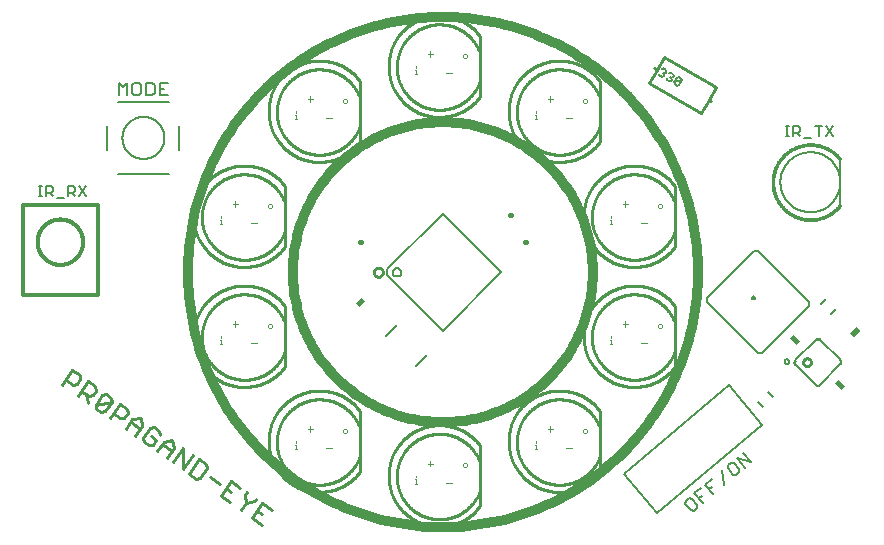
<source format=gto>
G75*
%MOIN*%
%OFA0B0*%
%FSLAX25Y25*%
%IPPOS*%
%LPD*%
%AMOC8*
5,1,8,0,0,1.08239X$1,22.5*
%
%ADD10C,0.03200*%
%ADD11C,0.00800*%
%ADD12C,0.01100*%
%ADD13C,0.01000*%
%ADD14C,0.00600*%
%ADD15C,0.00300*%
%ADD16C,0.00200*%
%ADD17C,0.00100*%
%ADD18C,0.00500*%
%ADD19C,0.01200*%
%ADD20R,0.01600X0.02800*%
%ADD21C,0.01600*%
%ADD22C,0.00060*%
%ADD23R,0.01800X0.03000*%
D10*
X0121500Y0161300D02*
X0121515Y0162527D01*
X0121560Y0163753D01*
X0121635Y0164978D01*
X0121741Y0166201D01*
X0121876Y0167421D01*
X0122041Y0168637D01*
X0122236Y0169848D01*
X0122461Y0171055D01*
X0122715Y0172255D01*
X0122998Y0173449D01*
X0123311Y0174636D01*
X0123653Y0175814D01*
X0124024Y0176984D01*
X0124423Y0178144D01*
X0124850Y0179295D01*
X0125306Y0180434D01*
X0125790Y0181562D01*
X0126301Y0182678D01*
X0126839Y0183781D01*
X0127404Y0184870D01*
X0127996Y0185945D01*
X0128614Y0187005D01*
X0129257Y0188050D01*
X0129927Y0189079D01*
X0130621Y0190090D01*
X0131340Y0191085D01*
X0132083Y0192062D01*
X0132849Y0193020D01*
X0133640Y0193959D01*
X0134452Y0194878D01*
X0135288Y0195777D01*
X0136145Y0196655D01*
X0137023Y0197512D01*
X0137922Y0198348D01*
X0138841Y0199160D01*
X0139780Y0199951D01*
X0140738Y0200717D01*
X0141715Y0201460D01*
X0142710Y0202179D01*
X0143721Y0202873D01*
X0144750Y0203543D01*
X0145795Y0204186D01*
X0146855Y0204804D01*
X0147930Y0205396D01*
X0149019Y0205961D01*
X0150122Y0206499D01*
X0151238Y0207010D01*
X0152366Y0207494D01*
X0153505Y0207950D01*
X0154656Y0208377D01*
X0155816Y0208776D01*
X0156986Y0209147D01*
X0158164Y0209489D01*
X0159351Y0209802D01*
X0160545Y0210085D01*
X0161745Y0210339D01*
X0162952Y0210564D01*
X0164163Y0210759D01*
X0165379Y0210924D01*
X0166599Y0211059D01*
X0167822Y0211165D01*
X0169047Y0211240D01*
X0170273Y0211285D01*
X0171500Y0211300D01*
X0172727Y0211285D01*
X0173953Y0211240D01*
X0175178Y0211165D01*
X0176401Y0211059D01*
X0177621Y0210924D01*
X0178837Y0210759D01*
X0180048Y0210564D01*
X0181255Y0210339D01*
X0182455Y0210085D01*
X0183649Y0209802D01*
X0184836Y0209489D01*
X0186014Y0209147D01*
X0187184Y0208776D01*
X0188344Y0208377D01*
X0189495Y0207950D01*
X0190634Y0207494D01*
X0191762Y0207010D01*
X0192878Y0206499D01*
X0193981Y0205961D01*
X0195070Y0205396D01*
X0196145Y0204804D01*
X0197205Y0204186D01*
X0198250Y0203543D01*
X0199279Y0202873D01*
X0200290Y0202179D01*
X0201285Y0201460D01*
X0202262Y0200717D01*
X0203220Y0199951D01*
X0204159Y0199160D01*
X0205078Y0198348D01*
X0205977Y0197512D01*
X0206855Y0196655D01*
X0207712Y0195777D01*
X0208548Y0194878D01*
X0209360Y0193959D01*
X0210151Y0193020D01*
X0210917Y0192062D01*
X0211660Y0191085D01*
X0212379Y0190090D01*
X0213073Y0189079D01*
X0213743Y0188050D01*
X0214386Y0187005D01*
X0215004Y0185945D01*
X0215596Y0184870D01*
X0216161Y0183781D01*
X0216699Y0182678D01*
X0217210Y0181562D01*
X0217694Y0180434D01*
X0218150Y0179295D01*
X0218577Y0178144D01*
X0218976Y0176984D01*
X0219347Y0175814D01*
X0219689Y0174636D01*
X0220002Y0173449D01*
X0220285Y0172255D01*
X0220539Y0171055D01*
X0220764Y0169848D01*
X0220959Y0168637D01*
X0221124Y0167421D01*
X0221259Y0166201D01*
X0221365Y0164978D01*
X0221440Y0163753D01*
X0221485Y0162527D01*
X0221500Y0161300D01*
X0221485Y0160073D01*
X0221440Y0158847D01*
X0221365Y0157622D01*
X0221259Y0156399D01*
X0221124Y0155179D01*
X0220959Y0153963D01*
X0220764Y0152752D01*
X0220539Y0151545D01*
X0220285Y0150345D01*
X0220002Y0149151D01*
X0219689Y0147964D01*
X0219347Y0146786D01*
X0218976Y0145616D01*
X0218577Y0144456D01*
X0218150Y0143305D01*
X0217694Y0142166D01*
X0217210Y0141038D01*
X0216699Y0139922D01*
X0216161Y0138819D01*
X0215596Y0137730D01*
X0215004Y0136655D01*
X0214386Y0135595D01*
X0213743Y0134550D01*
X0213073Y0133521D01*
X0212379Y0132510D01*
X0211660Y0131515D01*
X0210917Y0130538D01*
X0210151Y0129580D01*
X0209360Y0128641D01*
X0208548Y0127722D01*
X0207712Y0126823D01*
X0206855Y0125945D01*
X0205977Y0125088D01*
X0205078Y0124252D01*
X0204159Y0123440D01*
X0203220Y0122649D01*
X0202262Y0121883D01*
X0201285Y0121140D01*
X0200290Y0120421D01*
X0199279Y0119727D01*
X0198250Y0119057D01*
X0197205Y0118414D01*
X0196145Y0117796D01*
X0195070Y0117204D01*
X0193981Y0116639D01*
X0192878Y0116101D01*
X0191762Y0115590D01*
X0190634Y0115106D01*
X0189495Y0114650D01*
X0188344Y0114223D01*
X0187184Y0113824D01*
X0186014Y0113453D01*
X0184836Y0113111D01*
X0183649Y0112798D01*
X0182455Y0112515D01*
X0181255Y0112261D01*
X0180048Y0112036D01*
X0178837Y0111841D01*
X0177621Y0111676D01*
X0176401Y0111541D01*
X0175178Y0111435D01*
X0173953Y0111360D01*
X0172727Y0111315D01*
X0171500Y0111300D01*
X0170273Y0111315D01*
X0169047Y0111360D01*
X0167822Y0111435D01*
X0166599Y0111541D01*
X0165379Y0111676D01*
X0164163Y0111841D01*
X0162952Y0112036D01*
X0161745Y0112261D01*
X0160545Y0112515D01*
X0159351Y0112798D01*
X0158164Y0113111D01*
X0156986Y0113453D01*
X0155816Y0113824D01*
X0154656Y0114223D01*
X0153505Y0114650D01*
X0152366Y0115106D01*
X0151238Y0115590D01*
X0150122Y0116101D01*
X0149019Y0116639D01*
X0147930Y0117204D01*
X0146855Y0117796D01*
X0145795Y0118414D01*
X0144750Y0119057D01*
X0143721Y0119727D01*
X0142710Y0120421D01*
X0141715Y0121140D01*
X0140738Y0121883D01*
X0139780Y0122649D01*
X0138841Y0123440D01*
X0137922Y0124252D01*
X0137023Y0125088D01*
X0136145Y0125945D01*
X0135288Y0126823D01*
X0134452Y0127722D01*
X0133640Y0128641D01*
X0132849Y0129580D01*
X0132083Y0130538D01*
X0131340Y0131515D01*
X0130621Y0132510D01*
X0129927Y0133521D01*
X0129257Y0134550D01*
X0128614Y0135595D01*
X0127996Y0136655D01*
X0127404Y0137730D01*
X0126839Y0138819D01*
X0126301Y0139922D01*
X0125790Y0141038D01*
X0125306Y0142166D01*
X0124850Y0143305D01*
X0124423Y0144456D01*
X0124024Y0145616D01*
X0123653Y0146786D01*
X0123311Y0147964D01*
X0122998Y0149151D01*
X0122715Y0150345D01*
X0122461Y0151545D01*
X0122236Y0152752D01*
X0122041Y0153963D01*
X0121876Y0155179D01*
X0121741Y0156399D01*
X0121635Y0157622D01*
X0121560Y0158847D01*
X0121515Y0160073D01*
X0121500Y0161300D01*
X0086494Y0161300D02*
X0086520Y0163386D01*
X0086596Y0165471D01*
X0086724Y0167553D01*
X0086903Y0169632D01*
X0087133Y0171706D01*
X0087414Y0173773D01*
X0087745Y0175833D01*
X0088127Y0177884D01*
X0088559Y0179925D01*
X0089042Y0181955D01*
X0089573Y0183972D01*
X0090154Y0185976D01*
X0090784Y0187965D01*
X0091463Y0189938D01*
X0092190Y0191893D01*
X0092965Y0193830D01*
X0093787Y0195748D01*
X0094655Y0197645D01*
X0095571Y0199520D01*
X0096531Y0201372D01*
X0097537Y0203199D01*
X0098588Y0205002D01*
X0099682Y0206778D01*
X0100820Y0208527D01*
X0102000Y0210247D01*
X0103223Y0211938D01*
X0104486Y0213598D01*
X0105789Y0215227D01*
X0107133Y0216824D01*
X0108515Y0218387D01*
X0109935Y0219915D01*
X0111392Y0221408D01*
X0112885Y0222865D01*
X0114413Y0224285D01*
X0115976Y0225667D01*
X0117573Y0227011D01*
X0119202Y0228314D01*
X0120862Y0229577D01*
X0122553Y0230800D01*
X0124273Y0231980D01*
X0126022Y0233118D01*
X0127798Y0234212D01*
X0129601Y0235263D01*
X0131428Y0236269D01*
X0133280Y0237229D01*
X0135155Y0238145D01*
X0137052Y0239013D01*
X0138970Y0239835D01*
X0140907Y0240610D01*
X0142862Y0241337D01*
X0144835Y0242016D01*
X0146824Y0242646D01*
X0148828Y0243227D01*
X0150845Y0243758D01*
X0152875Y0244241D01*
X0154916Y0244673D01*
X0156967Y0245055D01*
X0159027Y0245386D01*
X0161094Y0245667D01*
X0163168Y0245897D01*
X0165247Y0246076D01*
X0167329Y0246204D01*
X0169414Y0246280D01*
X0171500Y0246306D01*
X0173586Y0246280D01*
X0175671Y0246204D01*
X0177753Y0246076D01*
X0179832Y0245897D01*
X0181906Y0245667D01*
X0183973Y0245386D01*
X0186033Y0245055D01*
X0188084Y0244673D01*
X0190125Y0244241D01*
X0192155Y0243758D01*
X0194172Y0243227D01*
X0196176Y0242646D01*
X0198165Y0242016D01*
X0200138Y0241337D01*
X0202093Y0240610D01*
X0204030Y0239835D01*
X0205948Y0239013D01*
X0207845Y0238145D01*
X0209720Y0237229D01*
X0211572Y0236269D01*
X0213399Y0235263D01*
X0215202Y0234212D01*
X0216978Y0233118D01*
X0218727Y0231980D01*
X0220447Y0230800D01*
X0222138Y0229577D01*
X0223798Y0228314D01*
X0225427Y0227011D01*
X0227024Y0225667D01*
X0228587Y0224285D01*
X0230115Y0222865D01*
X0231608Y0221408D01*
X0233065Y0219915D01*
X0234485Y0218387D01*
X0235867Y0216824D01*
X0237211Y0215227D01*
X0238514Y0213598D01*
X0239777Y0211938D01*
X0241000Y0210247D01*
X0242180Y0208527D01*
X0243318Y0206778D01*
X0244412Y0205002D01*
X0245463Y0203199D01*
X0246469Y0201372D01*
X0247429Y0199520D01*
X0248345Y0197645D01*
X0249213Y0195748D01*
X0250035Y0193830D01*
X0250810Y0191893D01*
X0251537Y0189938D01*
X0252216Y0187965D01*
X0252846Y0185976D01*
X0253427Y0183972D01*
X0253958Y0181955D01*
X0254441Y0179925D01*
X0254873Y0177884D01*
X0255255Y0175833D01*
X0255586Y0173773D01*
X0255867Y0171706D01*
X0256097Y0169632D01*
X0256276Y0167553D01*
X0256404Y0165471D01*
X0256480Y0163386D01*
X0256506Y0161300D01*
X0256480Y0159214D01*
X0256404Y0157129D01*
X0256276Y0155047D01*
X0256097Y0152968D01*
X0255867Y0150894D01*
X0255586Y0148827D01*
X0255255Y0146767D01*
X0254873Y0144716D01*
X0254441Y0142675D01*
X0253958Y0140645D01*
X0253427Y0138628D01*
X0252846Y0136624D01*
X0252216Y0134635D01*
X0251537Y0132662D01*
X0250810Y0130707D01*
X0250035Y0128770D01*
X0249213Y0126852D01*
X0248345Y0124955D01*
X0247429Y0123080D01*
X0246469Y0121228D01*
X0245463Y0119401D01*
X0244412Y0117598D01*
X0243318Y0115822D01*
X0242180Y0114073D01*
X0241000Y0112353D01*
X0239777Y0110662D01*
X0238514Y0109002D01*
X0237211Y0107373D01*
X0235867Y0105776D01*
X0234485Y0104213D01*
X0233065Y0102685D01*
X0231608Y0101192D01*
X0230115Y0099735D01*
X0228587Y0098315D01*
X0227024Y0096933D01*
X0225427Y0095589D01*
X0223798Y0094286D01*
X0222138Y0093023D01*
X0220447Y0091800D01*
X0218727Y0090620D01*
X0216978Y0089482D01*
X0215202Y0088388D01*
X0213399Y0087337D01*
X0211572Y0086331D01*
X0209720Y0085371D01*
X0207845Y0084455D01*
X0205948Y0083587D01*
X0204030Y0082765D01*
X0202093Y0081990D01*
X0200138Y0081263D01*
X0198165Y0080584D01*
X0196176Y0079954D01*
X0194172Y0079373D01*
X0192155Y0078842D01*
X0190125Y0078359D01*
X0188084Y0077927D01*
X0186033Y0077545D01*
X0183973Y0077214D01*
X0181906Y0076933D01*
X0179832Y0076703D01*
X0177753Y0076524D01*
X0175671Y0076396D01*
X0173586Y0076320D01*
X0171500Y0076294D01*
X0169414Y0076320D01*
X0167329Y0076396D01*
X0165247Y0076524D01*
X0163168Y0076703D01*
X0161094Y0076933D01*
X0159027Y0077214D01*
X0156967Y0077545D01*
X0154916Y0077927D01*
X0152875Y0078359D01*
X0150845Y0078842D01*
X0148828Y0079373D01*
X0146824Y0079954D01*
X0144835Y0080584D01*
X0142862Y0081263D01*
X0140907Y0081990D01*
X0138970Y0082765D01*
X0137052Y0083587D01*
X0135155Y0084455D01*
X0133280Y0085371D01*
X0131428Y0086331D01*
X0129601Y0087337D01*
X0127798Y0088388D01*
X0126022Y0089482D01*
X0124273Y0090620D01*
X0122553Y0091800D01*
X0120862Y0093023D01*
X0119202Y0094286D01*
X0117573Y0095589D01*
X0115976Y0096933D01*
X0114413Y0098315D01*
X0112885Y0099735D01*
X0111392Y0101192D01*
X0109935Y0102685D01*
X0108515Y0104213D01*
X0107133Y0105776D01*
X0105789Y0107373D01*
X0104486Y0109002D01*
X0103223Y0110662D01*
X0102000Y0112353D01*
X0100820Y0114073D01*
X0099682Y0115822D01*
X0098588Y0117598D01*
X0097537Y0119401D01*
X0096531Y0121228D01*
X0095571Y0123080D01*
X0094655Y0124955D01*
X0093787Y0126852D01*
X0092965Y0128770D01*
X0092190Y0130707D01*
X0091463Y0132662D01*
X0090784Y0134635D01*
X0090154Y0136624D01*
X0089573Y0138628D01*
X0089042Y0140645D01*
X0088559Y0142675D01*
X0088127Y0144716D01*
X0087745Y0146767D01*
X0087414Y0148827D01*
X0087133Y0150894D01*
X0086903Y0152968D01*
X0086724Y0155047D01*
X0086596Y0157129D01*
X0086520Y0159214D01*
X0086494Y0161300D01*
D11*
X0080200Y0194100D02*
X0063200Y0194100D01*
X0059700Y0202171D02*
X0059700Y0210100D01*
X0063200Y0218100D02*
X0080200Y0218100D01*
X0080014Y0220200D02*
X0077212Y0220200D01*
X0077212Y0224404D01*
X0080014Y0224404D01*
X0078613Y0222302D02*
X0077212Y0222302D01*
X0075410Y0223703D02*
X0074710Y0224404D01*
X0072608Y0224404D01*
X0072608Y0220200D01*
X0074710Y0220200D01*
X0075410Y0220901D01*
X0075410Y0223703D01*
X0070806Y0223703D02*
X0070806Y0220901D01*
X0070106Y0220200D01*
X0068705Y0220200D01*
X0068004Y0220901D01*
X0068004Y0223703D01*
X0068705Y0224404D01*
X0070106Y0224404D01*
X0070806Y0223703D01*
X0066202Y0224404D02*
X0066202Y0220200D01*
X0063400Y0220200D02*
X0063400Y0224404D01*
X0064801Y0223002D01*
X0066202Y0224404D01*
X0083700Y0210100D02*
X0083700Y0202053D01*
X0064700Y0206100D02*
X0064702Y0206272D01*
X0064708Y0206443D01*
X0064719Y0206615D01*
X0064734Y0206786D01*
X0064753Y0206957D01*
X0064776Y0207127D01*
X0064803Y0207297D01*
X0064835Y0207466D01*
X0064870Y0207634D01*
X0064910Y0207801D01*
X0064954Y0207967D01*
X0065001Y0208132D01*
X0065053Y0208296D01*
X0065109Y0208458D01*
X0065169Y0208619D01*
X0065233Y0208779D01*
X0065301Y0208937D01*
X0065372Y0209093D01*
X0065447Y0209247D01*
X0065527Y0209400D01*
X0065609Y0209550D01*
X0065696Y0209699D01*
X0065786Y0209845D01*
X0065880Y0209989D01*
X0065977Y0210131D01*
X0066078Y0210270D01*
X0066182Y0210407D01*
X0066289Y0210541D01*
X0066400Y0210672D01*
X0066513Y0210801D01*
X0066630Y0210927D01*
X0066750Y0211050D01*
X0066873Y0211170D01*
X0066999Y0211287D01*
X0067128Y0211400D01*
X0067259Y0211511D01*
X0067393Y0211618D01*
X0067530Y0211722D01*
X0067669Y0211823D01*
X0067811Y0211920D01*
X0067955Y0212014D01*
X0068101Y0212104D01*
X0068250Y0212191D01*
X0068400Y0212273D01*
X0068553Y0212353D01*
X0068707Y0212428D01*
X0068863Y0212499D01*
X0069021Y0212567D01*
X0069181Y0212631D01*
X0069342Y0212691D01*
X0069504Y0212747D01*
X0069668Y0212799D01*
X0069833Y0212846D01*
X0069999Y0212890D01*
X0070166Y0212930D01*
X0070334Y0212965D01*
X0070503Y0212997D01*
X0070673Y0213024D01*
X0070843Y0213047D01*
X0071014Y0213066D01*
X0071185Y0213081D01*
X0071357Y0213092D01*
X0071528Y0213098D01*
X0071700Y0213100D01*
X0071872Y0213098D01*
X0072043Y0213092D01*
X0072215Y0213081D01*
X0072386Y0213066D01*
X0072557Y0213047D01*
X0072727Y0213024D01*
X0072897Y0212997D01*
X0073066Y0212965D01*
X0073234Y0212930D01*
X0073401Y0212890D01*
X0073567Y0212846D01*
X0073732Y0212799D01*
X0073896Y0212747D01*
X0074058Y0212691D01*
X0074219Y0212631D01*
X0074379Y0212567D01*
X0074537Y0212499D01*
X0074693Y0212428D01*
X0074847Y0212353D01*
X0075000Y0212273D01*
X0075150Y0212191D01*
X0075299Y0212104D01*
X0075445Y0212014D01*
X0075589Y0211920D01*
X0075731Y0211823D01*
X0075870Y0211722D01*
X0076007Y0211618D01*
X0076141Y0211511D01*
X0076272Y0211400D01*
X0076401Y0211287D01*
X0076527Y0211170D01*
X0076650Y0211050D01*
X0076770Y0210927D01*
X0076887Y0210801D01*
X0077000Y0210672D01*
X0077111Y0210541D01*
X0077218Y0210407D01*
X0077322Y0210270D01*
X0077423Y0210131D01*
X0077520Y0209989D01*
X0077614Y0209845D01*
X0077704Y0209699D01*
X0077791Y0209550D01*
X0077873Y0209400D01*
X0077953Y0209247D01*
X0078028Y0209093D01*
X0078099Y0208937D01*
X0078167Y0208779D01*
X0078231Y0208619D01*
X0078291Y0208458D01*
X0078347Y0208296D01*
X0078399Y0208132D01*
X0078446Y0207967D01*
X0078490Y0207801D01*
X0078530Y0207634D01*
X0078565Y0207466D01*
X0078597Y0207297D01*
X0078624Y0207127D01*
X0078647Y0206957D01*
X0078666Y0206786D01*
X0078681Y0206615D01*
X0078692Y0206443D01*
X0078698Y0206272D01*
X0078700Y0206100D01*
X0078698Y0205928D01*
X0078692Y0205757D01*
X0078681Y0205585D01*
X0078666Y0205414D01*
X0078647Y0205243D01*
X0078624Y0205073D01*
X0078597Y0204903D01*
X0078565Y0204734D01*
X0078530Y0204566D01*
X0078490Y0204399D01*
X0078446Y0204233D01*
X0078399Y0204068D01*
X0078347Y0203904D01*
X0078291Y0203742D01*
X0078231Y0203581D01*
X0078167Y0203421D01*
X0078099Y0203263D01*
X0078028Y0203107D01*
X0077953Y0202953D01*
X0077873Y0202800D01*
X0077791Y0202650D01*
X0077704Y0202501D01*
X0077614Y0202355D01*
X0077520Y0202211D01*
X0077423Y0202069D01*
X0077322Y0201930D01*
X0077218Y0201793D01*
X0077111Y0201659D01*
X0077000Y0201528D01*
X0076887Y0201399D01*
X0076770Y0201273D01*
X0076650Y0201150D01*
X0076527Y0201030D01*
X0076401Y0200913D01*
X0076272Y0200800D01*
X0076141Y0200689D01*
X0076007Y0200582D01*
X0075870Y0200478D01*
X0075731Y0200377D01*
X0075589Y0200280D01*
X0075445Y0200186D01*
X0075299Y0200096D01*
X0075150Y0200009D01*
X0075000Y0199927D01*
X0074847Y0199847D01*
X0074693Y0199772D01*
X0074537Y0199701D01*
X0074379Y0199633D01*
X0074219Y0199569D01*
X0074058Y0199509D01*
X0073896Y0199453D01*
X0073732Y0199401D01*
X0073567Y0199354D01*
X0073401Y0199310D01*
X0073234Y0199270D01*
X0073066Y0199235D01*
X0072897Y0199203D01*
X0072727Y0199176D01*
X0072557Y0199153D01*
X0072386Y0199134D01*
X0072215Y0199119D01*
X0072043Y0199108D01*
X0071872Y0199102D01*
X0071700Y0199100D01*
X0071528Y0199102D01*
X0071357Y0199108D01*
X0071185Y0199119D01*
X0071014Y0199134D01*
X0070843Y0199153D01*
X0070673Y0199176D01*
X0070503Y0199203D01*
X0070334Y0199235D01*
X0070166Y0199270D01*
X0069999Y0199310D01*
X0069833Y0199354D01*
X0069668Y0199401D01*
X0069504Y0199453D01*
X0069342Y0199509D01*
X0069181Y0199569D01*
X0069021Y0199633D01*
X0068863Y0199701D01*
X0068707Y0199772D01*
X0068553Y0199847D01*
X0068400Y0199927D01*
X0068250Y0200009D01*
X0068101Y0200096D01*
X0067955Y0200186D01*
X0067811Y0200280D01*
X0067669Y0200377D01*
X0067530Y0200478D01*
X0067393Y0200582D01*
X0067259Y0200689D01*
X0067128Y0200800D01*
X0066999Y0200913D01*
X0066873Y0201030D01*
X0066750Y0201150D01*
X0066630Y0201273D01*
X0066513Y0201399D01*
X0066400Y0201528D01*
X0066289Y0201659D01*
X0066182Y0201793D01*
X0066078Y0201930D01*
X0065977Y0202069D01*
X0065880Y0202211D01*
X0065786Y0202355D01*
X0065696Y0202501D01*
X0065609Y0202650D01*
X0065527Y0202800D01*
X0065447Y0202953D01*
X0065372Y0203107D01*
X0065301Y0203263D01*
X0065233Y0203421D01*
X0065169Y0203581D01*
X0065109Y0203742D01*
X0065053Y0203904D01*
X0065001Y0204068D01*
X0064954Y0204233D01*
X0064910Y0204399D01*
X0064870Y0204566D01*
X0064835Y0204734D01*
X0064803Y0204903D01*
X0064776Y0205073D01*
X0064753Y0205243D01*
X0064734Y0205414D01*
X0064719Y0205585D01*
X0064708Y0205757D01*
X0064702Y0205928D01*
X0064700Y0206100D01*
X0152679Y0140001D02*
X0156299Y0143621D01*
X0166321Y0133599D02*
X0162701Y0129979D01*
X0231958Y0094144D02*
X0242967Y0081025D01*
X0278042Y0110456D01*
X0267033Y0123575D01*
X0231958Y0094144D01*
X0252384Y0085034D02*
X0252298Y0084047D01*
X0254099Y0081900D01*
X0255086Y0081814D01*
X0256159Y0082715D01*
X0256246Y0083702D01*
X0254444Y0085848D01*
X0253457Y0085935D01*
X0252384Y0085034D01*
X0255374Y0087543D02*
X0257521Y0089344D01*
X0258901Y0090502D02*
X0261603Y0087282D01*
X0260252Y0088892D02*
X0261325Y0089793D01*
X0258901Y0090502D02*
X0261048Y0092304D01*
X0265130Y0090242D02*
X0264574Y0095263D01*
X0266405Y0095884D02*
X0268206Y0093738D01*
X0269193Y0093651D01*
X0270267Y0094552D01*
X0270353Y0095539D01*
X0268552Y0097686D01*
X0267565Y0097772D01*
X0266491Y0096871D01*
X0266405Y0095884D01*
X0269481Y0099380D02*
X0274330Y0097962D01*
X0271628Y0101182D01*
X0269481Y0099380D02*
X0272183Y0096160D01*
X0257798Y0086834D02*
X0256725Y0085933D01*
X0258076Y0084323D02*
X0255374Y0087543D01*
X0276500Y0134329D02*
X0277914Y0134329D01*
X0293471Y0149886D01*
X0293471Y0151300D01*
X0276500Y0168271D01*
X0275086Y0168271D01*
X0259529Y0152714D01*
X0259529Y0151300D01*
X0260237Y0150593D01*
X0276500Y0134329D01*
X0274586Y0152714D02*
X0274588Y0152758D01*
X0274594Y0152802D01*
X0274604Y0152845D01*
X0274617Y0152887D01*
X0274634Y0152928D01*
X0274655Y0152967D01*
X0274679Y0153004D01*
X0274706Y0153039D01*
X0274736Y0153071D01*
X0274769Y0153101D01*
X0274805Y0153127D01*
X0274842Y0153151D01*
X0274882Y0153170D01*
X0274923Y0153187D01*
X0274966Y0153199D01*
X0275009Y0153208D01*
X0275053Y0153213D01*
X0275097Y0153214D01*
X0275141Y0153211D01*
X0275185Y0153204D01*
X0275228Y0153193D01*
X0275270Y0153179D01*
X0275310Y0153161D01*
X0275349Y0153139D01*
X0275385Y0153115D01*
X0275419Y0153087D01*
X0275451Y0153056D01*
X0275480Y0153022D01*
X0275506Y0152986D01*
X0275528Y0152948D01*
X0275547Y0152908D01*
X0275562Y0152866D01*
X0275574Y0152824D01*
X0275582Y0152780D01*
X0275586Y0152736D01*
X0275586Y0152692D01*
X0275582Y0152648D01*
X0275574Y0152604D01*
X0275562Y0152562D01*
X0275547Y0152520D01*
X0275528Y0152480D01*
X0275506Y0152442D01*
X0275480Y0152406D01*
X0275451Y0152372D01*
X0275419Y0152341D01*
X0275385Y0152313D01*
X0275349Y0152289D01*
X0275310Y0152267D01*
X0275270Y0152249D01*
X0275228Y0152235D01*
X0275185Y0152224D01*
X0275141Y0152217D01*
X0275097Y0152214D01*
X0275053Y0152215D01*
X0275009Y0152220D01*
X0274966Y0152229D01*
X0274923Y0152241D01*
X0274882Y0152258D01*
X0274842Y0152277D01*
X0274805Y0152301D01*
X0274769Y0152327D01*
X0274736Y0152357D01*
X0274706Y0152389D01*
X0274679Y0152424D01*
X0274655Y0152461D01*
X0274634Y0152500D01*
X0274617Y0152541D01*
X0274604Y0152583D01*
X0274594Y0152626D01*
X0274588Y0152670D01*
X0274586Y0152714D01*
X0304000Y0183800D02*
X0304000Y0198800D01*
D12*
X0100636Y0084534D02*
X0097411Y0086792D01*
X0100798Y0091629D01*
X0104023Y0089371D01*
X0106078Y0087932D02*
X0105514Y0087126D01*
X0105997Y0084385D01*
X0104303Y0081966D01*
X0105997Y0084385D02*
X0108738Y0084868D01*
X0109303Y0085674D01*
X0111358Y0084235D02*
X0114583Y0081977D01*
X0111277Y0080688D02*
X0109664Y0081817D01*
X0111358Y0084235D02*
X0107971Y0079398D01*
X0111196Y0077140D01*
X0100717Y0088082D02*
X0099105Y0089211D01*
X0097050Y0090650D02*
X0093825Y0092908D01*
X0090641Y0092734D02*
X0092899Y0095959D01*
X0092657Y0097330D01*
X0090239Y0099023D01*
X0086852Y0094186D01*
X0089270Y0092492D01*
X0090641Y0092734D01*
X0084796Y0095625D02*
X0088183Y0100462D01*
X0084959Y0102720D02*
X0084796Y0095625D01*
X0081572Y0097883D02*
X0084959Y0102720D01*
X0081775Y0102547D02*
X0079517Y0099322D01*
X0081210Y0101741D02*
X0077985Y0103999D01*
X0078550Y0104805D02*
X0081291Y0105288D01*
X0081775Y0102547D01*
X0078550Y0104805D02*
X0076292Y0101580D01*
X0074801Y0103825D02*
X0075930Y0105438D01*
X0074318Y0106567D01*
X0073835Y0109308D02*
X0071577Y0106083D01*
X0071818Y0104712D01*
X0073431Y0103583D01*
X0074801Y0103825D01*
X0077059Y0107050D02*
X0076818Y0108421D01*
X0075205Y0109550D01*
X0073835Y0109308D01*
X0071215Y0109941D02*
X0068957Y0106716D01*
X0070650Y0109135D02*
X0067426Y0111392D01*
X0067990Y0112199D02*
X0070732Y0112682D01*
X0071215Y0109941D01*
X0067990Y0112199D02*
X0065732Y0108974D01*
X0065371Y0112831D02*
X0064000Y0112590D01*
X0061581Y0114283D01*
X0060452Y0112671D02*
X0063839Y0117508D01*
X0066258Y0115815D01*
X0066500Y0114444D01*
X0065371Y0112831D01*
X0058962Y0114916D02*
X0057591Y0114674D01*
X0055979Y0115803D01*
X0055737Y0117174D01*
X0061220Y0118141D01*
X0058962Y0114916D01*
X0061220Y0118141D02*
X0060978Y0119512D01*
X0059366Y0120641D01*
X0057995Y0120399D01*
X0055737Y0117174D01*
X0053117Y0117807D02*
X0052634Y0120548D01*
X0053440Y0119984D02*
X0051022Y0121677D01*
X0049893Y0120065D02*
X0053280Y0124902D01*
X0055698Y0123209D01*
X0055940Y0121838D01*
X0054811Y0120225D01*
X0053440Y0119984D01*
X0049531Y0123922D02*
X0048160Y0123681D01*
X0045742Y0125374D01*
X0044613Y0123762D02*
X0048000Y0128599D01*
X0050418Y0126906D01*
X0050660Y0125535D01*
X0049531Y0123922D01*
D13*
X0118999Y0130050D02*
X0118754Y0129718D01*
X0118501Y0129392D01*
X0118239Y0129073D01*
X0117970Y0128759D01*
X0117694Y0128453D01*
X0117409Y0128153D01*
X0117118Y0127861D01*
X0116820Y0127575D01*
X0116515Y0127297D01*
X0116203Y0127027D01*
X0115884Y0126764D01*
X0115559Y0126509D01*
X0115229Y0126262D01*
X0114892Y0126023D01*
X0114549Y0125793D01*
X0114201Y0125571D01*
X0113848Y0125358D01*
X0113489Y0125153D01*
X0113126Y0124957D01*
X0112757Y0124770D01*
X0112385Y0124592D01*
X0112008Y0124423D01*
X0111627Y0124264D01*
X0111243Y0124114D01*
X0110854Y0123973D01*
X0110463Y0123842D01*
X0110068Y0123720D01*
X0109671Y0123608D01*
X0109271Y0123506D01*
X0108868Y0123414D01*
X0108464Y0123331D01*
X0108057Y0123259D01*
X0107649Y0123196D01*
X0107240Y0123144D01*
X0106829Y0123101D01*
X0106418Y0123069D01*
X0106005Y0123046D01*
X0105593Y0123034D01*
X0105180Y0123031D01*
X0104767Y0123039D01*
X0104354Y0123057D01*
X0103943Y0123085D01*
X0103531Y0123123D01*
X0103121Y0123171D01*
X0102713Y0123229D01*
X0102305Y0123297D01*
X0101900Y0123375D01*
X0101496Y0123463D01*
X0101095Y0123561D01*
X0100697Y0123668D01*
X0100301Y0123785D01*
X0099908Y0123912D01*
X0099518Y0124048D01*
X0099132Y0124194D01*
X0098749Y0124349D01*
X0098371Y0124514D01*
X0097996Y0124688D01*
X0097626Y0124871D01*
X0097260Y0125062D01*
X0096899Y0125263D01*
X0096544Y0125473D01*
X0096193Y0125691D01*
X0095848Y0125917D01*
X0095508Y0126152D01*
X0095175Y0126395D01*
X0094847Y0126647D01*
X0094526Y0126906D01*
X0094211Y0127173D01*
X0093903Y0127448D01*
X0093601Y0127730D01*
X0093307Y0128019D01*
X0093019Y0128315D01*
X0092739Y0128619D01*
X0092467Y0128929D01*
X0092202Y0129246D01*
X0091945Y0129569D01*
X0091695Y0129898D01*
X0091455Y0130233D01*
X0091222Y0130574D01*
X0090998Y0130921D01*
X0090782Y0131273D01*
X0090575Y0131630D01*
X0090376Y0131992D01*
X0090187Y0132359D01*
X0090007Y0132730D01*
X0089835Y0133106D01*
X0089673Y0133486D01*
X0089521Y0133869D01*
X0089377Y0134257D01*
X0089244Y0134647D01*
X0089119Y0135041D01*
X0089005Y0135438D01*
X0088900Y0135837D01*
X0088805Y0136239D01*
X0088720Y0136643D01*
X0088645Y0137049D01*
X0088579Y0137457D01*
X0088524Y0137866D01*
X0088479Y0138276D01*
X0088443Y0138687D01*
X0088418Y0139100D01*
X0088403Y0139512D01*
X0088398Y0139925D01*
X0088403Y0140338D01*
X0088418Y0140750D01*
X0088443Y0141163D01*
X0088479Y0141574D01*
X0088524Y0141984D01*
X0088579Y0142393D01*
X0088645Y0142801D01*
X0088720Y0143207D01*
X0088805Y0143611D01*
X0088900Y0144013D01*
X0089005Y0144412D01*
X0089119Y0144809D01*
X0089244Y0145203D01*
X0089377Y0145593D01*
X0089521Y0145981D01*
X0089673Y0146364D01*
X0089835Y0146744D01*
X0090007Y0147120D01*
X0090187Y0147491D01*
X0090376Y0147858D01*
X0090575Y0148220D01*
X0090782Y0148577D01*
X0090998Y0148929D01*
X0091222Y0149276D01*
X0091455Y0149617D01*
X0091695Y0149952D01*
X0091945Y0150281D01*
X0092202Y0150604D01*
X0092467Y0150921D01*
X0092739Y0151231D01*
X0093019Y0151535D01*
X0093307Y0151831D01*
X0093601Y0152120D01*
X0093903Y0152402D01*
X0094211Y0152677D01*
X0094526Y0152944D01*
X0094847Y0153203D01*
X0095175Y0153455D01*
X0095508Y0153698D01*
X0095848Y0153933D01*
X0096193Y0154159D01*
X0096544Y0154377D01*
X0096899Y0154587D01*
X0097260Y0154788D01*
X0097626Y0154979D01*
X0097996Y0155162D01*
X0098371Y0155336D01*
X0098749Y0155501D01*
X0099132Y0155656D01*
X0099518Y0155802D01*
X0099908Y0155938D01*
X0100301Y0156065D01*
X0100697Y0156182D01*
X0101095Y0156289D01*
X0101496Y0156387D01*
X0101900Y0156475D01*
X0102305Y0156553D01*
X0102713Y0156621D01*
X0103121Y0156679D01*
X0103531Y0156727D01*
X0103943Y0156765D01*
X0104354Y0156793D01*
X0104767Y0156811D01*
X0105180Y0156819D01*
X0105593Y0156816D01*
X0106005Y0156804D01*
X0106418Y0156781D01*
X0106829Y0156749D01*
X0107240Y0156706D01*
X0107649Y0156654D01*
X0108057Y0156591D01*
X0108464Y0156519D01*
X0108868Y0156436D01*
X0109271Y0156344D01*
X0109671Y0156242D01*
X0110068Y0156130D01*
X0110463Y0156008D01*
X0110854Y0155877D01*
X0111243Y0155736D01*
X0111627Y0155586D01*
X0112008Y0155427D01*
X0112385Y0155258D01*
X0112757Y0155080D01*
X0113126Y0154893D01*
X0113489Y0154697D01*
X0113848Y0154492D01*
X0114201Y0154279D01*
X0114549Y0154057D01*
X0114892Y0153827D01*
X0115229Y0153588D01*
X0115559Y0153341D01*
X0115884Y0153086D01*
X0116203Y0152823D01*
X0116515Y0152553D01*
X0116820Y0152275D01*
X0117118Y0151989D01*
X0117409Y0151697D01*
X0117694Y0151397D01*
X0117970Y0151091D01*
X0118239Y0150777D01*
X0118501Y0150458D01*
X0118754Y0150132D01*
X0118999Y0149800D01*
X0119000Y0149800D02*
X0119000Y0135550D01*
X0119000Y0130050D01*
X0118999Y0135550D02*
X0118894Y0135217D01*
X0118781Y0134887D01*
X0118659Y0134560D01*
X0118530Y0134236D01*
X0118392Y0133915D01*
X0118247Y0133598D01*
X0118094Y0133284D01*
X0117934Y0132974D01*
X0117766Y0132668D01*
X0117590Y0132367D01*
X0117408Y0132069D01*
X0117217Y0131777D01*
X0117020Y0131489D01*
X0116816Y0131206D01*
X0116605Y0130928D01*
X0116387Y0130655D01*
X0116163Y0130388D01*
X0115932Y0130126D01*
X0115694Y0129870D01*
X0115451Y0129620D01*
X0115201Y0129377D01*
X0114946Y0129139D01*
X0114685Y0128907D01*
X0114418Y0128682D01*
X0114146Y0128464D01*
X0113868Y0128252D01*
X0113586Y0128048D01*
X0113298Y0127850D01*
X0113006Y0127659D01*
X0112709Y0127476D01*
X0112408Y0127300D01*
X0112102Y0127131D01*
X0111793Y0126970D01*
X0111479Y0126816D01*
X0111162Y0126671D01*
X0110841Y0126533D01*
X0110518Y0126403D01*
X0110191Y0126281D01*
X0109861Y0126167D01*
X0109528Y0126061D01*
X0109193Y0125963D01*
X0108856Y0125874D01*
X0108516Y0125793D01*
X0108175Y0125720D01*
X0107832Y0125655D01*
X0107488Y0125599D01*
X0107142Y0125552D01*
X0106795Y0125513D01*
X0106448Y0125482D01*
X0106099Y0125460D01*
X0105751Y0125447D01*
X0105402Y0125442D01*
X0105053Y0125446D01*
X0104704Y0125458D01*
X0104355Y0125479D01*
X0104008Y0125508D01*
X0103661Y0125546D01*
X0103315Y0125592D01*
X0102970Y0125647D01*
X0102627Y0125710D01*
X0102286Y0125782D01*
X0101946Y0125862D01*
X0101608Y0125950D01*
X0101273Y0126047D01*
X0100940Y0126151D01*
X0100610Y0126264D01*
X0100282Y0126385D01*
X0099958Y0126514D01*
X0099637Y0126651D01*
X0099319Y0126795D01*
X0099005Y0126948D01*
X0098695Y0127108D01*
X0098389Y0127275D01*
X0098087Y0127451D01*
X0097790Y0127633D01*
X0097497Y0127823D01*
X0097209Y0128019D01*
X0096925Y0128223D01*
X0096647Y0128434D01*
X0096374Y0128651D01*
X0096106Y0128875D01*
X0095844Y0129106D01*
X0095588Y0129343D01*
X0095338Y0129586D01*
X0095093Y0129835D01*
X0094855Y0130090D01*
X0094623Y0130351D01*
X0094398Y0130617D01*
X0094179Y0130889D01*
X0093967Y0131166D01*
X0093762Y0131449D01*
X0093564Y0131736D01*
X0093373Y0132028D01*
X0093189Y0132325D01*
X0093012Y0132626D01*
X0092843Y0132931D01*
X0092682Y0133240D01*
X0092528Y0133553D01*
X0092382Y0133870D01*
X0092243Y0134191D01*
X0092113Y0134514D01*
X0091990Y0134841D01*
X0091876Y0135171D01*
X0091769Y0135503D01*
X0091671Y0135838D01*
X0091581Y0136175D01*
X0091499Y0136514D01*
X0091426Y0136856D01*
X0091361Y0137198D01*
X0091305Y0137543D01*
X0091257Y0137888D01*
X0091217Y0138235D01*
X0091186Y0138583D01*
X0091163Y0138931D01*
X0091149Y0139280D01*
X0091144Y0139629D01*
X0091147Y0139978D01*
X0091159Y0140326D01*
X0091179Y0140675D01*
X0091208Y0141023D01*
X0091245Y0141370D01*
X0091291Y0141716D01*
X0091345Y0142060D01*
X0091408Y0142404D01*
X0091479Y0142745D01*
X0091559Y0143085D01*
X0091646Y0143423D01*
X0091742Y0143758D01*
X0091847Y0144091D01*
X0091959Y0144422D01*
X0092079Y0144749D01*
X0092208Y0145074D01*
X0092344Y0145395D01*
X0092488Y0145713D01*
X0092640Y0146027D01*
X0092800Y0146338D01*
X0092967Y0146644D01*
X0093141Y0146946D01*
X0093323Y0147244D01*
X0093513Y0147537D01*
X0093709Y0147826D01*
X0093912Y0148109D01*
X0094122Y0148388D01*
X0094339Y0148661D01*
X0094563Y0148929D01*
X0094793Y0149191D01*
X0095030Y0149448D01*
X0095272Y0149699D01*
X0095521Y0149944D01*
X0095776Y0150182D01*
X0096036Y0150414D01*
X0096303Y0150640D01*
X0096574Y0150859D01*
X0096851Y0151072D01*
X0097133Y0151277D01*
X0097420Y0151476D01*
X0097712Y0151668D01*
X0098008Y0151852D01*
X0098309Y0152029D01*
X0098614Y0152198D01*
X0098923Y0152360D01*
X0099236Y0152515D01*
X0099552Y0152662D01*
X0099873Y0152801D01*
X0100196Y0152932D01*
X0100523Y0153055D01*
X0100852Y0153170D01*
X0101184Y0153276D01*
X0101519Y0153375D01*
X0101856Y0153466D01*
X0102195Y0153548D01*
X0102536Y0153622D01*
X0102879Y0153687D01*
X0103223Y0153744D01*
X0103569Y0153793D01*
X0103916Y0153833D01*
X0104263Y0153864D01*
X0104611Y0153887D01*
X0104960Y0153902D01*
X0105309Y0153908D01*
X0105658Y0153905D01*
X0106007Y0153894D01*
X0106355Y0153874D01*
X0106703Y0153846D01*
X0107050Y0153809D01*
X0107396Y0153764D01*
X0107741Y0153710D01*
X0108084Y0153648D01*
X0108426Y0153578D01*
X0108766Y0153499D01*
X0109104Y0153411D01*
X0109440Y0153316D01*
X0109773Y0153212D01*
X0110103Y0153100D01*
X0110431Y0152980D01*
X0110756Y0152852D01*
X0111077Y0152717D01*
X0111395Y0152573D01*
X0111710Y0152422D01*
X0112020Y0152262D01*
X0112327Y0152096D01*
X0112629Y0151922D01*
X0112928Y0151740D01*
X0113221Y0151551D01*
X0113510Y0151356D01*
X0113794Y0151153D01*
X0114073Y0150943D01*
X0114346Y0150726D01*
X0114615Y0150503D01*
X0114877Y0150273D01*
X0115134Y0150037D01*
X0115385Y0149795D01*
X0115630Y0149546D01*
X0115869Y0149292D01*
X0116102Y0149032D01*
X0116328Y0148766D01*
X0116548Y0148495D01*
X0116761Y0148218D01*
X0116967Y0147937D01*
X0117166Y0147650D01*
X0117358Y0147359D01*
X0117543Y0147063D01*
X0117720Y0146762D01*
X0117890Y0146457D01*
X0118053Y0146149D01*
X0118208Y0145836D01*
X0118355Y0145519D01*
X0118494Y0145199D01*
X0118626Y0144876D01*
X0118749Y0144550D01*
X0119000Y0170050D02*
X0119000Y0175550D01*
X0119000Y0189800D01*
X0118999Y0189800D02*
X0118754Y0190132D01*
X0118501Y0190458D01*
X0118239Y0190777D01*
X0117970Y0191091D01*
X0117694Y0191397D01*
X0117409Y0191697D01*
X0117118Y0191989D01*
X0116820Y0192275D01*
X0116515Y0192553D01*
X0116203Y0192823D01*
X0115884Y0193086D01*
X0115559Y0193341D01*
X0115229Y0193588D01*
X0114892Y0193827D01*
X0114549Y0194057D01*
X0114201Y0194279D01*
X0113848Y0194492D01*
X0113489Y0194697D01*
X0113126Y0194893D01*
X0112757Y0195080D01*
X0112385Y0195258D01*
X0112008Y0195427D01*
X0111627Y0195586D01*
X0111243Y0195736D01*
X0110854Y0195877D01*
X0110463Y0196008D01*
X0110068Y0196130D01*
X0109671Y0196242D01*
X0109271Y0196344D01*
X0108868Y0196436D01*
X0108464Y0196519D01*
X0108057Y0196591D01*
X0107649Y0196654D01*
X0107240Y0196706D01*
X0106829Y0196749D01*
X0106418Y0196781D01*
X0106005Y0196804D01*
X0105593Y0196816D01*
X0105180Y0196819D01*
X0104767Y0196811D01*
X0104354Y0196793D01*
X0103943Y0196765D01*
X0103531Y0196727D01*
X0103121Y0196679D01*
X0102713Y0196621D01*
X0102305Y0196553D01*
X0101900Y0196475D01*
X0101496Y0196387D01*
X0101095Y0196289D01*
X0100697Y0196182D01*
X0100301Y0196065D01*
X0099908Y0195938D01*
X0099518Y0195802D01*
X0099132Y0195656D01*
X0098749Y0195501D01*
X0098371Y0195336D01*
X0097996Y0195162D01*
X0097626Y0194979D01*
X0097260Y0194788D01*
X0096899Y0194587D01*
X0096544Y0194377D01*
X0096193Y0194159D01*
X0095848Y0193933D01*
X0095508Y0193698D01*
X0095175Y0193455D01*
X0094847Y0193203D01*
X0094526Y0192944D01*
X0094211Y0192677D01*
X0093903Y0192402D01*
X0093601Y0192120D01*
X0093307Y0191831D01*
X0093019Y0191535D01*
X0092739Y0191231D01*
X0092467Y0190921D01*
X0092202Y0190604D01*
X0091945Y0190281D01*
X0091695Y0189952D01*
X0091455Y0189617D01*
X0091222Y0189276D01*
X0090998Y0188929D01*
X0090782Y0188577D01*
X0090575Y0188220D01*
X0090376Y0187858D01*
X0090187Y0187491D01*
X0090007Y0187120D01*
X0089835Y0186744D01*
X0089673Y0186364D01*
X0089521Y0185981D01*
X0089377Y0185593D01*
X0089244Y0185203D01*
X0089119Y0184809D01*
X0089005Y0184412D01*
X0088900Y0184013D01*
X0088805Y0183611D01*
X0088720Y0183207D01*
X0088645Y0182801D01*
X0088579Y0182393D01*
X0088524Y0181984D01*
X0088479Y0181574D01*
X0088443Y0181163D01*
X0088418Y0180750D01*
X0088403Y0180338D01*
X0088398Y0179925D01*
X0088403Y0179512D01*
X0088418Y0179100D01*
X0088443Y0178687D01*
X0088479Y0178276D01*
X0088524Y0177866D01*
X0088579Y0177457D01*
X0088645Y0177049D01*
X0088720Y0176643D01*
X0088805Y0176239D01*
X0088900Y0175837D01*
X0089005Y0175438D01*
X0089119Y0175041D01*
X0089244Y0174647D01*
X0089377Y0174257D01*
X0089521Y0173869D01*
X0089673Y0173486D01*
X0089835Y0173106D01*
X0090007Y0172730D01*
X0090187Y0172359D01*
X0090376Y0171992D01*
X0090575Y0171630D01*
X0090782Y0171273D01*
X0090998Y0170921D01*
X0091222Y0170574D01*
X0091455Y0170233D01*
X0091695Y0169898D01*
X0091945Y0169569D01*
X0092202Y0169246D01*
X0092467Y0168929D01*
X0092739Y0168619D01*
X0093019Y0168315D01*
X0093307Y0168019D01*
X0093601Y0167730D01*
X0093903Y0167448D01*
X0094211Y0167173D01*
X0094526Y0166906D01*
X0094847Y0166647D01*
X0095175Y0166395D01*
X0095508Y0166152D01*
X0095848Y0165917D01*
X0096193Y0165691D01*
X0096544Y0165473D01*
X0096899Y0165263D01*
X0097260Y0165062D01*
X0097626Y0164871D01*
X0097996Y0164688D01*
X0098371Y0164514D01*
X0098749Y0164349D01*
X0099132Y0164194D01*
X0099518Y0164048D01*
X0099908Y0163912D01*
X0100301Y0163785D01*
X0100697Y0163668D01*
X0101095Y0163561D01*
X0101496Y0163463D01*
X0101900Y0163375D01*
X0102305Y0163297D01*
X0102713Y0163229D01*
X0103121Y0163171D01*
X0103531Y0163123D01*
X0103943Y0163085D01*
X0104354Y0163057D01*
X0104767Y0163039D01*
X0105180Y0163031D01*
X0105593Y0163034D01*
X0106005Y0163046D01*
X0106418Y0163069D01*
X0106829Y0163101D01*
X0107240Y0163144D01*
X0107649Y0163196D01*
X0108057Y0163259D01*
X0108464Y0163331D01*
X0108868Y0163414D01*
X0109271Y0163506D01*
X0109671Y0163608D01*
X0110068Y0163720D01*
X0110463Y0163842D01*
X0110854Y0163973D01*
X0111243Y0164114D01*
X0111627Y0164264D01*
X0112008Y0164423D01*
X0112385Y0164592D01*
X0112757Y0164770D01*
X0113126Y0164957D01*
X0113489Y0165153D01*
X0113848Y0165358D01*
X0114201Y0165571D01*
X0114549Y0165793D01*
X0114892Y0166023D01*
X0115229Y0166262D01*
X0115559Y0166509D01*
X0115884Y0166764D01*
X0116203Y0167027D01*
X0116515Y0167297D01*
X0116820Y0167575D01*
X0117118Y0167861D01*
X0117409Y0168153D01*
X0117694Y0168453D01*
X0117970Y0168759D01*
X0118239Y0169073D01*
X0118501Y0169392D01*
X0118754Y0169718D01*
X0118999Y0170050D01*
X0118999Y0175550D02*
X0118894Y0175217D01*
X0118781Y0174887D01*
X0118659Y0174560D01*
X0118530Y0174236D01*
X0118392Y0173915D01*
X0118247Y0173598D01*
X0118094Y0173284D01*
X0117934Y0172974D01*
X0117766Y0172668D01*
X0117590Y0172367D01*
X0117408Y0172069D01*
X0117217Y0171777D01*
X0117020Y0171489D01*
X0116816Y0171206D01*
X0116605Y0170928D01*
X0116387Y0170655D01*
X0116163Y0170388D01*
X0115932Y0170126D01*
X0115694Y0169870D01*
X0115451Y0169620D01*
X0115201Y0169377D01*
X0114946Y0169139D01*
X0114685Y0168907D01*
X0114418Y0168682D01*
X0114146Y0168464D01*
X0113868Y0168252D01*
X0113586Y0168048D01*
X0113298Y0167850D01*
X0113006Y0167659D01*
X0112709Y0167476D01*
X0112408Y0167300D01*
X0112102Y0167131D01*
X0111793Y0166970D01*
X0111479Y0166816D01*
X0111162Y0166671D01*
X0110841Y0166533D01*
X0110518Y0166403D01*
X0110191Y0166281D01*
X0109861Y0166167D01*
X0109528Y0166061D01*
X0109193Y0165963D01*
X0108856Y0165874D01*
X0108516Y0165793D01*
X0108175Y0165720D01*
X0107832Y0165655D01*
X0107488Y0165599D01*
X0107142Y0165552D01*
X0106795Y0165513D01*
X0106448Y0165482D01*
X0106099Y0165460D01*
X0105751Y0165447D01*
X0105402Y0165442D01*
X0105053Y0165446D01*
X0104704Y0165458D01*
X0104355Y0165479D01*
X0104008Y0165508D01*
X0103661Y0165546D01*
X0103315Y0165592D01*
X0102970Y0165647D01*
X0102627Y0165710D01*
X0102286Y0165782D01*
X0101946Y0165862D01*
X0101608Y0165950D01*
X0101273Y0166047D01*
X0100940Y0166151D01*
X0100610Y0166264D01*
X0100282Y0166385D01*
X0099958Y0166514D01*
X0099637Y0166651D01*
X0099319Y0166795D01*
X0099005Y0166948D01*
X0098695Y0167108D01*
X0098389Y0167275D01*
X0098087Y0167451D01*
X0097790Y0167633D01*
X0097497Y0167823D01*
X0097209Y0168019D01*
X0096925Y0168223D01*
X0096647Y0168434D01*
X0096374Y0168651D01*
X0096106Y0168875D01*
X0095844Y0169106D01*
X0095588Y0169343D01*
X0095338Y0169586D01*
X0095093Y0169835D01*
X0094855Y0170090D01*
X0094623Y0170351D01*
X0094398Y0170617D01*
X0094179Y0170889D01*
X0093967Y0171166D01*
X0093762Y0171449D01*
X0093564Y0171736D01*
X0093373Y0172028D01*
X0093189Y0172325D01*
X0093012Y0172626D01*
X0092843Y0172931D01*
X0092682Y0173240D01*
X0092528Y0173553D01*
X0092382Y0173870D01*
X0092243Y0174191D01*
X0092113Y0174514D01*
X0091990Y0174841D01*
X0091876Y0175171D01*
X0091769Y0175503D01*
X0091671Y0175838D01*
X0091581Y0176175D01*
X0091499Y0176514D01*
X0091426Y0176856D01*
X0091361Y0177198D01*
X0091305Y0177543D01*
X0091257Y0177888D01*
X0091217Y0178235D01*
X0091186Y0178583D01*
X0091163Y0178931D01*
X0091149Y0179280D01*
X0091144Y0179629D01*
X0091147Y0179978D01*
X0091159Y0180326D01*
X0091179Y0180675D01*
X0091208Y0181023D01*
X0091245Y0181370D01*
X0091291Y0181716D01*
X0091345Y0182060D01*
X0091408Y0182404D01*
X0091479Y0182745D01*
X0091559Y0183085D01*
X0091646Y0183423D01*
X0091742Y0183758D01*
X0091847Y0184091D01*
X0091959Y0184422D01*
X0092079Y0184749D01*
X0092208Y0185074D01*
X0092344Y0185395D01*
X0092488Y0185713D01*
X0092640Y0186027D01*
X0092800Y0186338D01*
X0092967Y0186644D01*
X0093141Y0186946D01*
X0093323Y0187244D01*
X0093513Y0187537D01*
X0093709Y0187826D01*
X0093912Y0188109D01*
X0094122Y0188388D01*
X0094339Y0188661D01*
X0094563Y0188929D01*
X0094793Y0189191D01*
X0095030Y0189448D01*
X0095272Y0189699D01*
X0095521Y0189944D01*
X0095776Y0190182D01*
X0096036Y0190414D01*
X0096303Y0190640D01*
X0096574Y0190859D01*
X0096851Y0191072D01*
X0097133Y0191277D01*
X0097420Y0191476D01*
X0097712Y0191668D01*
X0098008Y0191852D01*
X0098309Y0192029D01*
X0098614Y0192198D01*
X0098923Y0192360D01*
X0099236Y0192515D01*
X0099552Y0192662D01*
X0099873Y0192801D01*
X0100196Y0192932D01*
X0100523Y0193055D01*
X0100852Y0193170D01*
X0101184Y0193276D01*
X0101519Y0193375D01*
X0101856Y0193466D01*
X0102195Y0193548D01*
X0102536Y0193622D01*
X0102879Y0193687D01*
X0103223Y0193744D01*
X0103569Y0193793D01*
X0103916Y0193833D01*
X0104263Y0193864D01*
X0104611Y0193887D01*
X0104960Y0193902D01*
X0105309Y0193908D01*
X0105658Y0193905D01*
X0106007Y0193894D01*
X0106355Y0193874D01*
X0106703Y0193846D01*
X0107050Y0193809D01*
X0107396Y0193764D01*
X0107741Y0193710D01*
X0108084Y0193648D01*
X0108426Y0193578D01*
X0108766Y0193499D01*
X0109104Y0193411D01*
X0109440Y0193316D01*
X0109773Y0193212D01*
X0110103Y0193100D01*
X0110431Y0192980D01*
X0110756Y0192852D01*
X0111077Y0192717D01*
X0111395Y0192573D01*
X0111710Y0192422D01*
X0112020Y0192262D01*
X0112327Y0192096D01*
X0112629Y0191922D01*
X0112928Y0191740D01*
X0113221Y0191551D01*
X0113510Y0191356D01*
X0113794Y0191153D01*
X0114073Y0190943D01*
X0114346Y0190726D01*
X0114615Y0190503D01*
X0114877Y0190273D01*
X0115134Y0190037D01*
X0115385Y0189795D01*
X0115630Y0189546D01*
X0115869Y0189292D01*
X0116102Y0189032D01*
X0116328Y0188766D01*
X0116548Y0188495D01*
X0116761Y0188218D01*
X0116967Y0187937D01*
X0117166Y0187650D01*
X0117358Y0187359D01*
X0117543Y0187063D01*
X0117720Y0186762D01*
X0117890Y0186457D01*
X0118053Y0186149D01*
X0118208Y0185836D01*
X0118355Y0185519D01*
X0118494Y0185199D01*
X0118626Y0184876D01*
X0118749Y0184550D01*
X0144000Y0205050D02*
X0144000Y0210550D01*
X0144000Y0224800D01*
X0143999Y0224800D02*
X0143754Y0225132D01*
X0143501Y0225458D01*
X0143239Y0225777D01*
X0142970Y0226091D01*
X0142694Y0226397D01*
X0142409Y0226697D01*
X0142118Y0226989D01*
X0141820Y0227275D01*
X0141515Y0227553D01*
X0141203Y0227823D01*
X0140884Y0228086D01*
X0140559Y0228341D01*
X0140229Y0228588D01*
X0139892Y0228827D01*
X0139549Y0229057D01*
X0139201Y0229279D01*
X0138848Y0229492D01*
X0138489Y0229697D01*
X0138126Y0229893D01*
X0137757Y0230080D01*
X0137385Y0230258D01*
X0137008Y0230427D01*
X0136627Y0230586D01*
X0136243Y0230736D01*
X0135854Y0230877D01*
X0135463Y0231008D01*
X0135068Y0231130D01*
X0134671Y0231242D01*
X0134271Y0231344D01*
X0133868Y0231436D01*
X0133464Y0231519D01*
X0133057Y0231591D01*
X0132649Y0231654D01*
X0132240Y0231706D01*
X0131829Y0231749D01*
X0131418Y0231781D01*
X0131005Y0231804D01*
X0130593Y0231816D01*
X0130180Y0231819D01*
X0129767Y0231811D01*
X0129354Y0231793D01*
X0128943Y0231765D01*
X0128531Y0231727D01*
X0128121Y0231679D01*
X0127713Y0231621D01*
X0127305Y0231553D01*
X0126900Y0231475D01*
X0126496Y0231387D01*
X0126095Y0231289D01*
X0125697Y0231182D01*
X0125301Y0231065D01*
X0124908Y0230938D01*
X0124518Y0230802D01*
X0124132Y0230656D01*
X0123749Y0230501D01*
X0123371Y0230336D01*
X0122996Y0230162D01*
X0122626Y0229979D01*
X0122260Y0229788D01*
X0121899Y0229587D01*
X0121544Y0229377D01*
X0121193Y0229159D01*
X0120848Y0228933D01*
X0120508Y0228698D01*
X0120175Y0228455D01*
X0119847Y0228203D01*
X0119526Y0227944D01*
X0119211Y0227677D01*
X0118903Y0227402D01*
X0118601Y0227120D01*
X0118307Y0226831D01*
X0118019Y0226535D01*
X0117739Y0226231D01*
X0117467Y0225921D01*
X0117202Y0225604D01*
X0116945Y0225281D01*
X0116695Y0224952D01*
X0116455Y0224617D01*
X0116222Y0224276D01*
X0115998Y0223929D01*
X0115782Y0223577D01*
X0115575Y0223220D01*
X0115376Y0222858D01*
X0115187Y0222491D01*
X0115007Y0222120D01*
X0114835Y0221744D01*
X0114673Y0221364D01*
X0114521Y0220981D01*
X0114377Y0220593D01*
X0114244Y0220203D01*
X0114119Y0219809D01*
X0114005Y0219412D01*
X0113900Y0219013D01*
X0113805Y0218611D01*
X0113720Y0218207D01*
X0113645Y0217801D01*
X0113579Y0217393D01*
X0113524Y0216984D01*
X0113479Y0216574D01*
X0113443Y0216163D01*
X0113418Y0215750D01*
X0113403Y0215338D01*
X0113398Y0214925D01*
X0113403Y0214512D01*
X0113418Y0214100D01*
X0113443Y0213687D01*
X0113479Y0213276D01*
X0113524Y0212866D01*
X0113579Y0212457D01*
X0113645Y0212049D01*
X0113720Y0211643D01*
X0113805Y0211239D01*
X0113900Y0210837D01*
X0114005Y0210438D01*
X0114119Y0210041D01*
X0114244Y0209647D01*
X0114377Y0209257D01*
X0114521Y0208869D01*
X0114673Y0208486D01*
X0114835Y0208106D01*
X0115007Y0207730D01*
X0115187Y0207359D01*
X0115376Y0206992D01*
X0115575Y0206630D01*
X0115782Y0206273D01*
X0115998Y0205921D01*
X0116222Y0205574D01*
X0116455Y0205233D01*
X0116695Y0204898D01*
X0116945Y0204569D01*
X0117202Y0204246D01*
X0117467Y0203929D01*
X0117739Y0203619D01*
X0118019Y0203315D01*
X0118307Y0203019D01*
X0118601Y0202730D01*
X0118903Y0202448D01*
X0119211Y0202173D01*
X0119526Y0201906D01*
X0119847Y0201647D01*
X0120175Y0201395D01*
X0120508Y0201152D01*
X0120848Y0200917D01*
X0121193Y0200691D01*
X0121544Y0200473D01*
X0121899Y0200263D01*
X0122260Y0200062D01*
X0122626Y0199871D01*
X0122996Y0199688D01*
X0123371Y0199514D01*
X0123749Y0199349D01*
X0124132Y0199194D01*
X0124518Y0199048D01*
X0124908Y0198912D01*
X0125301Y0198785D01*
X0125697Y0198668D01*
X0126095Y0198561D01*
X0126496Y0198463D01*
X0126900Y0198375D01*
X0127305Y0198297D01*
X0127713Y0198229D01*
X0128121Y0198171D01*
X0128531Y0198123D01*
X0128943Y0198085D01*
X0129354Y0198057D01*
X0129767Y0198039D01*
X0130180Y0198031D01*
X0130593Y0198034D01*
X0131005Y0198046D01*
X0131418Y0198069D01*
X0131829Y0198101D01*
X0132240Y0198144D01*
X0132649Y0198196D01*
X0133057Y0198259D01*
X0133464Y0198331D01*
X0133868Y0198414D01*
X0134271Y0198506D01*
X0134671Y0198608D01*
X0135068Y0198720D01*
X0135463Y0198842D01*
X0135854Y0198973D01*
X0136243Y0199114D01*
X0136627Y0199264D01*
X0137008Y0199423D01*
X0137385Y0199592D01*
X0137757Y0199770D01*
X0138126Y0199957D01*
X0138489Y0200153D01*
X0138848Y0200358D01*
X0139201Y0200571D01*
X0139549Y0200793D01*
X0139892Y0201023D01*
X0140229Y0201262D01*
X0140559Y0201509D01*
X0140884Y0201764D01*
X0141203Y0202027D01*
X0141515Y0202297D01*
X0141820Y0202575D01*
X0142118Y0202861D01*
X0142409Y0203153D01*
X0142694Y0203453D01*
X0142970Y0203759D01*
X0143239Y0204073D01*
X0143501Y0204392D01*
X0143754Y0204718D01*
X0143999Y0205050D01*
X0143999Y0210550D02*
X0143894Y0210217D01*
X0143781Y0209887D01*
X0143659Y0209560D01*
X0143530Y0209236D01*
X0143392Y0208915D01*
X0143247Y0208598D01*
X0143094Y0208284D01*
X0142934Y0207974D01*
X0142766Y0207668D01*
X0142590Y0207367D01*
X0142408Y0207069D01*
X0142217Y0206777D01*
X0142020Y0206489D01*
X0141816Y0206206D01*
X0141605Y0205928D01*
X0141387Y0205655D01*
X0141163Y0205388D01*
X0140932Y0205126D01*
X0140694Y0204870D01*
X0140451Y0204620D01*
X0140201Y0204377D01*
X0139946Y0204139D01*
X0139685Y0203907D01*
X0139418Y0203682D01*
X0139146Y0203464D01*
X0138868Y0203252D01*
X0138586Y0203048D01*
X0138298Y0202850D01*
X0138006Y0202659D01*
X0137709Y0202476D01*
X0137408Y0202300D01*
X0137102Y0202131D01*
X0136793Y0201970D01*
X0136479Y0201816D01*
X0136162Y0201671D01*
X0135841Y0201533D01*
X0135518Y0201403D01*
X0135191Y0201281D01*
X0134861Y0201167D01*
X0134528Y0201061D01*
X0134193Y0200963D01*
X0133856Y0200874D01*
X0133516Y0200793D01*
X0133175Y0200720D01*
X0132832Y0200655D01*
X0132488Y0200599D01*
X0132142Y0200552D01*
X0131795Y0200513D01*
X0131448Y0200482D01*
X0131099Y0200460D01*
X0130751Y0200447D01*
X0130402Y0200442D01*
X0130053Y0200446D01*
X0129704Y0200458D01*
X0129355Y0200479D01*
X0129008Y0200508D01*
X0128661Y0200546D01*
X0128315Y0200592D01*
X0127970Y0200647D01*
X0127627Y0200710D01*
X0127286Y0200782D01*
X0126946Y0200862D01*
X0126608Y0200950D01*
X0126273Y0201047D01*
X0125940Y0201151D01*
X0125610Y0201264D01*
X0125282Y0201385D01*
X0124958Y0201514D01*
X0124637Y0201651D01*
X0124319Y0201795D01*
X0124005Y0201948D01*
X0123695Y0202108D01*
X0123389Y0202275D01*
X0123087Y0202451D01*
X0122790Y0202633D01*
X0122497Y0202823D01*
X0122209Y0203019D01*
X0121925Y0203223D01*
X0121647Y0203434D01*
X0121374Y0203651D01*
X0121106Y0203875D01*
X0120844Y0204106D01*
X0120588Y0204343D01*
X0120338Y0204586D01*
X0120093Y0204835D01*
X0119855Y0205090D01*
X0119623Y0205351D01*
X0119398Y0205617D01*
X0119179Y0205889D01*
X0118967Y0206166D01*
X0118762Y0206449D01*
X0118564Y0206736D01*
X0118373Y0207028D01*
X0118189Y0207325D01*
X0118012Y0207626D01*
X0117843Y0207931D01*
X0117682Y0208240D01*
X0117528Y0208553D01*
X0117382Y0208870D01*
X0117243Y0209191D01*
X0117113Y0209514D01*
X0116990Y0209841D01*
X0116876Y0210171D01*
X0116769Y0210503D01*
X0116671Y0210838D01*
X0116581Y0211175D01*
X0116499Y0211514D01*
X0116426Y0211856D01*
X0116361Y0212198D01*
X0116305Y0212543D01*
X0116257Y0212888D01*
X0116217Y0213235D01*
X0116186Y0213583D01*
X0116163Y0213931D01*
X0116149Y0214280D01*
X0116144Y0214629D01*
X0116147Y0214978D01*
X0116159Y0215326D01*
X0116179Y0215675D01*
X0116208Y0216023D01*
X0116245Y0216370D01*
X0116291Y0216716D01*
X0116345Y0217060D01*
X0116408Y0217404D01*
X0116479Y0217745D01*
X0116559Y0218085D01*
X0116646Y0218423D01*
X0116742Y0218758D01*
X0116847Y0219091D01*
X0116959Y0219422D01*
X0117079Y0219749D01*
X0117208Y0220074D01*
X0117344Y0220395D01*
X0117488Y0220713D01*
X0117640Y0221027D01*
X0117800Y0221338D01*
X0117967Y0221644D01*
X0118141Y0221946D01*
X0118323Y0222244D01*
X0118513Y0222537D01*
X0118709Y0222826D01*
X0118912Y0223109D01*
X0119122Y0223388D01*
X0119339Y0223661D01*
X0119563Y0223929D01*
X0119793Y0224191D01*
X0120030Y0224448D01*
X0120272Y0224699D01*
X0120521Y0224944D01*
X0120776Y0225182D01*
X0121036Y0225414D01*
X0121303Y0225640D01*
X0121574Y0225859D01*
X0121851Y0226072D01*
X0122133Y0226277D01*
X0122420Y0226476D01*
X0122712Y0226668D01*
X0123008Y0226852D01*
X0123309Y0227029D01*
X0123614Y0227198D01*
X0123923Y0227360D01*
X0124236Y0227515D01*
X0124552Y0227662D01*
X0124873Y0227801D01*
X0125196Y0227932D01*
X0125523Y0228055D01*
X0125852Y0228170D01*
X0126184Y0228276D01*
X0126519Y0228375D01*
X0126856Y0228466D01*
X0127195Y0228548D01*
X0127536Y0228622D01*
X0127879Y0228687D01*
X0128223Y0228744D01*
X0128569Y0228793D01*
X0128916Y0228833D01*
X0129263Y0228864D01*
X0129611Y0228887D01*
X0129960Y0228902D01*
X0130309Y0228908D01*
X0130658Y0228905D01*
X0131007Y0228894D01*
X0131355Y0228874D01*
X0131703Y0228846D01*
X0132050Y0228809D01*
X0132396Y0228764D01*
X0132741Y0228710D01*
X0133084Y0228648D01*
X0133426Y0228578D01*
X0133766Y0228499D01*
X0134104Y0228411D01*
X0134440Y0228316D01*
X0134773Y0228212D01*
X0135103Y0228100D01*
X0135431Y0227980D01*
X0135756Y0227852D01*
X0136077Y0227717D01*
X0136395Y0227573D01*
X0136710Y0227422D01*
X0137020Y0227262D01*
X0137327Y0227096D01*
X0137629Y0226922D01*
X0137928Y0226740D01*
X0138221Y0226551D01*
X0138510Y0226356D01*
X0138794Y0226153D01*
X0139073Y0225943D01*
X0139346Y0225726D01*
X0139615Y0225503D01*
X0139877Y0225273D01*
X0140134Y0225037D01*
X0140385Y0224795D01*
X0140630Y0224546D01*
X0140869Y0224292D01*
X0141102Y0224032D01*
X0141328Y0223766D01*
X0141548Y0223495D01*
X0141761Y0223218D01*
X0141967Y0222937D01*
X0142166Y0222650D01*
X0142358Y0222359D01*
X0142543Y0222063D01*
X0142720Y0221762D01*
X0142890Y0221457D01*
X0143053Y0221149D01*
X0143208Y0220836D01*
X0143355Y0220519D01*
X0143494Y0220199D01*
X0143626Y0219876D01*
X0143749Y0219550D01*
X0183999Y0225550D02*
X0183894Y0225217D01*
X0183781Y0224887D01*
X0183659Y0224560D01*
X0183530Y0224236D01*
X0183392Y0223915D01*
X0183247Y0223598D01*
X0183094Y0223284D01*
X0182934Y0222974D01*
X0182766Y0222668D01*
X0182590Y0222367D01*
X0182408Y0222069D01*
X0182217Y0221777D01*
X0182020Y0221489D01*
X0181816Y0221206D01*
X0181605Y0220928D01*
X0181387Y0220655D01*
X0181163Y0220388D01*
X0180932Y0220126D01*
X0180694Y0219870D01*
X0180451Y0219620D01*
X0180201Y0219377D01*
X0179946Y0219139D01*
X0179685Y0218907D01*
X0179418Y0218682D01*
X0179146Y0218464D01*
X0178868Y0218252D01*
X0178586Y0218048D01*
X0178298Y0217850D01*
X0178006Y0217659D01*
X0177709Y0217476D01*
X0177408Y0217300D01*
X0177102Y0217131D01*
X0176793Y0216970D01*
X0176479Y0216816D01*
X0176162Y0216671D01*
X0175841Y0216533D01*
X0175518Y0216403D01*
X0175191Y0216281D01*
X0174861Y0216167D01*
X0174528Y0216061D01*
X0174193Y0215963D01*
X0173856Y0215874D01*
X0173516Y0215793D01*
X0173175Y0215720D01*
X0172832Y0215655D01*
X0172488Y0215599D01*
X0172142Y0215552D01*
X0171795Y0215513D01*
X0171448Y0215482D01*
X0171099Y0215460D01*
X0170751Y0215447D01*
X0170402Y0215442D01*
X0170053Y0215446D01*
X0169704Y0215458D01*
X0169355Y0215479D01*
X0169008Y0215508D01*
X0168661Y0215546D01*
X0168315Y0215592D01*
X0167970Y0215647D01*
X0167627Y0215710D01*
X0167286Y0215782D01*
X0166946Y0215862D01*
X0166608Y0215950D01*
X0166273Y0216047D01*
X0165940Y0216151D01*
X0165610Y0216264D01*
X0165282Y0216385D01*
X0164958Y0216514D01*
X0164637Y0216651D01*
X0164319Y0216795D01*
X0164005Y0216948D01*
X0163695Y0217108D01*
X0163389Y0217275D01*
X0163087Y0217451D01*
X0162790Y0217633D01*
X0162497Y0217823D01*
X0162209Y0218019D01*
X0161925Y0218223D01*
X0161647Y0218434D01*
X0161374Y0218651D01*
X0161106Y0218875D01*
X0160844Y0219106D01*
X0160588Y0219343D01*
X0160338Y0219586D01*
X0160093Y0219835D01*
X0159855Y0220090D01*
X0159623Y0220351D01*
X0159398Y0220617D01*
X0159179Y0220889D01*
X0158967Y0221166D01*
X0158762Y0221449D01*
X0158564Y0221736D01*
X0158373Y0222028D01*
X0158189Y0222325D01*
X0158012Y0222626D01*
X0157843Y0222931D01*
X0157682Y0223240D01*
X0157528Y0223553D01*
X0157382Y0223870D01*
X0157243Y0224191D01*
X0157113Y0224514D01*
X0156990Y0224841D01*
X0156876Y0225171D01*
X0156769Y0225503D01*
X0156671Y0225838D01*
X0156581Y0226175D01*
X0156499Y0226514D01*
X0156426Y0226856D01*
X0156361Y0227198D01*
X0156305Y0227543D01*
X0156257Y0227888D01*
X0156217Y0228235D01*
X0156186Y0228583D01*
X0156163Y0228931D01*
X0156149Y0229280D01*
X0156144Y0229629D01*
X0156147Y0229978D01*
X0156159Y0230326D01*
X0156179Y0230675D01*
X0156208Y0231023D01*
X0156245Y0231370D01*
X0156291Y0231716D01*
X0156345Y0232060D01*
X0156408Y0232404D01*
X0156479Y0232745D01*
X0156559Y0233085D01*
X0156646Y0233423D01*
X0156742Y0233758D01*
X0156847Y0234091D01*
X0156959Y0234422D01*
X0157079Y0234749D01*
X0157208Y0235074D01*
X0157344Y0235395D01*
X0157488Y0235713D01*
X0157640Y0236027D01*
X0157800Y0236338D01*
X0157967Y0236644D01*
X0158141Y0236946D01*
X0158323Y0237244D01*
X0158513Y0237537D01*
X0158709Y0237826D01*
X0158912Y0238109D01*
X0159122Y0238388D01*
X0159339Y0238661D01*
X0159563Y0238929D01*
X0159793Y0239191D01*
X0160030Y0239448D01*
X0160272Y0239699D01*
X0160521Y0239944D01*
X0160776Y0240182D01*
X0161036Y0240414D01*
X0161303Y0240640D01*
X0161574Y0240859D01*
X0161851Y0241072D01*
X0162133Y0241277D01*
X0162420Y0241476D01*
X0162712Y0241668D01*
X0163008Y0241852D01*
X0163309Y0242029D01*
X0163614Y0242198D01*
X0163923Y0242360D01*
X0164236Y0242515D01*
X0164552Y0242662D01*
X0164873Y0242801D01*
X0165196Y0242932D01*
X0165523Y0243055D01*
X0165852Y0243170D01*
X0166184Y0243276D01*
X0166519Y0243375D01*
X0166856Y0243466D01*
X0167195Y0243548D01*
X0167536Y0243622D01*
X0167879Y0243687D01*
X0168223Y0243744D01*
X0168569Y0243793D01*
X0168916Y0243833D01*
X0169263Y0243864D01*
X0169611Y0243887D01*
X0169960Y0243902D01*
X0170309Y0243908D01*
X0170658Y0243905D01*
X0171007Y0243894D01*
X0171355Y0243874D01*
X0171703Y0243846D01*
X0172050Y0243809D01*
X0172396Y0243764D01*
X0172741Y0243710D01*
X0173084Y0243648D01*
X0173426Y0243578D01*
X0173766Y0243499D01*
X0174104Y0243411D01*
X0174440Y0243316D01*
X0174773Y0243212D01*
X0175103Y0243100D01*
X0175431Y0242980D01*
X0175756Y0242852D01*
X0176077Y0242717D01*
X0176395Y0242573D01*
X0176710Y0242422D01*
X0177020Y0242262D01*
X0177327Y0242096D01*
X0177629Y0241922D01*
X0177928Y0241740D01*
X0178221Y0241551D01*
X0178510Y0241356D01*
X0178794Y0241153D01*
X0179073Y0240943D01*
X0179346Y0240726D01*
X0179615Y0240503D01*
X0179877Y0240273D01*
X0180134Y0240037D01*
X0180385Y0239795D01*
X0180630Y0239546D01*
X0180869Y0239292D01*
X0181102Y0239032D01*
X0181328Y0238766D01*
X0181548Y0238495D01*
X0181761Y0238218D01*
X0181967Y0237937D01*
X0182166Y0237650D01*
X0182358Y0237359D01*
X0182543Y0237063D01*
X0182720Y0236762D01*
X0182890Y0236457D01*
X0183053Y0236149D01*
X0183208Y0235836D01*
X0183355Y0235519D01*
X0183494Y0235199D01*
X0183626Y0234876D01*
X0183749Y0234550D01*
X0184000Y0239800D02*
X0184000Y0225550D01*
X0184000Y0220050D01*
X0183999Y0220050D02*
X0183754Y0219718D01*
X0183501Y0219392D01*
X0183239Y0219073D01*
X0182970Y0218759D01*
X0182694Y0218453D01*
X0182409Y0218153D01*
X0182118Y0217861D01*
X0181820Y0217575D01*
X0181515Y0217297D01*
X0181203Y0217027D01*
X0180884Y0216764D01*
X0180559Y0216509D01*
X0180229Y0216262D01*
X0179892Y0216023D01*
X0179549Y0215793D01*
X0179201Y0215571D01*
X0178848Y0215358D01*
X0178489Y0215153D01*
X0178126Y0214957D01*
X0177757Y0214770D01*
X0177385Y0214592D01*
X0177008Y0214423D01*
X0176627Y0214264D01*
X0176243Y0214114D01*
X0175854Y0213973D01*
X0175463Y0213842D01*
X0175068Y0213720D01*
X0174671Y0213608D01*
X0174271Y0213506D01*
X0173868Y0213414D01*
X0173464Y0213331D01*
X0173057Y0213259D01*
X0172649Y0213196D01*
X0172240Y0213144D01*
X0171829Y0213101D01*
X0171418Y0213069D01*
X0171005Y0213046D01*
X0170593Y0213034D01*
X0170180Y0213031D01*
X0169767Y0213039D01*
X0169354Y0213057D01*
X0168943Y0213085D01*
X0168531Y0213123D01*
X0168121Y0213171D01*
X0167713Y0213229D01*
X0167305Y0213297D01*
X0166900Y0213375D01*
X0166496Y0213463D01*
X0166095Y0213561D01*
X0165697Y0213668D01*
X0165301Y0213785D01*
X0164908Y0213912D01*
X0164518Y0214048D01*
X0164132Y0214194D01*
X0163749Y0214349D01*
X0163371Y0214514D01*
X0162996Y0214688D01*
X0162626Y0214871D01*
X0162260Y0215062D01*
X0161899Y0215263D01*
X0161544Y0215473D01*
X0161193Y0215691D01*
X0160848Y0215917D01*
X0160508Y0216152D01*
X0160175Y0216395D01*
X0159847Y0216647D01*
X0159526Y0216906D01*
X0159211Y0217173D01*
X0158903Y0217448D01*
X0158601Y0217730D01*
X0158307Y0218019D01*
X0158019Y0218315D01*
X0157739Y0218619D01*
X0157467Y0218929D01*
X0157202Y0219246D01*
X0156945Y0219569D01*
X0156695Y0219898D01*
X0156455Y0220233D01*
X0156222Y0220574D01*
X0155998Y0220921D01*
X0155782Y0221273D01*
X0155575Y0221630D01*
X0155376Y0221992D01*
X0155187Y0222359D01*
X0155007Y0222730D01*
X0154835Y0223106D01*
X0154673Y0223486D01*
X0154521Y0223869D01*
X0154377Y0224257D01*
X0154244Y0224647D01*
X0154119Y0225041D01*
X0154005Y0225438D01*
X0153900Y0225837D01*
X0153805Y0226239D01*
X0153720Y0226643D01*
X0153645Y0227049D01*
X0153579Y0227457D01*
X0153524Y0227866D01*
X0153479Y0228276D01*
X0153443Y0228687D01*
X0153418Y0229100D01*
X0153403Y0229512D01*
X0153398Y0229925D01*
X0153403Y0230338D01*
X0153418Y0230750D01*
X0153443Y0231163D01*
X0153479Y0231574D01*
X0153524Y0231984D01*
X0153579Y0232393D01*
X0153645Y0232801D01*
X0153720Y0233207D01*
X0153805Y0233611D01*
X0153900Y0234013D01*
X0154005Y0234412D01*
X0154119Y0234809D01*
X0154244Y0235203D01*
X0154377Y0235593D01*
X0154521Y0235981D01*
X0154673Y0236364D01*
X0154835Y0236744D01*
X0155007Y0237120D01*
X0155187Y0237491D01*
X0155376Y0237858D01*
X0155575Y0238220D01*
X0155782Y0238577D01*
X0155998Y0238929D01*
X0156222Y0239276D01*
X0156455Y0239617D01*
X0156695Y0239952D01*
X0156945Y0240281D01*
X0157202Y0240604D01*
X0157467Y0240921D01*
X0157739Y0241231D01*
X0158019Y0241535D01*
X0158307Y0241831D01*
X0158601Y0242120D01*
X0158903Y0242402D01*
X0159211Y0242677D01*
X0159526Y0242944D01*
X0159847Y0243203D01*
X0160175Y0243455D01*
X0160508Y0243698D01*
X0160848Y0243933D01*
X0161193Y0244159D01*
X0161544Y0244377D01*
X0161899Y0244587D01*
X0162260Y0244788D01*
X0162626Y0244979D01*
X0162996Y0245162D01*
X0163371Y0245336D01*
X0163749Y0245501D01*
X0164132Y0245656D01*
X0164518Y0245802D01*
X0164908Y0245938D01*
X0165301Y0246065D01*
X0165697Y0246182D01*
X0166095Y0246289D01*
X0166496Y0246387D01*
X0166900Y0246475D01*
X0167305Y0246553D01*
X0167713Y0246621D01*
X0168121Y0246679D01*
X0168531Y0246727D01*
X0168943Y0246765D01*
X0169354Y0246793D01*
X0169767Y0246811D01*
X0170180Y0246819D01*
X0170593Y0246816D01*
X0171005Y0246804D01*
X0171418Y0246781D01*
X0171829Y0246749D01*
X0172240Y0246706D01*
X0172649Y0246654D01*
X0173057Y0246591D01*
X0173464Y0246519D01*
X0173868Y0246436D01*
X0174271Y0246344D01*
X0174671Y0246242D01*
X0175068Y0246130D01*
X0175463Y0246008D01*
X0175854Y0245877D01*
X0176243Y0245736D01*
X0176627Y0245586D01*
X0177008Y0245427D01*
X0177385Y0245258D01*
X0177757Y0245080D01*
X0178126Y0244893D01*
X0178489Y0244697D01*
X0178848Y0244492D01*
X0179201Y0244279D01*
X0179549Y0244057D01*
X0179892Y0243827D01*
X0180229Y0243588D01*
X0180559Y0243341D01*
X0180884Y0243086D01*
X0181203Y0242823D01*
X0181515Y0242553D01*
X0181820Y0242275D01*
X0182118Y0241989D01*
X0182409Y0241697D01*
X0182694Y0241397D01*
X0182970Y0241091D01*
X0183239Y0240777D01*
X0183501Y0240458D01*
X0183754Y0240132D01*
X0183999Y0239800D01*
X0223999Y0224800D02*
X0223754Y0225132D01*
X0223501Y0225458D01*
X0223239Y0225777D01*
X0222970Y0226091D01*
X0222694Y0226397D01*
X0222409Y0226697D01*
X0222118Y0226989D01*
X0221820Y0227275D01*
X0221515Y0227553D01*
X0221203Y0227823D01*
X0220884Y0228086D01*
X0220559Y0228341D01*
X0220229Y0228588D01*
X0219892Y0228827D01*
X0219549Y0229057D01*
X0219201Y0229279D01*
X0218848Y0229492D01*
X0218489Y0229697D01*
X0218126Y0229893D01*
X0217757Y0230080D01*
X0217385Y0230258D01*
X0217008Y0230427D01*
X0216627Y0230586D01*
X0216243Y0230736D01*
X0215854Y0230877D01*
X0215463Y0231008D01*
X0215068Y0231130D01*
X0214671Y0231242D01*
X0214271Y0231344D01*
X0213868Y0231436D01*
X0213464Y0231519D01*
X0213057Y0231591D01*
X0212649Y0231654D01*
X0212240Y0231706D01*
X0211829Y0231749D01*
X0211418Y0231781D01*
X0211005Y0231804D01*
X0210593Y0231816D01*
X0210180Y0231819D01*
X0209767Y0231811D01*
X0209354Y0231793D01*
X0208943Y0231765D01*
X0208531Y0231727D01*
X0208121Y0231679D01*
X0207713Y0231621D01*
X0207305Y0231553D01*
X0206900Y0231475D01*
X0206496Y0231387D01*
X0206095Y0231289D01*
X0205697Y0231182D01*
X0205301Y0231065D01*
X0204908Y0230938D01*
X0204518Y0230802D01*
X0204132Y0230656D01*
X0203749Y0230501D01*
X0203371Y0230336D01*
X0202996Y0230162D01*
X0202626Y0229979D01*
X0202260Y0229788D01*
X0201899Y0229587D01*
X0201544Y0229377D01*
X0201193Y0229159D01*
X0200848Y0228933D01*
X0200508Y0228698D01*
X0200175Y0228455D01*
X0199847Y0228203D01*
X0199526Y0227944D01*
X0199211Y0227677D01*
X0198903Y0227402D01*
X0198601Y0227120D01*
X0198307Y0226831D01*
X0198019Y0226535D01*
X0197739Y0226231D01*
X0197467Y0225921D01*
X0197202Y0225604D01*
X0196945Y0225281D01*
X0196695Y0224952D01*
X0196455Y0224617D01*
X0196222Y0224276D01*
X0195998Y0223929D01*
X0195782Y0223577D01*
X0195575Y0223220D01*
X0195376Y0222858D01*
X0195187Y0222491D01*
X0195007Y0222120D01*
X0194835Y0221744D01*
X0194673Y0221364D01*
X0194521Y0220981D01*
X0194377Y0220593D01*
X0194244Y0220203D01*
X0194119Y0219809D01*
X0194005Y0219412D01*
X0193900Y0219013D01*
X0193805Y0218611D01*
X0193720Y0218207D01*
X0193645Y0217801D01*
X0193579Y0217393D01*
X0193524Y0216984D01*
X0193479Y0216574D01*
X0193443Y0216163D01*
X0193418Y0215750D01*
X0193403Y0215338D01*
X0193398Y0214925D01*
X0193403Y0214512D01*
X0193418Y0214100D01*
X0193443Y0213687D01*
X0193479Y0213276D01*
X0193524Y0212866D01*
X0193579Y0212457D01*
X0193645Y0212049D01*
X0193720Y0211643D01*
X0193805Y0211239D01*
X0193900Y0210837D01*
X0194005Y0210438D01*
X0194119Y0210041D01*
X0194244Y0209647D01*
X0194377Y0209257D01*
X0194521Y0208869D01*
X0194673Y0208486D01*
X0194835Y0208106D01*
X0195007Y0207730D01*
X0195187Y0207359D01*
X0195376Y0206992D01*
X0195575Y0206630D01*
X0195782Y0206273D01*
X0195998Y0205921D01*
X0196222Y0205574D01*
X0196455Y0205233D01*
X0196695Y0204898D01*
X0196945Y0204569D01*
X0197202Y0204246D01*
X0197467Y0203929D01*
X0197739Y0203619D01*
X0198019Y0203315D01*
X0198307Y0203019D01*
X0198601Y0202730D01*
X0198903Y0202448D01*
X0199211Y0202173D01*
X0199526Y0201906D01*
X0199847Y0201647D01*
X0200175Y0201395D01*
X0200508Y0201152D01*
X0200848Y0200917D01*
X0201193Y0200691D01*
X0201544Y0200473D01*
X0201899Y0200263D01*
X0202260Y0200062D01*
X0202626Y0199871D01*
X0202996Y0199688D01*
X0203371Y0199514D01*
X0203749Y0199349D01*
X0204132Y0199194D01*
X0204518Y0199048D01*
X0204908Y0198912D01*
X0205301Y0198785D01*
X0205697Y0198668D01*
X0206095Y0198561D01*
X0206496Y0198463D01*
X0206900Y0198375D01*
X0207305Y0198297D01*
X0207713Y0198229D01*
X0208121Y0198171D01*
X0208531Y0198123D01*
X0208943Y0198085D01*
X0209354Y0198057D01*
X0209767Y0198039D01*
X0210180Y0198031D01*
X0210593Y0198034D01*
X0211005Y0198046D01*
X0211418Y0198069D01*
X0211829Y0198101D01*
X0212240Y0198144D01*
X0212649Y0198196D01*
X0213057Y0198259D01*
X0213464Y0198331D01*
X0213868Y0198414D01*
X0214271Y0198506D01*
X0214671Y0198608D01*
X0215068Y0198720D01*
X0215463Y0198842D01*
X0215854Y0198973D01*
X0216243Y0199114D01*
X0216627Y0199264D01*
X0217008Y0199423D01*
X0217385Y0199592D01*
X0217757Y0199770D01*
X0218126Y0199957D01*
X0218489Y0200153D01*
X0218848Y0200358D01*
X0219201Y0200571D01*
X0219549Y0200793D01*
X0219892Y0201023D01*
X0220229Y0201262D01*
X0220559Y0201509D01*
X0220884Y0201764D01*
X0221203Y0202027D01*
X0221515Y0202297D01*
X0221820Y0202575D01*
X0222118Y0202861D01*
X0222409Y0203153D01*
X0222694Y0203453D01*
X0222970Y0203759D01*
X0223239Y0204073D01*
X0223501Y0204392D01*
X0223754Y0204718D01*
X0223999Y0205050D01*
X0224000Y0205050D02*
X0224000Y0210550D01*
X0224000Y0224800D01*
X0223749Y0219550D02*
X0223626Y0219876D01*
X0223494Y0220199D01*
X0223355Y0220519D01*
X0223208Y0220836D01*
X0223053Y0221149D01*
X0222890Y0221457D01*
X0222720Y0221762D01*
X0222543Y0222063D01*
X0222358Y0222359D01*
X0222166Y0222650D01*
X0221967Y0222937D01*
X0221761Y0223218D01*
X0221548Y0223495D01*
X0221328Y0223766D01*
X0221102Y0224032D01*
X0220869Y0224292D01*
X0220630Y0224546D01*
X0220385Y0224795D01*
X0220134Y0225037D01*
X0219877Y0225273D01*
X0219615Y0225503D01*
X0219346Y0225726D01*
X0219073Y0225943D01*
X0218794Y0226153D01*
X0218510Y0226356D01*
X0218221Y0226551D01*
X0217928Y0226740D01*
X0217629Y0226922D01*
X0217327Y0227096D01*
X0217020Y0227262D01*
X0216710Y0227422D01*
X0216395Y0227573D01*
X0216077Y0227717D01*
X0215756Y0227852D01*
X0215431Y0227980D01*
X0215103Y0228100D01*
X0214773Y0228212D01*
X0214440Y0228316D01*
X0214104Y0228411D01*
X0213766Y0228499D01*
X0213426Y0228578D01*
X0213084Y0228648D01*
X0212741Y0228710D01*
X0212396Y0228764D01*
X0212050Y0228809D01*
X0211703Y0228846D01*
X0211355Y0228874D01*
X0211007Y0228894D01*
X0210658Y0228905D01*
X0210309Y0228908D01*
X0209960Y0228902D01*
X0209611Y0228887D01*
X0209263Y0228864D01*
X0208916Y0228833D01*
X0208569Y0228793D01*
X0208223Y0228744D01*
X0207879Y0228687D01*
X0207536Y0228622D01*
X0207195Y0228548D01*
X0206856Y0228466D01*
X0206519Y0228375D01*
X0206184Y0228276D01*
X0205852Y0228170D01*
X0205523Y0228055D01*
X0205196Y0227932D01*
X0204873Y0227801D01*
X0204552Y0227662D01*
X0204236Y0227515D01*
X0203923Y0227360D01*
X0203614Y0227198D01*
X0203309Y0227029D01*
X0203008Y0226852D01*
X0202712Y0226668D01*
X0202420Y0226476D01*
X0202133Y0226277D01*
X0201851Y0226072D01*
X0201574Y0225859D01*
X0201303Y0225640D01*
X0201036Y0225414D01*
X0200776Y0225182D01*
X0200521Y0224944D01*
X0200272Y0224699D01*
X0200030Y0224448D01*
X0199793Y0224191D01*
X0199563Y0223929D01*
X0199339Y0223661D01*
X0199122Y0223388D01*
X0198912Y0223109D01*
X0198709Y0222826D01*
X0198513Y0222537D01*
X0198323Y0222244D01*
X0198141Y0221946D01*
X0197967Y0221644D01*
X0197800Y0221338D01*
X0197640Y0221027D01*
X0197488Y0220713D01*
X0197344Y0220395D01*
X0197208Y0220074D01*
X0197079Y0219749D01*
X0196959Y0219422D01*
X0196847Y0219091D01*
X0196742Y0218758D01*
X0196646Y0218423D01*
X0196559Y0218085D01*
X0196479Y0217745D01*
X0196408Y0217404D01*
X0196345Y0217060D01*
X0196291Y0216716D01*
X0196245Y0216370D01*
X0196208Y0216023D01*
X0196179Y0215675D01*
X0196159Y0215326D01*
X0196147Y0214978D01*
X0196144Y0214629D01*
X0196149Y0214280D01*
X0196163Y0213931D01*
X0196186Y0213583D01*
X0196217Y0213235D01*
X0196257Y0212888D01*
X0196305Y0212543D01*
X0196361Y0212198D01*
X0196426Y0211856D01*
X0196499Y0211514D01*
X0196581Y0211175D01*
X0196671Y0210838D01*
X0196769Y0210503D01*
X0196876Y0210171D01*
X0196990Y0209841D01*
X0197113Y0209514D01*
X0197243Y0209191D01*
X0197382Y0208870D01*
X0197528Y0208553D01*
X0197682Y0208240D01*
X0197843Y0207931D01*
X0198012Y0207626D01*
X0198189Y0207325D01*
X0198373Y0207028D01*
X0198564Y0206736D01*
X0198762Y0206449D01*
X0198967Y0206166D01*
X0199179Y0205889D01*
X0199398Y0205617D01*
X0199623Y0205351D01*
X0199855Y0205090D01*
X0200093Y0204835D01*
X0200338Y0204586D01*
X0200588Y0204343D01*
X0200844Y0204106D01*
X0201106Y0203875D01*
X0201374Y0203651D01*
X0201647Y0203434D01*
X0201925Y0203223D01*
X0202209Y0203019D01*
X0202497Y0202823D01*
X0202790Y0202633D01*
X0203087Y0202451D01*
X0203389Y0202275D01*
X0203695Y0202108D01*
X0204005Y0201948D01*
X0204319Y0201795D01*
X0204637Y0201651D01*
X0204958Y0201514D01*
X0205282Y0201385D01*
X0205610Y0201264D01*
X0205940Y0201151D01*
X0206273Y0201047D01*
X0206608Y0200950D01*
X0206946Y0200862D01*
X0207286Y0200782D01*
X0207627Y0200710D01*
X0207970Y0200647D01*
X0208315Y0200592D01*
X0208661Y0200546D01*
X0209008Y0200508D01*
X0209355Y0200479D01*
X0209704Y0200458D01*
X0210053Y0200446D01*
X0210402Y0200442D01*
X0210751Y0200447D01*
X0211099Y0200460D01*
X0211448Y0200482D01*
X0211795Y0200513D01*
X0212142Y0200552D01*
X0212488Y0200599D01*
X0212832Y0200655D01*
X0213175Y0200720D01*
X0213516Y0200793D01*
X0213856Y0200874D01*
X0214193Y0200963D01*
X0214528Y0201061D01*
X0214861Y0201167D01*
X0215191Y0201281D01*
X0215518Y0201403D01*
X0215841Y0201533D01*
X0216162Y0201671D01*
X0216479Y0201816D01*
X0216793Y0201970D01*
X0217102Y0202131D01*
X0217408Y0202300D01*
X0217709Y0202476D01*
X0218006Y0202659D01*
X0218298Y0202850D01*
X0218586Y0203048D01*
X0218868Y0203252D01*
X0219146Y0203464D01*
X0219418Y0203682D01*
X0219685Y0203907D01*
X0219946Y0204139D01*
X0220201Y0204377D01*
X0220451Y0204620D01*
X0220694Y0204870D01*
X0220932Y0205126D01*
X0221163Y0205388D01*
X0221387Y0205655D01*
X0221605Y0205928D01*
X0221816Y0206206D01*
X0222020Y0206489D01*
X0222217Y0206777D01*
X0222408Y0207069D01*
X0222590Y0207367D01*
X0222766Y0207668D01*
X0222934Y0207974D01*
X0223094Y0208284D01*
X0223247Y0208598D01*
X0223392Y0208915D01*
X0223530Y0209236D01*
X0223659Y0209560D01*
X0223781Y0209887D01*
X0223894Y0210217D01*
X0223999Y0210550D01*
X0240340Y0224470D02*
X0242840Y0228800D01*
X0241974Y0229300D01*
X0242840Y0228800D02*
X0245340Y0233130D01*
X0262660Y0223130D01*
X0260160Y0218800D01*
X0261026Y0218300D01*
X0260160Y0218800D02*
X0257660Y0214470D01*
X0240340Y0224470D01*
X0249000Y0189800D02*
X0249000Y0175550D01*
X0249000Y0170050D01*
X0248999Y0175550D02*
X0248894Y0175217D01*
X0248781Y0174887D01*
X0248659Y0174560D01*
X0248530Y0174236D01*
X0248392Y0173915D01*
X0248247Y0173598D01*
X0248094Y0173284D01*
X0247934Y0172974D01*
X0247766Y0172668D01*
X0247590Y0172367D01*
X0247408Y0172069D01*
X0247217Y0171777D01*
X0247020Y0171489D01*
X0246816Y0171206D01*
X0246605Y0170928D01*
X0246387Y0170655D01*
X0246163Y0170388D01*
X0245932Y0170126D01*
X0245694Y0169870D01*
X0245451Y0169620D01*
X0245201Y0169377D01*
X0244946Y0169139D01*
X0244685Y0168907D01*
X0244418Y0168682D01*
X0244146Y0168464D01*
X0243868Y0168252D01*
X0243586Y0168048D01*
X0243298Y0167850D01*
X0243006Y0167659D01*
X0242709Y0167476D01*
X0242408Y0167300D01*
X0242102Y0167131D01*
X0241793Y0166970D01*
X0241479Y0166816D01*
X0241162Y0166671D01*
X0240841Y0166533D01*
X0240518Y0166403D01*
X0240191Y0166281D01*
X0239861Y0166167D01*
X0239528Y0166061D01*
X0239193Y0165963D01*
X0238856Y0165874D01*
X0238516Y0165793D01*
X0238175Y0165720D01*
X0237832Y0165655D01*
X0237488Y0165599D01*
X0237142Y0165552D01*
X0236795Y0165513D01*
X0236448Y0165482D01*
X0236099Y0165460D01*
X0235751Y0165447D01*
X0235402Y0165442D01*
X0235053Y0165446D01*
X0234704Y0165458D01*
X0234355Y0165479D01*
X0234008Y0165508D01*
X0233661Y0165546D01*
X0233315Y0165592D01*
X0232970Y0165647D01*
X0232627Y0165710D01*
X0232286Y0165782D01*
X0231946Y0165862D01*
X0231608Y0165950D01*
X0231273Y0166047D01*
X0230940Y0166151D01*
X0230610Y0166264D01*
X0230282Y0166385D01*
X0229958Y0166514D01*
X0229637Y0166651D01*
X0229319Y0166795D01*
X0229005Y0166948D01*
X0228695Y0167108D01*
X0228389Y0167275D01*
X0228087Y0167451D01*
X0227790Y0167633D01*
X0227497Y0167823D01*
X0227209Y0168019D01*
X0226925Y0168223D01*
X0226647Y0168434D01*
X0226374Y0168651D01*
X0226106Y0168875D01*
X0225844Y0169106D01*
X0225588Y0169343D01*
X0225338Y0169586D01*
X0225093Y0169835D01*
X0224855Y0170090D01*
X0224623Y0170351D01*
X0224398Y0170617D01*
X0224179Y0170889D01*
X0223967Y0171166D01*
X0223762Y0171449D01*
X0223564Y0171736D01*
X0223373Y0172028D01*
X0223189Y0172325D01*
X0223012Y0172626D01*
X0222843Y0172931D01*
X0222682Y0173240D01*
X0222528Y0173553D01*
X0222382Y0173870D01*
X0222243Y0174191D01*
X0222113Y0174514D01*
X0221990Y0174841D01*
X0221876Y0175171D01*
X0221769Y0175503D01*
X0221671Y0175838D01*
X0221581Y0176175D01*
X0221499Y0176514D01*
X0221426Y0176856D01*
X0221361Y0177198D01*
X0221305Y0177543D01*
X0221257Y0177888D01*
X0221217Y0178235D01*
X0221186Y0178583D01*
X0221163Y0178931D01*
X0221149Y0179280D01*
X0221144Y0179629D01*
X0221147Y0179978D01*
X0221159Y0180326D01*
X0221179Y0180675D01*
X0221208Y0181023D01*
X0221245Y0181370D01*
X0221291Y0181716D01*
X0221345Y0182060D01*
X0221408Y0182404D01*
X0221479Y0182745D01*
X0221559Y0183085D01*
X0221646Y0183423D01*
X0221742Y0183758D01*
X0221847Y0184091D01*
X0221959Y0184422D01*
X0222079Y0184749D01*
X0222208Y0185074D01*
X0222344Y0185395D01*
X0222488Y0185713D01*
X0222640Y0186027D01*
X0222800Y0186338D01*
X0222967Y0186644D01*
X0223141Y0186946D01*
X0223323Y0187244D01*
X0223513Y0187537D01*
X0223709Y0187826D01*
X0223912Y0188109D01*
X0224122Y0188388D01*
X0224339Y0188661D01*
X0224563Y0188929D01*
X0224793Y0189191D01*
X0225030Y0189448D01*
X0225272Y0189699D01*
X0225521Y0189944D01*
X0225776Y0190182D01*
X0226036Y0190414D01*
X0226303Y0190640D01*
X0226574Y0190859D01*
X0226851Y0191072D01*
X0227133Y0191277D01*
X0227420Y0191476D01*
X0227712Y0191668D01*
X0228008Y0191852D01*
X0228309Y0192029D01*
X0228614Y0192198D01*
X0228923Y0192360D01*
X0229236Y0192515D01*
X0229552Y0192662D01*
X0229873Y0192801D01*
X0230196Y0192932D01*
X0230523Y0193055D01*
X0230852Y0193170D01*
X0231184Y0193276D01*
X0231519Y0193375D01*
X0231856Y0193466D01*
X0232195Y0193548D01*
X0232536Y0193622D01*
X0232879Y0193687D01*
X0233223Y0193744D01*
X0233569Y0193793D01*
X0233916Y0193833D01*
X0234263Y0193864D01*
X0234611Y0193887D01*
X0234960Y0193902D01*
X0235309Y0193908D01*
X0235658Y0193905D01*
X0236007Y0193894D01*
X0236355Y0193874D01*
X0236703Y0193846D01*
X0237050Y0193809D01*
X0237396Y0193764D01*
X0237741Y0193710D01*
X0238084Y0193648D01*
X0238426Y0193578D01*
X0238766Y0193499D01*
X0239104Y0193411D01*
X0239440Y0193316D01*
X0239773Y0193212D01*
X0240103Y0193100D01*
X0240431Y0192980D01*
X0240756Y0192852D01*
X0241077Y0192717D01*
X0241395Y0192573D01*
X0241710Y0192422D01*
X0242020Y0192262D01*
X0242327Y0192096D01*
X0242629Y0191922D01*
X0242928Y0191740D01*
X0243221Y0191551D01*
X0243510Y0191356D01*
X0243794Y0191153D01*
X0244073Y0190943D01*
X0244346Y0190726D01*
X0244615Y0190503D01*
X0244877Y0190273D01*
X0245134Y0190037D01*
X0245385Y0189795D01*
X0245630Y0189546D01*
X0245869Y0189292D01*
X0246102Y0189032D01*
X0246328Y0188766D01*
X0246548Y0188495D01*
X0246761Y0188218D01*
X0246967Y0187937D01*
X0247166Y0187650D01*
X0247358Y0187359D01*
X0247543Y0187063D01*
X0247720Y0186762D01*
X0247890Y0186457D01*
X0248053Y0186149D01*
X0248208Y0185836D01*
X0248355Y0185519D01*
X0248494Y0185199D01*
X0248626Y0184876D01*
X0248749Y0184550D01*
X0248999Y0189800D02*
X0248754Y0190132D01*
X0248501Y0190458D01*
X0248239Y0190777D01*
X0247970Y0191091D01*
X0247694Y0191397D01*
X0247409Y0191697D01*
X0247118Y0191989D01*
X0246820Y0192275D01*
X0246515Y0192553D01*
X0246203Y0192823D01*
X0245884Y0193086D01*
X0245559Y0193341D01*
X0245229Y0193588D01*
X0244892Y0193827D01*
X0244549Y0194057D01*
X0244201Y0194279D01*
X0243848Y0194492D01*
X0243489Y0194697D01*
X0243126Y0194893D01*
X0242757Y0195080D01*
X0242385Y0195258D01*
X0242008Y0195427D01*
X0241627Y0195586D01*
X0241243Y0195736D01*
X0240854Y0195877D01*
X0240463Y0196008D01*
X0240068Y0196130D01*
X0239671Y0196242D01*
X0239271Y0196344D01*
X0238868Y0196436D01*
X0238464Y0196519D01*
X0238057Y0196591D01*
X0237649Y0196654D01*
X0237240Y0196706D01*
X0236829Y0196749D01*
X0236418Y0196781D01*
X0236005Y0196804D01*
X0235593Y0196816D01*
X0235180Y0196819D01*
X0234767Y0196811D01*
X0234354Y0196793D01*
X0233943Y0196765D01*
X0233531Y0196727D01*
X0233121Y0196679D01*
X0232713Y0196621D01*
X0232305Y0196553D01*
X0231900Y0196475D01*
X0231496Y0196387D01*
X0231095Y0196289D01*
X0230697Y0196182D01*
X0230301Y0196065D01*
X0229908Y0195938D01*
X0229518Y0195802D01*
X0229132Y0195656D01*
X0228749Y0195501D01*
X0228371Y0195336D01*
X0227996Y0195162D01*
X0227626Y0194979D01*
X0227260Y0194788D01*
X0226899Y0194587D01*
X0226544Y0194377D01*
X0226193Y0194159D01*
X0225848Y0193933D01*
X0225508Y0193698D01*
X0225175Y0193455D01*
X0224847Y0193203D01*
X0224526Y0192944D01*
X0224211Y0192677D01*
X0223903Y0192402D01*
X0223601Y0192120D01*
X0223307Y0191831D01*
X0223019Y0191535D01*
X0222739Y0191231D01*
X0222467Y0190921D01*
X0222202Y0190604D01*
X0221945Y0190281D01*
X0221695Y0189952D01*
X0221455Y0189617D01*
X0221222Y0189276D01*
X0220998Y0188929D01*
X0220782Y0188577D01*
X0220575Y0188220D01*
X0220376Y0187858D01*
X0220187Y0187491D01*
X0220007Y0187120D01*
X0219835Y0186744D01*
X0219673Y0186364D01*
X0219521Y0185981D01*
X0219377Y0185593D01*
X0219244Y0185203D01*
X0219119Y0184809D01*
X0219005Y0184412D01*
X0218900Y0184013D01*
X0218805Y0183611D01*
X0218720Y0183207D01*
X0218645Y0182801D01*
X0218579Y0182393D01*
X0218524Y0181984D01*
X0218479Y0181574D01*
X0218443Y0181163D01*
X0218418Y0180750D01*
X0218403Y0180338D01*
X0218398Y0179925D01*
X0218403Y0179512D01*
X0218418Y0179100D01*
X0218443Y0178687D01*
X0218479Y0178276D01*
X0218524Y0177866D01*
X0218579Y0177457D01*
X0218645Y0177049D01*
X0218720Y0176643D01*
X0218805Y0176239D01*
X0218900Y0175837D01*
X0219005Y0175438D01*
X0219119Y0175041D01*
X0219244Y0174647D01*
X0219377Y0174257D01*
X0219521Y0173869D01*
X0219673Y0173486D01*
X0219835Y0173106D01*
X0220007Y0172730D01*
X0220187Y0172359D01*
X0220376Y0171992D01*
X0220575Y0171630D01*
X0220782Y0171273D01*
X0220998Y0170921D01*
X0221222Y0170574D01*
X0221455Y0170233D01*
X0221695Y0169898D01*
X0221945Y0169569D01*
X0222202Y0169246D01*
X0222467Y0168929D01*
X0222739Y0168619D01*
X0223019Y0168315D01*
X0223307Y0168019D01*
X0223601Y0167730D01*
X0223903Y0167448D01*
X0224211Y0167173D01*
X0224526Y0166906D01*
X0224847Y0166647D01*
X0225175Y0166395D01*
X0225508Y0166152D01*
X0225848Y0165917D01*
X0226193Y0165691D01*
X0226544Y0165473D01*
X0226899Y0165263D01*
X0227260Y0165062D01*
X0227626Y0164871D01*
X0227996Y0164688D01*
X0228371Y0164514D01*
X0228749Y0164349D01*
X0229132Y0164194D01*
X0229518Y0164048D01*
X0229908Y0163912D01*
X0230301Y0163785D01*
X0230697Y0163668D01*
X0231095Y0163561D01*
X0231496Y0163463D01*
X0231900Y0163375D01*
X0232305Y0163297D01*
X0232713Y0163229D01*
X0233121Y0163171D01*
X0233531Y0163123D01*
X0233943Y0163085D01*
X0234354Y0163057D01*
X0234767Y0163039D01*
X0235180Y0163031D01*
X0235593Y0163034D01*
X0236005Y0163046D01*
X0236418Y0163069D01*
X0236829Y0163101D01*
X0237240Y0163144D01*
X0237649Y0163196D01*
X0238057Y0163259D01*
X0238464Y0163331D01*
X0238868Y0163414D01*
X0239271Y0163506D01*
X0239671Y0163608D01*
X0240068Y0163720D01*
X0240463Y0163842D01*
X0240854Y0163973D01*
X0241243Y0164114D01*
X0241627Y0164264D01*
X0242008Y0164423D01*
X0242385Y0164592D01*
X0242757Y0164770D01*
X0243126Y0164957D01*
X0243489Y0165153D01*
X0243848Y0165358D01*
X0244201Y0165571D01*
X0244549Y0165793D01*
X0244892Y0166023D01*
X0245229Y0166262D01*
X0245559Y0166509D01*
X0245884Y0166764D01*
X0246203Y0167027D01*
X0246515Y0167297D01*
X0246820Y0167575D01*
X0247118Y0167861D01*
X0247409Y0168153D01*
X0247694Y0168453D01*
X0247970Y0168759D01*
X0248239Y0169073D01*
X0248501Y0169392D01*
X0248754Y0169718D01*
X0248999Y0170050D01*
X0249000Y0149800D02*
X0249000Y0135550D01*
X0249000Y0130050D01*
X0248999Y0135550D02*
X0248894Y0135217D01*
X0248781Y0134887D01*
X0248659Y0134560D01*
X0248530Y0134236D01*
X0248392Y0133915D01*
X0248247Y0133598D01*
X0248094Y0133284D01*
X0247934Y0132974D01*
X0247766Y0132668D01*
X0247590Y0132367D01*
X0247408Y0132069D01*
X0247217Y0131777D01*
X0247020Y0131489D01*
X0246816Y0131206D01*
X0246605Y0130928D01*
X0246387Y0130655D01*
X0246163Y0130388D01*
X0245932Y0130126D01*
X0245694Y0129870D01*
X0245451Y0129620D01*
X0245201Y0129377D01*
X0244946Y0129139D01*
X0244685Y0128907D01*
X0244418Y0128682D01*
X0244146Y0128464D01*
X0243868Y0128252D01*
X0243586Y0128048D01*
X0243298Y0127850D01*
X0243006Y0127659D01*
X0242709Y0127476D01*
X0242408Y0127300D01*
X0242102Y0127131D01*
X0241793Y0126970D01*
X0241479Y0126816D01*
X0241162Y0126671D01*
X0240841Y0126533D01*
X0240518Y0126403D01*
X0240191Y0126281D01*
X0239861Y0126167D01*
X0239528Y0126061D01*
X0239193Y0125963D01*
X0238856Y0125874D01*
X0238516Y0125793D01*
X0238175Y0125720D01*
X0237832Y0125655D01*
X0237488Y0125599D01*
X0237142Y0125552D01*
X0236795Y0125513D01*
X0236448Y0125482D01*
X0236099Y0125460D01*
X0235751Y0125447D01*
X0235402Y0125442D01*
X0235053Y0125446D01*
X0234704Y0125458D01*
X0234355Y0125479D01*
X0234008Y0125508D01*
X0233661Y0125546D01*
X0233315Y0125592D01*
X0232970Y0125647D01*
X0232627Y0125710D01*
X0232286Y0125782D01*
X0231946Y0125862D01*
X0231608Y0125950D01*
X0231273Y0126047D01*
X0230940Y0126151D01*
X0230610Y0126264D01*
X0230282Y0126385D01*
X0229958Y0126514D01*
X0229637Y0126651D01*
X0229319Y0126795D01*
X0229005Y0126948D01*
X0228695Y0127108D01*
X0228389Y0127275D01*
X0228087Y0127451D01*
X0227790Y0127633D01*
X0227497Y0127823D01*
X0227209Y0128019D01*
X0226925Y0128223D01*
X0226647Y0128434D01*
X0226374Y0128651D01*
X0226106Y0128875D01*
X0225844Y0129106D01*
X0225588Y0129343D01*
X0225338Y0129586D01*
X0225093Y0129835D01*
X0224855Y0130090D01*
X0224623Y0130351D01*
X0224398Y0130617D01*
X0224179Y0130889D01*
X0223967Y0131166D01*
X0223762Y0131449D01*
X0223564Y0131736D01*
X0223373Y0132028D01*
X0223189Y0132325D01*
X0223012Y0132626D01*
X0222843Y0132931D01*
X0222682Y0133240D01*
X0222528Y0133553D01*
X0222382Y0133870D01*
X0222243Y0134191D01*
X0222113Y0134514D01*
X0221990Y0134841D01*
X0221876Y0135171D01*
X0221769Y0135503D01*
X0221671Y0135838D01*
X0221581Y0136175D01*
X0221499Y0136514D01*
X0221426Y0136856D01*
X0221361Y0137198D01*
X0221305Y0137543D01*
X0221257Y0137888D01*
X0221217Y0138235D01*
X0221186Y0138583D01*
X0221163Y0138931D01*
X0221149Y0139280D01*
X0221144Y0139629D01*
X0221147Y0139978D01*
X0221159Y0140326D01*
X0221179Y0140675D01*
X0221208Y0141023D01*
X0221245Y0141370D01*
X0221291Y0141716D01*
X0221345Y0142060D01*
X0221408Y0142404D01*
X0221479Y0142745D01*
X0221559Y0143085D01*
X0221646Y0143423D01*
X0221742Y0143758D01*
X0221847Y0144091D01*
X0221959Y0144422D01*
X0222079Y0144749D01*
X0222208Y0145074D01*
X0222344Y0145395D01*
X0222488Y0145713D01*
X0222640Y0146027D01*
X0222800Y0146338D01*
X0222967Y0146644D01*
X0223141Y0146946D01*
X0223323Y0147244D01*
X0223513Y0147537D01*
X0223709Y0147826D01*
X0223912Y0148109D01*
X0224122Y0148388D01*
X0224339Y0148661D01*
X0224563Y0148929D01*
X0224793Y0149191D01*
X0225030Y0149448D01*
X0225272Y0149699D01*
X0225521Y0149944D01*
X0225776Y0150182D01*
X0226036Y0150414D01*
X0226303Y0150640D01*
X0226574Y0150859D01*
X0226851Y0151072D01*
X0227133Y0151277D01*
X0227420Y0151476D01*
X0227712Y0151668D01*
X0228008Y0151852D01*
X0228309Y0152029D01*
X0228614Y0152198D01*
X0228923Y0152360D01*
X0229236Y0152515D01*
X0229552Y0152662D01*
X0229873Y0152801D01*
X0230196Y0152932D01*
X0230523Y0153055D01*
X0230852Y0153170D01*
X0231184Y0153276D01*
X0231519Y0153375D01*
X0231856Y0153466D01*
X0232195Y0153548D01*
X0232536Y0153622D01*
X0232879Y0153687D01*
X0233223Y0153744D01*
X0233569Y0153793D01*
X0233916Y0153833D01*
X0234263Y0153864D01*
X0234611Y0153887D01*
X0234960Y0153902D01*
X0235309Y0153908D01*
X0235658Y0153905D01*
X0236007Y0153894D01*
X0236355Y0153874D01*
X0236703Y0153846D01*
X0237050Y0153809D01*
X0237396Y0153764D01*
X0237741Y0153710D01*
X0238084Y0153648D01*
X0238426Y0153578D01*
X0238766Y0153499D01*
X0239104Y0153411D01*
X0239440Y0153316D01*
X0239773Y0153212D01*
X0240103Y0153100D01*
X0240431Y0152980D01*
X0240756Y0152852D01*
X0241077Y0152717D01*
X0241395Y0152573D01*
X0241710Y0152422D01*
X0242020Y0152262D01*
X0242327Y0152096D01*
X0242629Y0151922D01*
X0242928Y0151740D01*
X0243221Y0151551D01*
X0243510Y0151356D01*
X0243794Y0151153D01*
X0244073Y0150943D01*
X0244346Y0150726D01*
X0244615Y0150503D01*
X0244877Y0150273D01*
X0245134Y0150037D01*
X0245385Y0149795D01*
X0245630Y0149546D01*
X0245869Y0149292D01*
X0246102Y0149032D01*
X0246328Y0148766D01*
X0246548Y0148495D01*
X0246761Y0148218D01*
X0246967Y0147937D01*
X0247166Y0147650D01*
X0247358Y0147359D01*
X0247543Y0147063D01*
X0247720Y0146762D01*
X0247890Y0146457D01*
X0248053Y0146149D01*
X0248208Y0145836D01*
X0248355Y0145519D01*
X0248494Y0145199D01*
X0248626Y0144876D01*
X0248749Y0144550D01*
X0248999Y0149800D02*
X0248754Y0150132D01*
X0248501Y0150458D01*
X0248239Y0150777D01*
X0247970Y0151091D01*
X0247694Y0151397D01*
X0247409Y0151697D01*
X0247118Y0151989D01*
X0246820Y0152275D01*
X0246515Y0152553D01*
X0246203Y0152823D01*
X0245884Y0153086D01*
X0245559Y0153341D01*
X0245229Y0153588D01*
X0244892Y0153827D01*
X0244549Y0154057D01*
X0244201Y0154279D01*
X0243848Y0154492D01*
X0243489Y0154697D01*
X0243126Y0154893D01*
X0242757Y0155080D01*
X0242385Y0155258D01*
X0242008Y0155427D01*
X0241627Y0155586D01*
X0241243Y0155736D01*
X0240854Y0155877D01*
X0240463Y0156008D01*
X0240068Y0156130D01*
X0239671Y0156242D01*
X0239271Y0156344D01*
X0238868Y0156436D01*
X0238464Y0156519D01*
X0238057Y0156591D01*
X0237649Y0156654D01*
X0237240Y0156706D01*
X0236829Y0156749D01*
X0236418Y0156781D01*
X0236005Y0156804D01*
X0235593Y0156816D01*
X0235180Y0156819D01*
X0234767Y0156811D01*
X0234354Y0156793D01*
X0233943Y0156765D01*
X0233531Y0156727D01*
X0233121Y0156679D01*
X0232713Y0156621D01*
X0232305Y0156553D01*
X0231900Y0156475D01*
X0231496Y0156387D01*
X0231095Y0156289D01*
X0230697Y0156182D01*
X0230301Y0156065D01*
X0229908Y0155938D01*
X0229518Y0155802D01*
X0229132Y0155656D01*
X0228749Y0155501D01*
X0228371Y0155336D01*
X0227996Y0155162D01*
X0227626Y0154979D01*
X0227260Y0154788D01*
X0226899Y0154587D01*
X0226544Y0154377D01*
X0226193Y0154159D01*
X0225848Y0153933D01*
X0225508Y0153698D01*
X0225175Y0153455D01*
X0224847Y0153203D01*
X0224526Y0152944D01*
X0224211Y0152677D01*
X0223903Y0152402D01*
X0223601Y0152120D01*
X0223307Y0151831D01*
X0223019Y0151535D01*
X0222739Y0151231D01*
X0222467Y0150921D01*
X0222202Y0150604D01*
X0221945Y0150281D01*
X0221695Y0149952D01*
X0221455Y0149617D01*
X0221222Y0149276D01*
X0220998Y0148929D01*
X0220782Y0148577D01*
X0220575Y0148220D01*
X0220376Y0147858D01*
X0220187Y0147491D01*
X0220007Y0147120D01*
X0219835Y0146744D01*
X0219673Y0146364D01*
X0219521Y0145981D01*
X0219377Y0145593D01*
X0219244Y0145203D01*
X0219119Y0144809D01*
X0219005Y0144412D01*
X0218900Y0144013D01*
X0218805Y0143611D01*
X0218720Y0143207D01*
X0218645Y0142801D01*
X0218579Y0142393D01*
X0218524Y0141984D01*
X0218479Y0141574D01*
X0218443Y0141163D01*
X0218418Y0140750D01*
X0218403Y0140338D01*
X0218398Y0139925D01*
X0218403Y0139512D01*
X0218418Y0139100D01*
X0218443Y0138687D01*
X0218479Y0138276D01*
X0218524Y0137866D01*
X0218579Y0137457D01*
X0218645Y0137049D01*
X0218720Y0136643D01*
X0218805Y0136239D01*
X0218900Y0135837D01*
X0219005Y0135438D01*
X0219119Y0135041D01*
X0219244Y0134647D01*
X0219377Y0134257D01*
X0219521Y0133869D01*
X0219673Y0133486D01*
X0219835Y0133106D01*
X0220007Y0132730D01*
X0220187Y0132359D01*
X0220376Y0131992D01*
X0220575Y0131630D01*
X0220782Y0131273D01*
X0220998Y0130921D01*
X0221222Y0130574D01*
X0221455Y0130233D01*
X0221695Y0129898D01*
X0221945Y0129569D01*
X0222202Y0129246D01*
X0222467Y0128929D01*
X0222739Y0128619D01*
X0223019Y0128315D01*
X0223307Y0128019D01*
X0223601Y0127730D01*
X0223903Y0127448D01*
X0224211Y0127173D01*
X0224526Y0126906D01*
X0224847Y0126647D01*
X0225175Y0126395D01*
X0225508Y0126152D01*
X0225848Y0125917D01*
X0226193Y0125691D01*
X0226544Y0125473D01*
X0226899Y0125263D01*
X0227260Y0125062D01*
X0227626Y0124871D01*
X0227996Y0124688D01*
X0228371Y0124514D01*
X0228749Y0124349D01*
X0229132Y0124194D01*
X0229518Y0124048D01*
X0229908Y0123912D01*
X0230301Y0123785D01*
X0230697Y0123668D01*
X0231095Y0123561D01*
X0231496Y0123463D01*
X0231900Y0123375D01*
X0232305Y0123297D01*
X0232713Y0123229D01*
X0233121Y0123171D01*
X0233531Y0123123D01*
X0233943Y0123085D01*
X0234354Y0123057D01*
X0234767Y0123039D01*
X0235180Y0123031D01*
X0235593Y0123034D01*
X0236005Y0123046D01*
X0236418Y0123069D01*
X0236829Y0123101D01*
X0237240Y0123144D01*
X0237649Y0123196D01*
X0238057Y0123259D01*
X0238464Y0123331D01*
X0238868Y0123414D01*
X0239271Y0123506D01*
X0239671Y0123608D01*
X0240068Y0123720D01*
X0240463Y0123842D01*
X0240854Y0123973D01*
X0241243Y0124114D01*
X0241627Y0124264D01*
X0242008Y0124423D01*
X0242385Y0124592D01*
X0242757Y0124770D01*
X0243126Y0124957D01*
X0243489Y0125153D01*
X0243848Y0125358D01*
X0244201Y0125571D01*
X0244549Y0125793D01*
X0244892Y0126023D01*
X0245229Y0126262D01*
X0245559Y0126509D01*
X0245884Y0126764D01*
X0246203Y0127027D01*
X0246515Y0127297D01*
X0246820Y0127575D01*
X0247118Y0127861D01*
X0247409Y0128153D01*
X0247694Y0128453D01*
X0247970Y0128759D01*
X0248239Y0129073D01*
X0248501Y0129392D01*
X0248754Y0129718D01*
X0248999Y0130050D01*
X0224000Y0114800D02*
X0224000Y0100550D01*
X0224000Y0095050D01*
X0223999Y0100550D02*
X0223894Y0100217D01*
X0223781Y0099887D01*
X0223659Y0099560D01*
X0223530Y0099236D01*
X0223392Y0098915D01*
X0223247Y0098598D01*
X0223094Y0098284D01*
X0222934Y0097974D01*
X0222766Y0097668D01*
X0222590Y0097367D01*
X0222408Y0097069D01*
X0222217Y0096777D01*
X0222020Y0096489D01*
X0221816Y0096206D01*
X0221605Y0095928D01*
X0221387Y0095655D01*
X0221163Y0095388D01*
X0220932Y0095126D01*
X0220694Y0094870D01*
X0220451Y0094620D01*
X0220201Y0094377D01*
X0219946Y0094139D01*
X0219685Y0093907D01*
X0219418Y0093682D01*
X0219146Y0093464D01*
X0218868Y0093252D01*
X0218586Y0093048D01*
X0218298Y0092850D01*
X0218006Y0092659D01*
X0217709Y0092476D01*
X0217408Y0092300D01*
X0217102Y0092131D01*
X0216793Y0091970D01*
X0216479Y0091816D01*
X0216162Y0091671D01*
X0215841Y0091533D01*
X0215518Y0091403D01*
X0215191Y0091281D01*
X0214861Y0091167D01*
X0214528Y0091061D01*
X0214193Y0090963D01*
X0213856Y0090874D01*
X0213516Y0090793D01*
X0213175Y0090720D01*
X0212832Y0090655D01*
X0212488Y0090599D01*
X0212142Y0090552D01*
X0211795Y0090513D01*
X0211448Y0090482D01*
X0211099Y0090460D01*
X0210751Y0090447D01*
X0210402Y0090442D01*
X0210053Y0090446D01*
X0209704Y0090458D01*
X0209355Y0090479D01*
X0209008Y0090508D01*
X0208661Y0090546D01*
X0208315Y0090592D01*
X0207970Y0090647D01*
X0207627Y0090710D01*
X0207286Y0090782D01*
X0206946Y0090862D01*
X0206608Y0090950D01*
X0206273Y0091047D01*
X0205940Y0091151D01*
X0205610Y0091264D01*
X0205282Y0091385D01*
X0204958Y0091514D01*
X0204637Y0091651D01*
X0204319Y0091795D01*
X0204005Y0091948D01*
X0203695Y0092108D01*
X0203389Y0092275D01*
X0203087Y0092451D01*
X0202790Y0092633D01*
X0202497Y0092823D01*
X0202209Y0093019D01*
X0201925Y0093223D01*
X0201647Y0093434D01*
X0201374Y0093651D01*
X0201106Y0093875D01*
X0200844Y0094106D01*
X0200588Y0094343D01*
X0200338Y0094586D01*
X0200093Y0094835D01*
X0199855Y0095090D01*
X0199623Y0095351D01*
X0199398Y0095617D01*
X0199179Y0095889D01*
X0198967Y0096166D01*
X0198762Y0096449D01*
X0198564Y0096736D01*
X0198373Y0097028D01*
X0198189Y0097325D01*
X0198012Y0097626D01*
X0197843Y0097931D01*
X0197682Y0098240D01*
X0197528Y0098553D01*
X0197382Y0098870D01*
X0197243Y0099191D01*
X0197113Y0099514D01*
X0196990Y0099841D01*
X0196876Y0100171D01*
X0196769Y0100503D01*
X0196671Y0100838D01*
X0196581Y0101175D01*
X0196499Y0101514D01*
X0196426Y0101856D01*
X0196361Y0102198D01*
X0196305Y0102543D01*
X0196257Y0102888D01*
X0196217Y0103235D01*
X0196186Y0103583D01*
X0196163Y0103931D01*
X0196149Y0104280D01*
X0196144Y0104629D01*
X0196147Y0104978D01*
X0196159Y0105326D01*
X0196179Y0105675D01*
X0196208Y0106023D01*
X0196245Y0106370D01*
X0196291Y0106716D01*
X0196345Y0107060D01*
X0196408Y0107404D01*
X0196479Y0107745D01*
X0196559Y0108085D01*
X0196646Y0108423D01*
X0196742Y0108758D01*
X0196847Y0109091D01*
X0196959Y0109422D01*
X0197079Y0109749D01*
X0197208Y0110074D01*
X0197344Y0110395D01*
X0197488Y0110713D01*
X0197640Y0111027D01*
X0197800Y0111338D01*
X0197967Y0111644D01*
X0198141Y0111946D01*
X0198323Y0112244D01*
X0198513Y0112537D01*
X0198709Y0112826D01*
X0198912Y0113109D01*
X0199122Y0113388D01*
X0199339Y0113661D01*
X0199563Y0113929D01*
X0199793Y0114191D01*
X0200030Y0114448D01*
X0200272Y0114699D01*
X0200521Y0114944D01*
X0200776Y0115182D01*
X0201036Y0115414D01*
X0201303Y0115640D01*
X0201574Y0115859D01*
X0201851Y0116072D01*
X0202133Y0116277D01*
X0202420Y0116476D01*
X0202712Y0116668D01*
X0203008Y0116852D01*
X0203309Y0117029D01*
X0203614Y0117198D01*
X0203923Y0117360D01*
X0204236Y0117515D01*
X0204552Y0117662D01*
X0204873Y0117801D01*
X0205196Y0117932D01*
X0205523Y0118055D01*
X0205852Y0118170D01*
X0206184Y0118276D01*
X0206519Y0118375D01*
X0206856Y0118466D01*
X0207195Y0118548D01*
X0207536Y0118622D01*
X0207879Y0118687D01*
X0208223Y0118744D01*
X0208569Y0118793D01*
X0208916Y0118833D01*
X0209263Y0118864D01*
X0209611Y0118887D01*
X0209960Y0118902D01*
X0210309Y0118908D01*
X0210658Y0118905D01*
X0211007Y0118894D01*
X0211355Y0118874D01*
X0211703Y0118846D01*
X0212050Y0118809D01*
X0212396Y0118764D01*
X0212741Y0118710D01*
X0213084Y0118648D01*
X0213426Y0118578D01*
X0213766Y0118499D01*
X0214104Y0118411D01*
X0214440Y0118316D01*
X0214773Y0118212D01*
X0215103Y0118100D01*
X0215431Y0117980D01*
X0215756Y0117852D01*
X0216077Y0117717D01*
X0216395Y0117573D01*
X0216710Y0117422D01*
X0217020Y0117262D01*
X0217327Y0117096D01*
X0217629Y0116922D01*
X0217928Y0116740D01*
X0218221Y0116551D01*
X0218510Y0116356D01*
X0218794Y0116153D01*
X0219073Y0115943D01*
X0219346Y0115726D01*
X0219615Y0115503D01*
X0219877Y0115273D01*
X0220134Y0115037D01*
X0220385Y0114795D01*
X0220630Y0114546D01*
X0220869Y0114292D01*
X0221102Y0114032D01*
X0221328Y0113766D01*
X0221548Y0113495D01*
X0221761Y0113218D01*
X0221967Y0112937D01*
X0222166Y0112650D01*
X0222358Y0112359D01*
X0222543Y0112063D01*
X0222720Y0111762D01*
X0222890Y0111457D01*
X0223053Y0111149D01*
X0223208Y0110836D01*
X0223355Y0110519D01*
X0223494Y0110199D01*
X0223626Y0109876D01*
X0223749Y0109550D01*
X0223999Y0114800D02*
X0223754Y0115132D01*
X0223501Y0115458D01*
X0223239Y0115777D01*
X0222970Y0116091D01*
X0222694Y0116397D01*
X0222409Y0116697D01*
X0222118Y0116989D01*
X0221820Y0117275D01*
X0221515Y0117553D01*
X0221203Y0117823D01*
X0220884Y0118086D01*
X0220559Y0118341D01*
X0220229Y0118588D01*
X0219892Y0118827D01*
X0219549Y0119057D01*
X0219201Y0119279D01*
X0218848Y0119492D01*
X0218489Y0119697D01*
X0218126Y0119893D01*
X0217757Y0120080D01*
X0217385Y0120258D01*
X0217008Y0120427D01*
X0216627Y0120586D01*
X0216243Y0120736D01*
X0215854Y0120877D01*
X0215463Y0121008D01*
X0215068Y0121130D01*
X0214671Y0121242D01*
X0214271Y0121344D01*
X0213868Y0121436D01*
X0213464Y0121519D01*
X0213057Y0121591D01*
X0212649Y0121654D01*
X0212240Y0121706D01*
X0211829Y0121749D01*
X0211418Y0121781D01*
X0211005Y0121804D01*
X0210593Y0121816D01*
X0210180Y0121819D01*
X0209767Y0121811D01*
X0209354Y0121793D01*
X0208943Y0121765D01*
X0208531Y0121727D01*
X0208121Y0121679D01*
X0207713Y0121621D01*
X0207305Y0121553D01*
X0206900Y0121475D01*
X0206496Y0121387D01*
X0206095Y0121289D01*
X0205697Y0121182D01*
X0205301Y0121065D01*
X0204908Y0120938D01*
X0204518Y0120802D01*
X0204132Y0120656D01*
X0203749Y0120501D01*
X0203371Y0120336D01*
X0202996Y0120162D01*
X0202626Y0119979D01*
X0202260Y0119788D01*
X0201899Y0119587D01*
X0201544Y0119377D01*
X0201193Y0119159D01*
X0200848Y0118933D01*
X0200508Y0118698D01*
X0200175Y0118455D01*
X0199847Y0118203D01*
X0199526Y0117944D01*
X0199211Y0117677D01*
X0198903Y0117402D01*
X0198601Y0117120D01*
X0198307Y0116831D01*
X0198019Y0116535D01*
X0197739Y0116231D01*
X0197467Y0115921D01*
X0197202Y0115604D01*
X0196945Y0115281D01*
X0196695Y0114952D01*
X0196455Y0114617D01*
X0196222Y0114276D01*
X0195998Y0113929D01*
X0195782Y0113577D01*
X0195575Y0113220D01*
X0195376Y0112858D01*
X0195187Y0112491D01*
X0195007Y0112120D01*
X0194835Y0111744D01*
X0194673Y0111364D01*
X0194521Y0110981D01*
X0194377Y0110593D01*
X0194244Y0110203D01*
X0194119Y0109809D01*
X0194005Y0109412D01*
X0193900Y0109013D01*
X0193805Y0108611D01*
X0193720Y0108207D01*
X0193645Y0107801D01*
X0193579Y0107393D01*
X0193524Y0106984D01*
X0193479Y0106574D01*
X0193443Y0106163D01*
X0193418Y0105750D01*
X0193403Y0105338D01*
X0193398Y0104925D01*
X0193403Y0104512D01*
X0193418Y0104100D01*
X0193443Y0103687D01*
X0193479Y0103276D01*
X0193524Y0102866D01*
X0193579Y0102457D01*
X0193645Y0102049D01*
X0193720Y0101643D01*
X0193805Y0101239D01*
X0193900Y0100837D01*
X0194005Y0100438D01*
X0194119Y0100041D01*
X0194244Y0099647D01*
X0194377Y0099257D01*
X0194521Y0098869D01*
X0194673Y0098486D01*
X0194835Y0098106D01*
X0195007Y0097730D01*
X0195187Y0097359D01*
X0195376Y0096992D01*
X0195575Y0096630D01*
X0195782Y0096273D01*
X0195998Y0095921D01*
X0196222Y0095574D01*
X0196455Y0095233D01*
X0196695Y0094898D01*
X0196945Y0094569D01*
X0197202Y0094246D01*
X0197467Y0093929D01*
X0197739Y0093619D01*
X0198019Y0093315D01*
X0198307Y0093019D01*
X0198601Y0092730D01*
X0198903Y0092448D01*
X0199211Y0092173D01*
X0199526Y0091906D01*
X0199847Y0091647D01*
X0200175Y0091395D01*
X0200508Y0091152D01*
X0200848Y0090917D01*
X0201193Y0090691D01*
X0201544Y0090473D01*
X0201899Y0090263D01*
X0202260Y0090062D01*
X0202626Y0089871D01*
X0202996Y0089688D01*
X0203371Y0089514D01*
X0203749Y0089349D01*
X0204132Y0089194D01*
X0204518Y0089048D01*
X0204908Y0088912D01*
X0205301Y0088785D01*
X0205697Y0088668D01*
X0206095Y0088561D01*
X0206496Y0088463D01*
X0206900Y0088375D01*
X0207305Y0088297D01*
X0207713Y0088229D01*
X0208121Y0088171D01*
X0208531Y0088123D01*
X0208943Y0088085D01*
X0209354Y0088057D01*
X0209767Y0088039D01*
X0210180Y0088031D01*
X0210593Y0088034D01*
X0211005Y0088046D01*
X0211418Y0088069D01*
X0211829Y0088101D01*
X0212240Y0088144D01*
X0212649Y0088196D01*
X0213057Y0088259D01*
X0213464Y0088331D01*
X0213868Y0088414D01*
X0214271Y0088506D01*
X0214671Y0088608D01*
X0215068Y0088720D01*
X0215463Y0088842D01*
X0215854Y0088973D01*
X0216243Y0089114D01*
X0216627Y0089264D01*
X0217008Y0089423D01*
X0217385Y0089592D01*
X0217757Y0089770D01*
X0218126Y0089957D01*
X0218489Y0090153D01*
X0218848Y0090358D01*
X0219201Y0090571D01*
X0219549Y0090793D01*
X0219892Y0091023D01*
X0220229Y0091262D01*
X0220559Y0091509D01*
X0220884Y0091764D01*
X0221203Y0092027D01*
X0221515Y0092297D01*
X0221820Y0092575D01*
X0222118Y0092861D01*
X0222409Y0093153D01*
X0222694Y0093453D01*
X0222970Y0093759D01*
X0223239Y0094073D01*
X0223501Y0094392D01*
X0223754Y0094718D01*
X0223999Y0095050D01*
X0184000Y0089050D02*
X0184000Y0083550D01*
X0184000Y0089050D02*
X0184000Y0103300D01*
X0183999Y0103300D02*
X0183754Y0103632D01*
X0183501Y0103958D01*
X0183239Y0104277D01*
X0182970Y0104591D01*
X0182694Y0104897D01*
X0182409Y0105197D01*
X0182118Y0105489D01*
X0181820Y0105775D01*
X0181515Y0106053D01*
X0181203Y0106323D01*
X0180884Y0106586D01*
X0180559Y0106841D01*
X0180229Y0107088D01*
X0179892Y0107327D01*
X0179549Y0107557D01*
X0179201Y0107779D01*
X0178848Y0107992D01*
X0178489Y0108197D01*
X0178126Y0108393D01*
X0177757Y0108580D01*
X0177385Y0108758D01*
X0177008Y0108927D01*
X0176627Y0109086D01*
X0176243Y0109236D01*
X0175854Y0109377D01*
X0175463Y0109508D01*
X0175068Y0109630D01*
X0174671Y0109742D01*
X0174271Y0109844D01*
X0173868Y0109936D01*
X0173464Y0110019D01*
X0173057Y0110091D01*
X0172649Y0110154D01*
X0172240Y0110206D01*
X0171829Y0110249D01*
X0171418Y0110281D01*
X0171005Y0110304D01*
X0170593Y0110316D01*
X0170180Y0110319D01*
X0169767Y0110311D01*
X0169354Y0110293D01*
X0168943Y0110265D01*
X0168531Y0110227D01*
X0168121Y0110179D01*
X0167713Y0110121D01*
X0167305Y0110053D01*
X0166900Y0109975D01*
X0166496Y0109887D01*
X0166095Y0109789D01*
X0165697Y0109682D01*
X0165301Y0109565D01*
X0164908Y0109438D01*
X0164518Y0109302D01*
X0164132Y0109156D01*
X0163749Y0109001D01*
X0163371Y0108836D01*
X0162996Y0108662D01*
X0162626Y0108479D01*
X0162260Y0108288D01*
X0161899Y0108087D01*
X0161544Y0107877D01*
X0161193Y0107659D01*
X0160848Y0107433D01*
X0160508Y0107198D01*
X0160175Y0106955D01*
X0159847Y0106703D01*
X0159526Y0106444D01*
X0159211Y0106177D01*
X0158903Y0105902D01*
X0158601Y0105620D01*
X0158307Y0105331D01*
X0158019Y0105035D01*
X0157739Y0104731D01*
X0157467Y0104421D01*
X0157202Y0104104D01*
X0156945Y0103781D01*
X0156695Y0103452D01*
X0156455Y0103117D01*
X0156222Y0102776D01*
X0155998Y0102429D01*
X0155782Y0102077D01*
X0155575Y0101720D01*
X0155376Y0101358D01*
X0155187Y0100991D01*
X0155007Y0100620D01*
X0154835Y0100244D01*
X0154673Y0099864D01*
X0154521Y0099481D01*
X0154377Y0099093D01*
X0154244Y0098703D01*
X0154119Y0098309D01*
X0154005Y0097912D01*
X0153900Y0097513D01*
X0153805Y0097111D01*
X0153720Y0096707D01*
X0153645Y0096301D01*
X0153579Y0095893D01*
X0153524Y0095484D01*
X0153479Y0095074D01*
X0153443Y0094663D01*
X0153418Y0094250D01*
X0153403Y0093838D01*
X0153398Y0093425D01*
X0153403Y0093012D01*
X0153418Y0092600D01*
X0153443Y0092187D01*
X0153479Y0091776D01*
X0153524Y0091366D01*
X0153579Y0090957D01*
X0153645Y0090549D01*
X0153720Y0090143D01*
X0153805Y0089739D01*
X0153900Y0089337D01*
X0154005Y0088938D01*
X0154119Y0088541D01*
X0154244Y0088147D01*
X0154377Y0087757D01*
X0154521Y0087369D01*
X0154673Y0086986D01*
X0154835Y0086606D01*
X0155007Y0086230D01*
X0155187Y0085859D01*
X0155376Y0085492D01*
X0155575Y0085130D01*
X0155782Y0084773D01*
X0155998Y0084421D01*
X0156222Y0084074D01*
X0156455Y0083733D01*
X0156695Y0083398D01*
X0156945Y0083069D01*
X0157202Y0082746D01*
X0157467Y0082429D01*
X0157739Y0082119D01*
X0158019Y0081815D01*
X0158307Y0081519D01*
X0158601Y0081230D01*
X0158903Y0080948D01*
X0159211Y0080673D01*
X0159526Y0080406D01*
X0159847Y0080147D01*
X0160175Y0079895D01*
X0160508Y0079652D01*
X0160848Y0079417D01*
X0161193Y0079191D01*
X0161544Y0078973D01*
X0161899Y0078763D01*
X0162260Y0078562D01*
X0162626Y0078371D01*
X0162996Y0078188D01*
X0163371Y0078014D01*
X0163749Y0077849D01*
X0164132Y0077694D01*
X0164518Y0077548D01*
X0164908Y0077412D01*
X0165301Y0077285D01*
X0165697Y0077168D01*
X0166095Y0077061D01*
X0166496Y0076963D01*
X0166900Y0076875D01*
X0167305Y0076797D01*
X0167713Y0076729D01*
X0168121Y0076671D01*
X0168531Y0076623D01*
X0168943Y0076585D01*
X0169354Y0076557D01*
X0169767Y0076539D01*
X0170180Y0076531D01*
X0170593Y0076534D01*
X0171005Y0076546D01*
X0171418Y0076569D01*
X0171829Y0076601D01*
X0172240Y0076644D01*
X0172649Y0076696D01*
X0173057Y0076759D01*
X0173464Y0076831D01*
X0173868Y0076914D01*
X0174271Y0077006D01*
X0174671Y0077108D01*
X0175068Y0077220D01*
X0175463Y0077342D01*
X0175854Y0077473D01*
X0176243Y0077614D01*
X0176627Y0077764D01*
X0177008Y0077923D01*
X0177385Y0078092D01*
X0177757Y0078270D01*
X0178126Y0078457D01*
X0178489Y0078653D01*
X0178848Y0078858D01*
X0179201Y0079071D01*
X0179549Y0079293D01*
X0179892Y0079523D01*
X0180229Y0079762D01*
X0180559Y0080009D01*
X0180884Y0080264D01*
X0181203Y0080527D01*
X0181515Y0080797D01*
X0181820Y0081075D01*
X0182118Y0081361D01*
X0182409Y0081653D01*
X0182694Y0081953D01*
X0182970Y0082259D01*
X0183239Y0082573D01*
X0183501Y0082892D01*
X0183754Y0083218D01*
X0183999Y0083550D01*
X0183999Y0089050D02*
X0183894Y0088717D01*
X0183781Y0088387D01*
X0183659Y0088060D01*
X0183530Y0087736D01*
X0183392Y0087415D01*
X0183247Y0087098D01*
X0183094Y0086784D01*
X0182934Y0086474D01*
X0182766Y0086168D01*
X0182590Y0085867D01*
X0182408Y0085569D01*
X0182217Y0085277D01*
X0182020Y0084989D01*
X0181816Y0084706D01*
X0181605Y0084428D01*
X0181387Y0084155D01*
X0181163Y0083888D01*
X0180932Y0083626D01*
X0180694Y0083370D01*
X0180451Y0083120D01*
X0180201Y0082877D01*
X0179946Y0082639D01*
X0179685Y0082407D01*
X0179418Y0082182D01*
X0179146Y0081964D01*
X0178868Y0081752D01*
X0178586Y0081548D01*
X0178298Y0081350D01*
X0178006Y0081159D01*
X0177709Y0080976D01*
X0177408Y0080800D01*
X0177102Y0080631D01*
X0176793Y0080470D01*
X0176479Y0080316D01*
X0176162Y0080171D01*
X0175841Y0080033D01*
X0175518Y0079903D01*
X0175191Y0079781D01*
X0174861Y0079667D01*
X0174528Y0079561D01*
X0174193Y0079463D01*
X0173856Y0079374D01*
X0173516Y0079293D01*
X0173175Y0079220D01*
X0172832Y0079155D01*
X0172488Y0079099D01*
X0172142Y0079052D01*
X0171795Y0079013D01*
X0171448Y0078982D01*
X0171099Y0078960D01*
X0170751Y0078947D01*
X0170402Y0078942D01*
X0170053Y0078946D01*
X0169704Y0078958D01*
X0169355Y0078979D01*
X0169008Y0079008D01*
X0168661Y0079046D01*
X0168315Y0079092D01*
X0167970Y0079147D01*
X0167627Y0079210D01*
X0167286Y0079282D01*
X0166946Y0079362D01*
X0166608Y0079450D01*
X0166273Y0079547D01*
X0165940Y0079651D01*
X0165610Y0079764D01*
X0165282Y0079885D01*
X0164958Y0080014D01*
X0164637Y0080151D01*
X0164319Y0080295D01*
X0164005Y0080448D01*
X0163695Y0080608D01*
X0163389Y0080775D01*
X0163087Y0080951D01*
X0162790Y0081133D01*
X0162497Y0081323D01*
X0162209Y0081519D01*
X0161925Y0081723D01*
X0161647Y0081934D01*
X0161374Y0082151D01*
X0161106Y0082375D01*
X0160844Y0082606D01*
X0160588Y0082843D01*
X0160338Y0083086D01*
X0160093Y0083335D01*
X0159855Y0083590D01*
X0159623Y0083851D01*
X0159398Y0084117D01*
X0159179Y0084389D01*
X0158967Y0084666D01*
X0158762Y0084949D01*
X0158564Y0085236D01*
X0158373Y0085528D01*
X0158189Y0085825D01*
X0158012Y0086126D01*
X0157843Y0086431D01*
X0157682Y0086740D01*
X0157528Y0087053D01*
X0157382Y0087370D01*
X0157243Y0087691D01*
X0157113Y0088014D01*
X0156990Y0088341D01*
X0156876Y0088671D01*
X0156769Y0089003D01*
X0156671Y0089338D01*
X0156581Y0089675D01*
X0156499Y0090014D01*
X0156426Y0090356D01*
X0156361Y0090698D01*
X0156305Y0091043D01*
X0156257Y0091388D01*
X0156217Y0091735D01*
X0156186Y0092083D01*
X0156163Y0092431D01*
X0156149Y0092780D01*
X0156144Y0093129D01*
X0156147Y0093478D01*
X0156159Y0093826D01*
X0156179Y0094175D01*
X0156208Y0094523D01*
X0156245Y0094870D01*
X0156291Y0095216D01*
X0156345Y0095560D01*
X0156408Y0095904D01*
X0156479Y0096245D01*
X0156559Y0096585D01*
X0156646Y0096923D01*
X0156742Y0097258D01*
X0156847Y0097591D01*
X0156959Y0097922D01*
X0157079Y0098249D01*
X0157208Y0098574D01*
X0157344Y0098895D01*
X0157488Y0099213D01*
X0157640Y0099527D01*
X0157800Y0099838D01*
X0157967Y0100144D01*
X0158141Y0100446D01*
X0158323Y0100744D01*
X0158513Y0101037D01*
X0158709Y0101326D01*
X0158912Y0101609D01*
X0159122Y0101888D01*
X0159339Y0102161D01*
X0159563Y0102429D01*
X0159793Y0102691D01*
X0160030Y0102948D01*
X0160272Y0103199D01*
X0160521Y0103444D01*
X0160776Y0103682D01*
X0161036Y0103914D01*
X0161303Y0104140D01*
X0161574Y0104359D01*
X0161851Y0104572D01*
X0162133Y0104777D01*
X0162420Y0104976D01*
X0162712Y0105168D01*
X0163008Y0105352D01*
X0163309Y0105529D01*
X0163614Y0105698D01*
X0163923Y0105860D01*
X0164236Y0106015D01*
X0164552Y0106162D01*
X0164873Y0106301D01*
X0165196Y0106432D01*
X0165523Y0106555D01*
X0165852Y0106670D01*
X0166184Y0106776D01*
X0166519Y0106875D01*
X0166856Y0106966D01*
X0167195Y0107048D01*
X0167536Y0107122D01*
X0167879Y0107187D01*
X0168223Y0107244D01*
X0168569Y0107293D01*
X0168916Y0107333D01*
X0169263Y0107364D01*
X0169611Y0107387D01*
X0169960Y0107402D01*
X0170309Y0107408D01*
X0170658Y0107405D01*
X0171007Y0107394D01*
X0171355Y0107374D01*
X0171703Y0107346D01*
X0172050Y0107309D01*
X0172396Y0107264D01*
X0172741Y0107210D01*
X0173084Y0107148D01*
X0173426Y0107078D01*
X0173766Y0106999D01*
X0174104Y0106911D01*
X0174440Y0106816D01*
X0174773Y0106712D01*
X0175103Y0106600D01*
X0175431Y0106480D01*
X0175756Y0106352D01*
X0176077Y0106217D01*
X0176395Y0106073D01*
X0176710Y0105922D01*
X0177020Y0105762D01*
X0177327Y0105596D01*
X0177629Y0105422D01*
X0177928Y0105240D01*
X0178221Y0105051D01*
X0178510Y0104856D01*
X0178794Y0104653D01*
X0179073Y0104443D01*
X0179346Y0104226D01*
X0179615Y0104003D01*
X0179877Y0103773D01*
X0180134Y0103537D01*
X0180385Y0103295D01*
X0180630Y0103046D01*
X0180869Y0102792D01*
X0181102Y0102532D01*
X0181328Y0102266D01*
X0181548Y0101995D01*
X0181761Y0101718D01*
X0181967Y0101437D01*
X0182166Y0101150D01*
X0182358Y0100859D01*
X0182543Y0100563D01*
X0182720Y0100262D01*
X0182890Y0099957D01*
X0183053Y0099649D01*
X0183208Y0099336D01*
X0183355Y0099019D01*
X0183494Y0098699D01*
X0183626Y0098376D01*
X0183749Y0098050D01*
X0144000Y0100550D02*
X0144000Y0095050D01*
X0144000Y0100550D02*
X0144000Y0114800D01*
X0143999Y0114800D02*
X0143754Y0115132D01*
X0143501Y0115458D01*
X0143239Y0115777D01*
X0142970Y0116091D01*
X0142694Y0116397D01*
X0142409Y0116697D01*
X0142118Y0116989D01*
X0141820Y0117275D01*
X0141515Y0117553D01*
X0141203Y0117823D01*
X0140884Y0118086D01*
X0140559Y0118341D01*
X0140229Y0118588D01*
X0139892Y0118827D01*
X0139549Y0119057D01*
X0139201Y0119279D01*
X0138848Y0119492D01*
X0138489Y0119697D01*
X0138126Y0119893D01*
X0137757Y0120080D01*
X0137385Y0120258D01*
X0137008Y0120427D01*
X0136627Y0120586D01*
X0136243Y0120736D01*
X0135854Y0120877D01*
X0135463Y0121008D01*
X0135068Y0121130D01*
X0134671Y0121242D01*
X0134271Y0121344D01*
X0133868Y0121436D01*
X0133464Y0121519D01*
X0133057Y0121591D01*
X0132649Y0121654D01*
X0132240Y0121706D01*
X0131829Y0121749D01*
X0131418Y0121781D01*
X0131005Y0121804D01*
X0130593Y0121816D01*
X0130180Y0121819D01*
X0129767Y0121811D01*
X0129354Y0121793D01*
X0128943Y0121765D01*
X0128531Y0121727D01*
X0128121Y0121679D01*
X0127713Y0121621D01*
X0127305Y0121553D01*
X0126900Y0121475D01*
X0126496Y0121387D01*
X0126095Y0121289D01*
X0125697Y0121182D01*
X0125301Y0121065D01*
X0124908Y0120938D01*
X0124518Y0120802D01*
X0124132Y0120656D01*
X0123749Y0120501D01*
X0123371Y0120336D01*
X0122996Y0120162D01*
X0122626Y0119979D01*
X0122260Y0119788D01*
X0121899Y0119587D01*
X0121544Y0119377D01*
X0121193Y0119159D01*
X0120848Y0118933D01*
X0120508Y0118698D01*
X0120175Y0118455D01*
X0119847Y0118203D01*
X0119526Y0117944D01*
X0119211Y0117677D01*
X0118903Y0117402D01*
X0118601Y0117120D01*
X0118307Y0116831D01*
X0118019Y0116535D01*
X0117739Y0116231D01*
X0117467Y0115921D01*
X0117202Y0115604D01*
X0116945Y0115281D01*
X0116695Y0114952D01*
X0116455Y0114617D01*
X0116222Y0114276D01*
X0115998Y0113929D01*
X0115782Y0113577D01*
X0115575Y0113220D01*
X0115376Y0112858D01*
X0115187Y0112491D01*
X0115007Y0112120D01*
X0114835Y0111744D01*
X0114673Y0111364D01*
X0114521Y0110981D01*
X0114377Y0110593D01*
X0114244Y0110203D01*
X0114119Y0109809D01*
X0114005Y0109412D01*
X0113900Y0109013D01*
X0113805Y0108611D01*
X0113720Y0108207D01*
X0113645Y0107801D01*
X0113579Y0107393D01*
X0113524Y0106984D01*
X0113479Y0106574D01*
X0113443Y0106163D01*
X0113418Y0105750D01*
X0113403Y0105338D01*
X0113398Y0104925D01*
X0113403Y0104512D01*
X0113418Y0104100D01*
X0113443Y0103687D01*
X0113479Y0103276D01*
X0113524Y0102866D01*
X0113579Y0102457D01*
X0113645Y0102049D01*
X0113720Y0101643D01*
X0113805Y0101239D01*
X0113900Y0100837D01*
X0114005Y0100438D01*
X0114119Y0100041D01*
X0114244Y0099647D01*
X0114377Y0099257D01*
X0114521Y0098869D01*
X0114673Y0098486D01*
X0114835Y0098106D01*
X0115007Y0097730D01*
X0115187Y0097359D01*
X0115376Y0096992D01*
X0115575Y0096630D01*
X0115782Y0096273D01*
X0115998Y0095921D01*
X0116222Y0095574D01*
X0116455Y0095233D01*
X0116695Y0094898D01*
X0116945Y0094569D01*
X0117202Y0094246D01*
X0117467Y0093929D01*
X0117739Y0093619D01*
X0118019Y0093315D01*
X0118307Y0093019D01*
X0118601Y0092730D01*
X0118903Y0092448D01*
X0119211Y0092173D01*
X0119526Y0091906D01*
X0119847Y0091647D01*
X0120175Y0091395D01*
X0120508Y0091152D01*
X0120848Y0090917D01*
X0121193Y0090691D01*
X0121544Y0090473D01*
X0121899Y0090263D01*
X0122260Y0090062D01*
X0122626Y0089871D01*
X0122996Y0089688D01*
X0123371Y0089514D01*
X0123749Y0089349D01*
X0124132Y0089194D01*
X0124518Y0089048D01*
X0124908Y0088912D01*
X0125301Y0088785D01*
X0125697Y0088668D01*
X0126095Y0088561D01*
X0126496Y0088463D01*
X0126900Y0088375D01*
X0127305Y0088297D01*
X0127713Y0088229D01*
X0128121Y0088171D01*
X0128531Y0088123D01*
X0128943Y0088085D01*
X0129354Y0088057D01*
X0129767Y0088039D01*
X0130180Y0088031D01*
X0130593Y0088034D01*
X0131005Y0088046D01*
X0131418Y0088069D01*
X0131829Y0088101D01*
X0132240Y0088144D01*
X0132649Y0088196D01*
X0133057Y0088259D01*
X0133464Y0088331D01*
X0133868Y0088414D01*
X0134271Y0088506D01*
X0134671Y0088608D01*
X0135068Y0088720D01*
X0135463Y0088842D01*
X0135854Y0088973D01*
X0136243Y0089114D01*
X0136627Y0089264D01*
X0137008Y0089423D01*
X0137385Y0089592D01*
X0137757Y0089770D01*
X0138126Y0089957D01*
X0138489Y0090153D01*
X0138848Y0090358D01*
X0139201Y0090571D01*
X0139549Y0090793D01*
X0139892Y0091023D01*
X0140229Y0091262D01*
X0140559Y0091509D01*
X0140884Y0091764D01*
X0141203Y0092027D01*
X0141515Y0092297D01*
X0141820Y0092575D01*
X0142118Y0092861D01*
X0142409Y0093153D01*
X0142694Y0093453D01*
X0142970Y0093759D01*
X0143239Y0094073D01*
X0143501Y0094392D01*
X0143754Y0094718D01*
X0143999Y0095050D01*
X0143999Y0100550D02*
X0143894Y0100217D01*
X0143781Y0099887D01*
X0143659Y0099560D01*
X0143530Y0099236D01*
X0143392Y0098915D01*
X0143247Y0098598D01*
X0143094Y0098284D01*
X0142934Y0097974D01*
X0142766Y0097668D01*
X0142590Y0097367D01*
X0142408Y0097069D01*
X0142217Y0096777D01*
X0142020Y0096489D01*
X0141816Y0096206D01*
X0141605Y0095928D01*
X0141387Y0095655D01*
X0141163Y0095388D01*
X0140932Y0095126D01*
X0140694Y0094870D01*
X0140451Y0094620D01*
X0140201Y0094377D01*
X0139946Y0094139D01*
X0139685Y0093907D01*
X0139418Y0093682D01*
X0139146Y0093464D01*
X0138868Y0093252D01*
X0138586Y0093048D01*
X0138298Y0092850D01*
X0138006Y0092659D01*
X0137709Y0092476D01*
X0137408Y0092300D01*
X0137102Y0092131D01*
X0136793Y0091970D01*
X0136479Y0091816D01*
X0136162Y0091671D01*
X0135841Y0091533D01*
X0135518Y0091403D01*
X0135191Y0091281D01*
X0134861Y0091167D01*
X0134528Y0091061D01*
X0134193Y0090963D01*
X0133856Y0090874D01*
X0133516Y0090793D01*
X0133175Y0090720D01*
X0132832Y0090655D01*
X0132488Y0090599D01*
X0132142Y0090552D01*
X0131795Y0090513D01*
X0131448Y0090482D01*
X0131099Y0090460D01*
X0130751Y0090447D01*
X0130402Y0090442D01*
X0130053Y0090446D01*
X0129704Y0090458D01*
X0129355Y0090479D01*
X0129008Y0090508D01*
X0128661Y0090546D01*
X0128315Y0090592D01*
X0127970Y0090647D01*
X0127627Y0090710D01*
X0127286Y0090782D01*
X0126946Y0090862D01*
X0126608Y0090950D01*
X0126273Y0091047D01*
X0125940Y0091151D01*
X0125610Y0091264D01*
X0125282Y0091385D01*
X0124958Y0091514D01*
X0124637Y0091651D01*
X0124319Y0091795D01*
X0124005Y0091948D01*
X0123695Y0092108D01*
X0123389Y0092275D01*
X0123087Y0092451D01*
X0122790Y0092633D01*
X0122497Y0092823D01*
X0122209Y0093019D01*
X0121925Y0093223D01*
X0121647Y0093434D01*
X0121374Y0093651D01*
X0121106Y0093875D01*
X0120844Y0094106D01*
X0120588Y0094343D01*
X0120338Y0094586D01*
X0120093Y0094835D01*
X0119855Y0095090D01*
X0119623Y0095351D01*
X0119398Y0095617D01*
X0119179Y0095889D01*
X0118967Y0096166D01*
X0118762Y0096449D01*
X0118564Y0096736D01*
X0118373Y0097028D01*
X0118189Y0097325D01*
X0118012Y0097626D01*
X0117843Y0097931D01*
X0117682Y0098240D01*
X0117528Y0098553D01*
X0117382Y0098870D01*
X0117243Y0099191D01*
X0117113Y0099514D01*
X0116990Y0099841D01*
X0116876Y0100171D01*
X0116769Y0100503D01*
X0116671Y0100838D01*
X0116581Y0101175D01*
X0116499Y0101514D01*
X0116426Y0101856D01*
X0116361Y0102198D01*
X0116305Y0102543D01*
X0116257Y0102888D01*
X0116217Y0103235D01*
X0116186Y0103583D01*
X0116163Y0103931D01*
X0116149Y0104280D01*
X0116144Y0104629D01*
X0116147Y0104978D01*
X0116159Y0105326D01*
X0116179Y0105675D01*
X0116208Y0106023D01*
X0116245Y0106370D01*
X0116291Y0106716D01*
X0116345Y0107060D01*
X0116408Y0107404D01*
X0116479Y0107745D01*
X0116559Y0108085D01*
X0116646Y0108423D01*
X0116742Y0108758D01*
X0116847Y0109091D01*
X0116959Y0109422D01*
X0117079Y0109749D01*
X0117208Y0110074D01*
X0117344Y0110395D01*
X0117488Y0110713D01*
X0117640Y0111027D01*
X0117800Y0111338D01*
X0117967Y0111644D01*
X0118141Y0111946D01*
X0118323Y0112244D01*
X0118513Y0112537D01*
X0118709Y0112826D01*
X0118912Y0113109D01*
X0119122Y0113388D01*
X0119339Y0113661D01*
X0119563Y0113929D01*
X0119793Y0114191D01*
X0120030Y0114448D01*
X0120272Y0114699D01*
X0120521Y0114944D01*
X0120776Y0115182D01*
X0121036Y0115414D01*
X0121303Y0115640D01*
X0121574Y0115859D01*
X0121851Y0116072D01*
X0122133Y0116277D01*
X0122420Y0116476D01*
X0122712Y0116668D01*
X0123008Y0116852D01*
X0123309Y0117029D01*
X0123614Y0117198D01*
X0123923Y0117360D01*
X0124236Y0117515D01*
X0124552Y0117662D01*
X0124873Y0117801D01*
X0125196Y0117932D01*
X0125523Y0118055D01*
X0125852Y0118170D01*
X0126184Y0118276D01*
X0126519Y0118375D01*
X0126856Y0118466D01*
X0127195Y0118548D01*
X0127536Y0118622D01*
X0127879Y0118687D01*
X0128223Y0118744D01*
X0128569Y0118793D01*
X0128916Y0118833D01*
X0129263Y0118864D01*
X0129611Y0118887D01*
X0129960Y0118902D01*
X0130309Y0118908D01*
X0130658Y0118905D01*
X0131007Y0118894D01*
X0131355Y0118874D01*
X0131703Y0118846D01*
X0132050Y0118809D01*
X0132396Y0118764D01*
X0132741Y0118710D01*
X0133084Y0118648D01*
X0133426Y0118578D01*
X0133766Y0118499D01*
X0134104Y0118411D01*
X0134440Y0118316D01*
X0134773Y0118212D01*
X0135103Y0118100D01*
X0135431Y0117980D01*
X0135756Y0117852D01*
X0136077Y0117717D01*
X0136395Y0117573D01*
X0136710Y0117422D01*
X0137020Y0117262D01*
X0137327Y0117096D01*
X0137629Y0116922D01*
X0137928Y0116740D01*
X0138221Y0116551D01*
X0138510Y0116356D01*
X0138794Y0116153D01*
X0139073Y0115943D01*
X0139346Y0115726D01*
X0139615Y0115503D01*
X0139877Y0115273D01*
X0140134Y0115037D01*
X0140385Y0114795D01*
X0140630Y0114546D01*
X0140869Y0114292D01*
X0141102Y0114032D01*
X0141328Y0113766D01*
X0141548Y0113495D01*
X0141761Y0113218D01*
X0141967Y0112937D01*
X0142166Y0112650D01*
X0142358Y0112359D01*
X0142543Y0112063D01*
X0142720Y0111762D01*
X0142890Y0111457D01*
X0143053Y0111149D01*
X0143208Y0110836D01*
X0143355Y0110519D01*
X0143494Y0110199D01*
X0143626Y0109876D01*
X0143749Y0109550D01*
X0148500Y0161300D02*
X0148502Y0161377D01*
X0148508Y0161454D01*
X0148518Y0161531D01*
X0148532Y0161607D01*
X0148549Y0161682D01*
X0148571Y0161756D01*
X0148596Y0161829D01*
X0148626Y0161901D01*
X0148658Y0161971D01*
X0148695Y0162039D01*
X0148734Y0162105D01*
X0148777Y0162169D01*
X0148824Y0162231D01*
X0148873Y0162290D01*
X0148926Y0162347D01*
X0148981Y0162401D01*
X0149039Y0162452D01*
X0149100Y0162500D01*
X0149163Y0162545D01*
X0149228Y0162586D01*
X0149295Y0162624D01*
X0149364Y0162659D01*
X0149435Y0162689D01*
X0149507Y0162717D01*
X0149581Y0162740D01*
X0149655Y0162760D01*
X0149731Y0162776D01*
X0149807Y0162788D01*
X0149884Y0162796D01*
X0149961Y0162800D01*
X0150039Y0162800D01*
X0150116Y0162796D01*
X0150193Y0162788D01*
X0150269Y0162776D01*
X0150345Y0162760D01*
X0150419Y0162740D01*
X0150493Y0162717D01*
X0150565Y0162689D01*
X0150636Y0162659D01*
X0150705Y0162624D01*
X0150772Y0162586D01*
X0150837Y0162545D01*
X0150900Y0162500D01*
X0150961Y0162452D01*
X0151019Y0162401D01*
X0151074Y0162347D01*
X0151127Y0162290D01*
X0151176Y0162231D01*
X0151223Y0162169D01*
X0151266Y0162105D01*
X0151305Y0162039D01*
X0151342Y0161971D01*
X0151374Y0161901D01*
X0151404Y0161829D01*
X0151429Y0161756D01*
X0151451Y0161682D01*
X0151468Y0161607D01*
X0151482Y0161531D01*
X0151492Y0161454D01*
X0151498Y0161377D01*
X0151500Y0161300D01*
X0151498Y0161223D01*
X0151492Y0161146D01*
X0151482Y0161069D01*
X0151468Y0160993D01*
X0151451Y0160918D01*
X0151429Y0160844D01*
X0151404Y0160771D01*
X0151374Y0160699D01*
X0151342Y0160629D01*
X0151305Y0160561D01*
X0151266Y0160495D01*
X0151223Y0160431D01*
X0151176Y0160369D01*
X0151127Y0160310D01*
X0151074Y0160253D01*
X0151019Y0160199D01*
X0150961Y0160148D01*
X0150900Y0160100D01*
X0150837Y0160055D01*
X0150772Y0160014D01*
X0150705Y0159976D01*
X0150636Y0159941D01*
X0150565Y0159911D01*
X0150493Y0159883D01*
X0150419Y0159860D01*
X0150345Y0159840D01*
X0150269Y0159824D01*
X0150193Y0159812D01*
X0150116Y0159804D01*
X0150039Y0159800D01*
X0149961Y0159800D01*
X0149884Y0159804D01*
X0149807Y0159812D01*
X0149731Y0159824D01*
X0149655Y0159840D01*
X0149581Y0159860D01*
X0149507Y0159883D01*
X0149435Y0159911D01*
X0149364Y0159941D01*
X0149295Y0159976D01*
X0149228Y0160014D01*
X0149163Y0160055D01*
X0149100Y0160100D01*
X0149039Y0160148D01*
X0148981Y0160199D01*
X0148926Y0160253D01*
X0148873Y0160310D01*
X0148824Y0160369D01*
X0148777Y0160431D01*
X0148734Y0160495D01*
X0148695Y0160561D01*
X0148658Y0160629D01*
X0148626Y0160699D01*
X0148596Y0160771D01*
X0148571Y0160844D01*
X0148549Y0160918D01*
X0148532Y0160993D01*
X0148518Y0161069D01*
X0148508Y0161146D01*
X0148502Y0161223D01*
X0148500Y0161300D01*
X0291601Y0131300D02*
X0291603Y0131371D01*
X0291609Y0131442D01*
X0291619Y0131513D01*
X0291633Y0131582D01*
X0291650Y0131651D01*
X0291672Y0131719D01*
X0291697Y0131786D01*
X0291726Y0131851D01*
X0291758Y0131914D01*
X0291794Y0131976D01*
X0291833Y0132035D01*
X0291876Y0132092D01*
X0291921Y0132147D01*
X0291970Y0132199D01*
X0292021Y0132248D01*
X0292075Y0132294D01*
X0292132Y0132338D01*
X0292190Y0132378D01*
X0292251Y0132414D01*
X0292314Y0132448D01*
X0292379Y0132477D01*
X0292445Y0132503D01*
X0292513Y0132526D01*
X0292581Y0132544D01*
X0292651Y0132559D01*
X0292721Y0132570D01*
X0292792Y0132577D01*
X0292863Y0132580D01*
X0292934Y0132579D01*
X0293005Y0132574D01*
X0293076Y0132565D01*
X0293146Y0132552D01*
X0293215Y0132536D01*
X0293283Y0132515D01*
X0293350Y0132491D01*
X0293416Y0132463D01*
X0293479Y0132431D01*
X0293541Y0132396D01*
X0293601Y0132358D01*
X0293659Y0132316D01*
X0293714Y0132272D01*
X0293767Y0132224D01*
X0293817Y0132173D01*
X0293864Y0132120D01*
X0293908Y0132064D01*
X0293949Y0132006D01*
X0293987Y0131945D01*
X0294021Y0131883D01*
X0294051Y0131818D01*
X0294078Y0131753D01*
X0294102Y0131685D01*
X0294121Y0131617D01*
X0294137Y0131548D01*
X0294149Y0131477D01*
X0294157Y0131407D01*
X0294161Y0131336D01*
X0294161Y0131264D01*
X0294157Y0131193D01*
X0294149Y0131123D01*
X0294137Y0131052D01*
X0294121Y0130983D01*
X0294102Y0130915D01*
X0294078Y0130847D01*
X0294051Y0130782D01*
X0294021Y0130717D01*
X0293987Y0130655D01*
X0293949Y0130594D01*
X0293908Y0130536D01*
X0293864Y0130480D01*
X0293817Y0130427D01*
X0293767Y0130376D01*
X0293714Y0130328D01*
X0293659Y0130284D01*
X0293601Y0130242D01*
X0293541Y0130204D01*
X0293479Y0130169D01*
X0293416Y0130137D01*
X0293350Y0130109D01*
X0293283Y0130085D01*
X0293215Y0130064D01*
X0293146Y0130048D01*
X0293076Y0130035D01*
X0293005Y0130026D01*
X0292934Y0130021D01*
X0292863Y0130020D01*
X0292792Y0130023D01*
X0292721Y0130030D01*
X0292651Y0130041D01*
X0292581Y0130056D01*
X0292513Y0130074D01*
X0292445Y0130097D01*
X0292379Y0130123D01*
X0292314Y0130152D01*
X0292251Y0130186D01*
X0292190Y0130222D01*
X0292132Y0130262D01*
X0292075Y0130306D01*
X0292021Y0130352D01*
X0291970Y0130401D01*
X0291921Y0130453D01*
X0291876Y0130508D01*
X0291833Y0130565D01*
X0291794Y0130624D01*
X0291758Y0130686D01*
X0291726Y0130749D01*
X0291697Y0130814D01*
X0291672Y0130881D01*
X0291650Y0130949D01*
X0291633Y0131018D01*
X0291619Y0131087D01*
X0291609Y0131158D01*
X0291603Y0131229D01*
X0291601Y0131300D01*
D14*
X0288956Y0131996D02*
X0295804Y0138844D01*
X0297224Y0138816D02*
X0304072Y0131968D01*
X0304044Y0131996D02*
X0304086Y0131951D01*
X0304126Y0131903D01*
X0304162Y0131853D01*
X0304195Y0131801D01*
X0304225Y0131747D01*
X0304251Y0131691D01*
X0304274Y0131633D01*
X0304293Y0131575D01*
X0304308Y0131515D01*
X0304320Y0131454D01*
X0304328Y0131393D01*
X0304332Y0131331D01*
X0304332Y0131269D01*
X0304328Y0131207D01*
X0304320Y0131146D01*
X0304308Y0131085D01*
X0304293Y0131025D01*
X0304274Y0130967D01*
X0304251Y0130909D01*
X0304225Y0130853D01*
X0304195Y0130799D01*
X0304162Y0130747D01*
X0304126Y0130697D01*
X0304086Y0130649D01*
X0304044Y0130604D01*
X0297168Y0123728D01*
X0297123Y0123686D01*
X0297075Y0123646D01*
X0297025Y0123610D01*
X0296973Y0123577D01*
X0296919Y0123547D01*
X0296863Y0123521D01*
X0296805Y0123498D01*
X0296747Y0123479D01*
X0296687Y0123464D01*
X0296626Y0123452D01*
X0296565Y0123444D01*
X0296503Y0123440D01*
X0296441Y0123440D01*
X0296379Y0123444D01*
X0296318Y0123452D01*
X0296257Y0123464D01*
X0296197Y0123479D01*
X0296139Y0123498D01*
X0296081Y0123521D01*
X0296025Y0123547D01*
X0295971Y0123577D01*
X0295919Y0123610D01*
X0295869Y0123646D01*
X0295821Y0123686D01*
X0295776Y0123728D01*
X0295804Y0123700D02*
X0288956Y0130548D01*
X0279835Y0121305D02*
X0281505Y0119635D01*
X0278165Y0116295D02*
X0276495Y0117965D01*
X0300835Y0147295D02*
X0302505Y0148965D01*
X0299165Y0152305D02*
X0297495Y0150635D01*
X0284000Y0191300D02*
X0284003Y0191545D01*
X0284012Y0191791D01*
X0284027Y0192036D01*
X0284048Y0192280D01*
X0284075Y0192524D01*
X0284108Y0192767D01*
X0284147Y0193010D01*
X0284192Y0193251D01*
X0284243Y0193491D01*
X0284300Y0193730D01*
X0284362Y0193967D01*
X0284431Y0194203D01*
X0284505Y0194437D01*
X0284585Y0194669D01*
X0284670Y0194899D01*
X0284761Y0195127D01*
X0284858Y0195352D01*
X0284960Y0195576D01*
X0285068Y0195796D01*
X0285181Y0196014D01*
X0285299Y0196229D01*
X0285423Y0196441D01*
X0285551Y0196650D01*
X0285685Y0196856D01*
X0285824Y0197058D01*
X0285968Y0197257D01*
X0286117Y0197452D01*
X0286270Y0197644D01*
X0286428Y0197832D01*
X0286590Y0198016D01*
X0286758Y0198195D01*
X0286929Y0198371D01*
X0287105Y0198542D01*
X0287284Y0198710D01*
X0287468Y0198872D01*
X0287656Y0199030D01*
X0287848Y0199183D01*
X0288043Y0199332D01*
X0288242Y0199476D01*
X0288444Y0199615D01*
X0288650Y0199749D01*
X0288859Y0199877D01*
X0289071Y0200001D01*
X0289286Y0200119D01*
X0289504Y0200232D01*
X0289724Y0200340D01*
X0289948Y0200442D01*
X0290173Y0200539D01*
X0290401Y0200630D01*
X0290631Y0200715D01*
X0290863Y0200795D01*
X0291097Y0200869D01*
X0291333Y0200938D01*
X0291570Y0201000D01*
X0291809Y0201057D01*
X0292049Y0201108D01*
X0292290Y0201153D01*
X0292533Y0201192D01*
X0292776Y0201225D01*
X0293020Y0201252D01*
X0293264Y0201273D01*
X0293509Y0201288D01*
X0293755Y0201297D01*
X0294000Y0201300D01*
X0294245Y0201297D01*
X0294491Y0201288D01*
X0294736Y0201273D01*
X0294980Y0201252D01*
X0295224Y0201225D01*
X0295467Y0201192D01*
X0295710Y0201153D01*
X0295951Y0201108D01*
X0296191Y0201057D01*
X0296430Y0201000D01*
X0296667Y0200938D01*
X0296903Y0200869D01*
X0297137Y0200795D01*
X0297369Y0200715D01*
X0297599Y0200630D01*
X0297827Y0200539D01*
X0298052Y0200442D01*
X0298276Y0200340D01*
X0298496Y0200232D01*
X0298714Y0200119D01*
X0298929Y0200001D01*
X0299141Y0199877D01*
X0299350Y0199749D01*
X0299556Y0199615D01*
X0299758Y0199476D01*
X0299957Y0199332D01*
X0300152Y0199183D01*
X0300344Y0199030D01*
X0300532Y0198872D01*
X0300716Y0198710D01*
X0300895Y0198542D01*
X0301071Y0198371D01*
X0301242Y0198195D01*
X0301410Y0198016D01*
X0301572Y0197832D01*
X0301730Y0197644D01*
X0301883Y0197452D01*
X0302032Y0197257D01*
X0302176Y0197058D01*
X0302315Y0196856D01*
X0302449Y0196650D01*
X0302577Y0196441D01*
X0302701Y0196229D01*
X0302819Y0196014D01*
X0302932Y0195796D01*
X0303040Y0195576D01*
X0303142Y0195352D01*
X0303239Y0195127D01*
X0303330Y0194899D01*
X0303415Y0194669D01*
X0303495Y0194437D01*
X0303569Y0194203D01*
X0303638Y0193967D01*
X0303700Y0193730D01*
X0303757Y0193491D01*
X0303808Y0193251D01*
X0303853Y0193010D01*
X0303892Y0192767D01*
X0303925Y0192524D01*
X0303952Y0192280D01*
X0303973Y0192036D01*
X0303988Y0191791D01*
X0303997Y0191545D01*
X0304000Y0191300D01*
X0303997Y0191055D01*
X0303988Y0190809D01*
X0303973Y0190564D01*
X0303952Y0190320D01*
X0303925Y0190076D01*
X0303892Y0189833D01*
X0303853Y0189590D01*
X0303808Y0189349D01*
X0303757Y0189109D01*
X0303700Y0188870D01*
X0303638Y0188633D01*
X0303569Y0188397D01*
X0303495Y0188163D01*
X0303415Y0187931D01*
X0303330Y0187701D01*
X0303239Y0187473D01*
X0303142Y0187248D01*
X0303040Y0187024D01*
X0302932Y0186804D01*
X0302819Y0186586D01*
X0302701Y0186371D01*
X0302577Y0186159D01*
X0302449Y0185950D01*
X0302315Y0185744D01*
X0302176Y0185542D01*
X0302032Y0185343D01*
X0301883Y0185148D01*
X0301730Y0184956D01*
X0301572Y0184768D01*
X0301410Y0184584D01*
X0301242Y0184405D01*
X0301071Y0184229D01*
X0300895Y0184058D01*
X0300716Y0183890D01*
X0300532Y0183728D01*
X0300344Y0183570D01*
X0300152Y0183417D01*
X0299957Y0183268D01*
X0299758Y0183124D01*
X0299556Y0182985D01*
X0299350Y0182851D01*
X0299141Y0182723D01*
X0298929Y0182599D01*
X0298714Y0182481D01*
X0298496Y0182368D01*
X0298276Y0182260D01*
X0298052Y0182158D01*
X0297827Y0182061D01*
X0297599Y0181970D01*
X0297369Y0181885D01*
X0297137Y0181805D01*
X0296903Y0181731D01*
X0296667Y0181662D01*
X0296430Y0181600D01*
X0296191Y0181543D01*
X0295951Y0181492D01*
X0295710Y0181447D01*
X0295467Y0181408D01*
X0295224Y0181375D01*
X0294980Y0181348D01*
X0294736Y0181327D01*
X0294491Y0181312D01*
X0294245Y0181303D01*
X0294000Y0181300D01*
X0293755Y0181303D01*
X0293509Y0181312D01*
X0293264Y0181327D01*
X0293020Y0181348D01*
X0292776Y0181375D01*
X0292533Y0181408D01*
X0292290Y0181447D01*
X0292049Y0181492D01*
X0291809Y0181543D01*
X0291570Y0181600D01*
X0291333Y0181662D01*
X0291097Y0181731D01*
X0290863Y0181805D01*
X0290631Y0181885D01*
X0290401Y0181970D01*
X0290173Y0182061D01*
X0289948Y0182158D01*
X0289724Y0182260D01*
X0289504Y0182368D01*
X0289286Y0182481D01*
X0289071Y0182599D01*
X0288859Y0182723D01*
X0288650Y0182851D01*
X0288444Y0182985D01*
X0288242Y0183124D01*
X0288043Y0183268D01*
X0287848Y0183417D01*
X0287656Y0183570D01*
X0287468Y0183728D01*
X0287284Y0183890D01*
X0287105Y0184058D01*
X0286929Y0184229D01*
X0286758Y0184405D01*
X0286590Y0184584D01*
X0286428Y0184768D01*
X0286270Y0184956D01*
X0286117Y0185148D01*
X0285968Y0185343D01*
X0285824Y0185542D01*
X0285685Y0185744D01*
X0285551Y0185950D01*
X0285423Y0186159D01*
X0285299Y0186371D01*
X0285181Y0186586D01*
X0285068Y0186804D01*
X0284960Y0187024D01*
X0284858Y0187248D01*
X0284761Y0187473D01*
X0284670Y0187701D01*
X0284585Y0187931D01*
X0284505Y0188163D01*
X0284431Y0188397D01*
X0284362Y0188633D01*
X0284300Y0188870D01*
X0284243Y0189109D01*
X0284192Y0189349D01*
X0284147Y0189590D01*
X0284108Y0189833D01*
X0284075Y0190076D01*
X0284048Y0190320D01*
X0284027Y0190564D01*
X0284012Y0190809D01*
X0284003Y0191055D01*
X0284000Y0191300D01*
X0285800Y0206600D02*
X0286934Y0206600D01*
X0286367Y0206600D02*
X0286367Y0210003D01*
X0285800Y0210003D02*
X0286934Y0210003D01*
X0288255Y0210003D02*
X0288255Y0206600D01*
X0288255Y0207734D02*
X0289957Y0207734D01*
X0290524Y0208301D01*
X0290524Y0209436D01*
X0289957Y0210003D01*
X0288255Y0210003D01*
X0289390Y0207734D02*
X0290524Y0206600D01*
X0291939Y0206033D02*
X0294207Y0206033D01*
X0296756Y0206600D02*
X0296756Y0210003D01*
X0295622Y0210003D02*
X0297890Y0210003D01*
X0299305Y0210003D02*
X0301573Y0206600D01*
X0299305Y0206600D02*
X0301573Y0210003D01*
X0191015Y0161300D02*
X0171500Y0141785D01*
X0152973Y0160312D01*
X0152973Y0162288D01*
X0171500Y0180815D01*
X0191015Y0161300D01*
X0154812Y0161300D02*
X0154814Y0161375D01*
X0154820Y0161449D01*
X0154830Y0161523D01*
X0154843Y0161596D01*
X0154861Y0161669D01*
X0154882Y0161740D01*
X0154907Y0161811D01*
X0154936Y0161880D01*
X0154969Y0161947D01*
X0155005Y0162012D01*
X0155044Y0162076D01*
X0155086Y0162137D01*
X0155132Y0162196D01*
X0155181Y0162253D01*
X0155233Y0162306D01*
X0155287Y0162357D01*
X0155344Y0162406D01*
X0155404Y0162450D01*
X0155466Y0162492D01*
X0155530Y0162531D01*
X0155596Y0162566D01*
X0155663Y0162597D01*
X0155733Y0162625D01*
X0155803Y0162649D01*
X0155875Y0162670D01*
X0155948Y0162686D01*
X0156021Y0162699D01*
X0156096Y0162708D01*
X0156170Y0162713D01*
X0156245Y0162714D01*
X0156319Y0162711D01*
X0156394Y0162704D01*
X0156467Y0162693D01*
X0156541Y0162679D01*
X0156613Y0162660D01*
X0156684Y0162638D01*
X0156754Y0162612D01*
X0156823Y0162582D01*
X0156889Y0162549D01*
X0156954Y0162512D01*
X0157017Y0162472D01*
X0157078Y0162428D01*
X0157136Y0162382D01*
X0157192Y0162332D01*
X0157245Y0162280D01*
X0157296Y0162225D01*
X0157343Y0162167D01*
X0157387Y0162107D01*
X0157428Y0162044D01*
X0157466Y0161980D01*
X0157500Y0161914D01*
X0157531Y0161845D01*
X0157558Y0161776D01*
X0157581Y0161705D01*
X0157600Y0161633D01*
X0157616Y0161560D01*
X0157628Y0161486D01*
X0157636Y0161412D01*
X0157640Y0161337D01*
X0157640Y0161263D01*
X0157636Y0161188D01*
X0157628Y0161114D01*
X0157616Y0161040D01*
X0157600Y0160967D01*
X0157581Y0160895D01*
X0157558Y0160824D01*
X0157531Y0160755D01*
X0157500Y0160686D01*
X0157466Y0160620D01*
X0157428Y0160556D01*
X0157387Y0160493D01*
X0157343Y0160433D01*
X0157296Y0160375D01*
X0157245Y0160320D01*
X0157192Y0160268D01*
X0157136Y0160218D01*
X0157078Y0160172D01*
X0157017Y0160128D01*
X0156954Y0160088D01*
X0156889Y0160051D01*
X0156823Y0160018D01*
X0156754Y0159988D01*
X0156684Y0159962D01*
X0156613Y0159940D01*
X0156541Y0159921D01*
X0156467Y0159907D01*
X0156394Y0159896D01*
X0156319Y0159889D01*
X0156245Y0159886D01*
X0156170Y0159887D01*
X0156096Y0159892D01*
X0156021Y0159901D01*
X0155948Y0159914D01*
X0155875Y0159930D01*
X0155803Y0159951D01*
X0155733Y0159975D01*
X0155663Y0160003D01*
X0155596Y0160034D01*
X0155530Y0160069D01*
X0155466Y0160108D01*
X0155404Y0160150D01*
X0155344Y0160194D01*
X0155287Y0160243D01*
X0155233Y0160294D01*
X0155181Y0160347D01*
X0155132Y0160404D01*
X0155086Y0160463D01*
X0155044Y0160524D01*
X0155005Y0160588D01*
X0154969Y0160653D01*
X0154936Y0160720D01*
X0154907Y0160789D01*
X0154882Y0160860D01*
X0154861Y0160931D01*
X0154843Y0161004D01*
X0154830Y0161077D01*
X0154820Y0161151D01*
X0154814Y0161225D01*
X0154812Y0161300D01*
X0052573Y0186600D02*
X0050305Y0190003D01*
X0048890Y0189436D02*
X0048890Y0188301D01*
X0048323Y0187734D01*
X0046622Y0187734D01*
X0046622Y0186600D02*
X0046622Y0190003D01*
X0048323Y0190003D01*
X0048890Y0189436D01*
X0047756Y0187734D02*
X0048890Y0186600D01*
X0050305Y0186600D02*
X0052573Y0190003D01*
X0045207Y0186033D02*
X0042939Y0186033D01*
X0041524Y0186600D02*
X0040390Y0187734D01*
X0040957Y0187734D02*
X0039255Y0187734D01*
X0039255Y0186600D02*
X0039255Y0190003D01*
X0040957Y0190003D01*
X0041524Y0189436D01*
X0041524Y0188301D01*
X0040957Y0187734D01*
X0037934Y0186600D02*
X0036800Y0186600D01*
X0037367Y0186600D02*
X0037367Y0190003D01*
X0036800Y0190003D02*
X0037934Y0190003D01*
D15*
X0101403Y0184001D02*
X0103338Y0184001D01*
X0102371Y0183034D02*
X0102371Y0184969D01*
X0107703Y0177601D02*
X0109638Y0177601D01*
X0102371Y0144969D02*
X0102371Y0143034D01*
X0103338Y0144001D02*
X0101403Y0144001D01*
X0107703Y0137601D02*
X0109638Y0137601D01*
X0127371Y0109969D02*
X0127371Y0108034D01*
X0128338Y0109001D02*
X0126403Y0109001D01*
X0132703Y0102601D02*
X0134638Y0102601D01*
X0166403Y0097501D02*
X0168338Y0097501D01*
X0167371Y0096534D02*
X0167371Y0098469D01*
X0172703Y0091101D02*
X0174638Y0091101D01*
X0206403Y0109001D02*
X0208338Y0109001D01*
X0207371Y0108034D02*
X0207371Y0109969D01*
X0212703Y0102601D02*
X0214638Y0102601D01*
X0237703Y0137601D02*
X0239638Y0137601D01*
X0233338Y0144001D02*
X0231403Y0144001D01*
X0232371Y0144969D02*
X0232371Y0143034D01*
X0237703Y0177601D02*
X0239638Y0177601D01*
X0233338Y0184001D02*
X0231403Y0184001D01*
X0232371Y0184969D02*
X0232371Y0183034D01*
X0214638Y0212601D02*
X0212703Y0212601D01*
X0207371Y0218034D02*
X0207371Y0219969D01*
X0206403Y0219001D02*
X0208338Y0219001D01*
X0174638Y0227601D02*
X0172703Y0227601D01*
X0167371Y0233034D02*
X0167371Y0234969D01*
X0166403Y0234001D02*
X0168338Y0234001D01*
X0134638Y0212601D02*
X0132703Y0212601D01*
X0127371Y0218034D02*
X0127371Y0219969D01*
X0126403Y0219001D02*
X0128338Y0219001D01*
D16*
X0122594Y0214869D02*
X0122594Y0214502D01*
X0122594Y0213768D02*
X0122594Y0212300D01*
X0122227Y0212300D02*
X0122961Y0212300D01*
X0122594Y0213768D02*
X0122227Y0213768D01*
X0138190Y0218067D02*
X0138557Y0217700D01*
X0139291Y0217700D01*
X0139658Y0218067D01*
X0139658Y0218801D01*
X0139291Y0219168D01*
X0138557Y0219168D01*
X0138190Y0218801D01*
X0138190Y0218067D01*
X0162227Y0227300D02*
X0162961Y0227300D01*
X0162594Y0227300D02*
X0162594Y0228768D01*
X0162227Y0228768D01*
X0162594Y0229502D02*
X0162594Y0229869D01*
X0178190Y0233067D02*
X0178557Y0232700D01*
X0179291Y0232700D01*
X0179658Y0233067D01*
X0179658Y0233801D01*
X0179291Y0234168D01*
X0178557Y0234168D01*
X0178190Y0233801D01*
X0178190Y0233067D01*
X0202594Y0214869D02*
X0202594Y0214502D01*
X0202594Y0213768D02*
X0202594Y0212300D01*
X0202227Y0212300D02*
X0202961Y0212300D01*
X0202594Y0213768D02*
X0202227Y0213768D01*
X0218190Y0218067D02*
X0218557Y0217700D01*
X0219291Y0217700D01*
X0219658Y0218067D01*
X0219658Y0218801D01*
X0219291Y0219168D01*
X0218557Y0219168D01*
X0218190Y0218801D01*
X0218190Y0218067D01*
X0243557Y0184168D02*
X0243190Y0183801D01*
X0243190Y0183067D01*
X0243557Y0182700D01*
X0244291Y0182700D01*
X0244658Y0183067D01*
X0244658Y0183801D01*
X0244291Y0184168D01*
X0243557Y0184168D01*
X0227594Y0179869D02*
X0227594Y0179502D01*
X0227594Y0178768D02*
X0227594Y0177300D01*
X0227227Y0177300D02*
X0227961Y0177300D01*
X0227594Y0178768D02*
X0227227Y0178768D01*
X0243557Y0144168D02*
X0243190Y0143801D01*
X0243190Y0143067D01*
X0243557Y0142700D01*
X0244291Y0142700D01*
X0244658Y0143067D01*
X0244658Y0143801D01*
X0244291Y0144168D01*
X0243557Y0144168D01*
X0227594Y0139869D02*
X0227594Y0139502D01*
X0227594Y0138768D02*
X0227594Y0137300D01*
X0227227Y0137300D02*
X0227961Y0137300D01*
X0227594Y0138768D02*
X0227227Y0138768D01*
X0219291Y0109168D02*
X0218557Y0109168D01*
X0218190Y0108801D01*
X0218190Y0108067D01*
X0218557Y0107700D01*
X0219291Y0107700D01*
X0219658Y0108067D01*
X0219658Y0108801D01*
X0219291Y0109168D01*
X0202594Y0104869D02*
X0202594Y0104502D01*
X0202594Y0103768D02*
X0202594Y0102300D01*
X0202227Y0102300D02*
X0202961Y0102300D01*
X0202594Y0103768D02*
X0202227Y0103768D01*
X0179658Y0097301D02*
X0179291Y0097668D01*
X0178557Y0097668D01*
X0178190Y0097301D01*
X0178190Y0096567D01*
X0178557Y0096200D01*
X0179291Y0096200D01*
X0179658Y0096567D01*
X0179658Y0097301D01*
X0162594Y0093369D02*
X0162594Y0093002D01*
X0162594Y0092268D02*
X0162594Y0090800D01*
X0162227Y0090800D02*
X0162961Y0090800D01*
X0162594Y0092268D02*
X0162227Y0092268D01*
X0139658Y0108067D02*
X0139658Y0108801D01*
X0139291Y0109168D01*
X0138557Y0109168D01*
X0138190Y0108801D01*
X0138190Y0108067D01*
X0138557Y0107700D01*
X0139291Y0107700D01*
X0139658Y0108067D01*
X0122594Y0104869D02*
X0122594Y0104502D01*
X0122594Y0103768D02*
X0122594Y0102300D01*
X0122227Y0102300D02*
X0122961Y0102300D01*
X0122594Y0103768D02*
X0122227Y0103768D01*
X0097961Y0137300D02*
X0097227Y0137300D01*
X0097594Y0137300D02*
X0097594Y0138768D01*
X0097227Y0138768D01*
X0097594Y0139502D02*
X0097594Y0139869D01*
X0113190Y0143067D02*
X0113557Y0142700D01*
X0114291Y0142700D01*
X0114658Y0143067D01*
X0114658Y0143801D01*
X0114291Y0144168D01*
X0113557Y0144168D01*
X0113190Y0143801D01*
X0113190Y0143067D01*
X0097961Y0177300D02*
X0097227Y0177300D01*
X0097594Y0177300D02*
X0097594Y0178768D01*
X0097227Y0178768D01*
X0097594Y0179502D02*
X0097594Y0179869D01*
X0113190Y0183067D02*
X0113557Y0182700D01*
X0114291Y0182700D01*
X0114658Y0183067D01*
X0114658Y0183801D01*
X0114291Y0184168D01*
X0113557Y0184168D01*
X0113190Y0183801D01*
X0113190Y0183067D01*
D17*
X0304329Y0199109D02*
X0303609Y0198569D01*
X0303610Y0198570D02*
X0303429Y0198803D01*
X0303243Y0199031D01*
X0303051Y0199255D01*
X0302854Y0199474D01*
X0302652Y0199688D01*
X0302444Y0199897D01*
X0302231Y0200100D01*
X0302014Y0200299D01*
X0301791Y0200492D01*
X0301564Y0200680D01*
X0301333Y0200862D01*
X0301097Y0201039D01*
X0300856Y0201209D01*
X0300612Y0201374D01*
X0300364Y0201532D01*
X0300112Y0201685D01*
X0299856Y0201831D01*
X0299597Y0201971D01*
X0299334Y0202105D01*
X0299069Y0202232D01*
X0298800Y0202353D01*
X0298528Y0202467D01*
X0298254Y0202574D01*
X0297977Y0202675D01*
X0297698Y0202769D01*
X0297416Y0202856D01*
X0297133Y0202936D01*
X0296847Y0203009D01*
X0296560Y0203075D01*
X0296271Y0203134D01*
X0295981Y0203186D01*
X0295690Y0203231D01*
X0295398Y0203269D01*
X0295105Y0203299D01*
X0294811Y0203323D01*
X0294517Y0203339D01*
X0294223Y0203348D01*
X0293928Y0203350D01*
X0293633Y0203344D01*
X0293339Y0203332D01*
X0293045Y0203312D01*
X0292752Y0203285D01*
X0292459Y0203251D01*
X0292167Y0203210D01*
X0291877Y0203161D01*
X0291587Y0203106D01*
X0291300Y0203044D01*
X0291013Y0202974D01*
X0290729Y0202897D01*
X0290446Y0202814D01*
X0290166Y0202724D01*
X0289888Y0202627D01*
X0289612Y0202523D01*
X0289339Y0202412D01*
X0289069Y0202295D01*
X0288801Y0202171D01*
X0288537Y0202041D01*
X0288276Y0201904D01*
X0288019Y0201761D01*
X0287765Y0201611D01*
X0287514Y0201456D01*
X0287268Y0201294D01*
X0287026Y0201127D01*
X0286788Y0200953D01*
X0286554Y0200774D01*
X0286324Y0200589D01*
X0286100Y0200399D01*
X0285879Y0200203D01*
X0285664Y0200002D01*
X0285454Y0199795D01*
X0285249Y0199584D01*
X0285049Y0199367D01*
X0284854Y0199146D01*
X0284665Y0198920D01*
X0284482Y0198690D01*
X0284304Y0198455D01*
X0284132Y0198215D01*
X0283966Y0197972D01*
X0283806Y0197725D01*
X0283652Y0197474D01*
X0283504Y0197219D01*
X0283362Y0196960D01*
X0283227Y0196699D01*
X0283098Y0196434D01*
X0282976Y0196166D01*
X0282860Y0195895D01*
X0282751Y0195621D01*
X0282649Y0195345D01*
X0282554Y0195066D01*
X0282465Y0194785D01*
X0282383Y0194502D01*
X0282308Y0194217D01*
X0282241Y0193930D01*
X0282180Y0193642D01*
X0282126Y0193352D01*
X0282079Y0193061D01*
X0282040Y0192769D01*
X0282008Y0192477D01*
X0281982Y0192183D01*
X0281964Y0191889D01*
X0281954Y0191595D01*
X0281950Y0191300D01*
X0281954Y0191005D01*
X0281964Y0190711D01*
X0281982Y0190417D01*
X0282008Y0190123D01*
X0282040Y0189831D01*
X0282079Y0189539D01*
X0282126Y0189248D01*
X0282180Y0188958D01*
X0282241Y0188670D01*
X0282308Y0188383D01*
X0282383Y0188098D01*
X0282465Y0187815D01*
X0282554Y0187534D01*
X0282649Y0187255D01*
X0282751Y0186979D01*
X0282860Y0186705D01*
X0282976Y0186434D01*
X0283098Y0186166D01*
X0283227Y0185901D01*
X0283362Y0185640D01*
X0283504Y0185381D01*
X0283652Y0185126D01*
X0283806Y0184875D01*
X0283966Y0184628D01*
X0284132Y0184385D01*
X0284304Y0184145D01*
X0284482Y0183910D01*
X0284665Y0183680D01*
X0284854Y0183454D01*
X0285049Y0183233D01*
X0285249Y0183016D01*
X0285454Y0182805D01*
X0285664Y0182598D01*
X0285879Y0182397D01*
X0286100Y0182201D01*
X0286324Y0182011D01*
X0286554Y0181826D01*
X0286788Y0181647D01*
X0287026Y0181473D01*
X0287268Y0181306D01*
X0287514Y0181144D01*
X0287765Y0180989D01*
X0288019Y0180839D01*
X0288276Y0180696D01*
X0288537Y0180559D01*
X0288801Y0180429D01*
X0289069Y0180305D01*
X0289339Y0180188D01*
X0289612Y0180077D01*
X0289888Y0179973D01*
X0290166Y0179876D01*
X0290446Y0179786D01*
X0290729Y0179703D01*
X0291013Y0179626D01*
X0291300Y0179556D01*
X0291587Y0179494D01*
X0291877Y0179439D01*
X0292167Y0179390D01*
X0292459Y0179349D01*
X0292752Y0179315D01*
X0293045Y0179288D01*
X0293339Y0179268D01*
X0293633Y0179256D01*
X0293928Y0179250D01*
X0294223Y0179252D01*
X0294517Y0179261D01*
X0294811Y0179277D01*
X0295105Y0179301D01*
X0295398Y0179331D01*
X0295690Y0179369D01*
X0295981Y0179414D01*
X0296271Y0179466D01*
X0296560Y0179525D01*
X0296847Y0179591D01*
X0297133Y0179664D01*
X0297416Y0179744D01*
X0297698Y0179831D01*
X0297977Y0179925D01*
X0298254Y0180026D01*
X0298528Y0180133D01*
X0298800Y0180247D01*
X0299069Y0180368D01*
X0299334Y0180495D01*
X0299597Y0180629D01*
X0299856Y0180769D01*
X0300112Y0180915D01*
X0300364Y0181068D01*
X0300612Y0181226D01*
X0300856Y0181391D01*
X0301097Y0181561D01*
X0301333Y0181738D01*
X0301564Y0181920D01*
X0301791Y0182108D01*
X0302014Y0182301D01*
X0302231Y0182500D01*
X0302444Y0182703D01*
X0302652Y0182912D01*
X0302854Y0183126D01*
X0303051Y0183345D01*
X0303243Y0183569D01*
X0303429Y0183797D01*
X0303610Y0184030D01*
X0304329Y0183491D01*
X0304330Y0183490D01*
X0304136Y0183240D01*
X0303936Y0182994D01*
X0303730Y0182754D01*
X0303518Y0182519D01*
X0303300Y0182289D01*
X0303077Y0182064D01*
X0302849Y0181845D01*
X0302615Y0181631D01*
X0302376Y0181423D01*
X0302132Y0181221D01*
X0301883Y0181026D01*
X0301629Y0180836D01*
X0301371Y0180653D01*
X0301109Y0180476D01*
X0300842Y0180305D01*
X0300571Y0180141D01*
X0300296Y0179984D01*
X0300018Y0179833D01*
X0299735Y0179689D01*
X0299450Y0179553D01*
X0299161Y0179423D01*
X0298869Y0179300D01*
X0298574Y0179185D01*
X0298277Y0179077D01*
X0297976Y0178976D01*
X0297674Y0178882D01*
X0297369Y0178796D01*
X0297062Y0178717D01*
X0296754Y0178646D01*
X0296444Y0178583D01*
X0296132Y0178527D01*
X0295819Y0178478D01*
X0295505Y0178438D01*
X0295190Y0178405D01*
X0294874Y0178380D01*
X0294558Y0178362D01*
X0294242Y0178352D01*
X0293925Y0178350D01*
X0293608Y0178356D01*
X0293292Y0178369D01*
X0292976Y0178391D01*
X0292661Y0178419D01*
X0292346Y0178456D01*
X0292033Y0178500D01*
X0291720Y0178552D01*
X0291409Y0178612D01*
X0291100Y0178679D01*
X0290792Y0178754D01*
X0290486Y0178836D01*
X0290183Y0178925D01*
X0289881Y0179022D01*
X0289582Y0179127D01*
X0289286Y0179239D01*
X0288992Y0179357D01*
X0288702Y0179483D01*
X0288415Y0179616D01*
X0288130Y0179757D01*
X0287850Y0179904D01*
X0287573Y0180057D01*
X0287300Y0180218D01*
X0287031Y0180385D01*
X0286766Y0180559D01*
X0286506Y0180739D01*
X0286250Y0180925D01*
X0285999Y0181118D01*
X0285752Y0181316D01*
X0285510Y0181521D01*
X0285274Y0181731D01*
X0285042Y0181948D01*
X0284817Y0182170D01*
X0284596Y0182397D01*
X0284381Y0182629D01*
X0284172Y0182867D01*
X0283969Y0183110D01*
X0283771Y0183358D01*
X0283580Y0183610D01*
X0283395Y0183867D01*
X0283217Y0184129D01*
X0283045Y0184395D01*
X0282879Y0184664D01*
X0282720Y0184938D01*
X0282568Y0185216D01*
X0282423Y0185497D01*
X0282284Y0185782D01*
X0282153Y0186070D01*
X0282029Y0186362D01*
X0281911Y0186656D01*
X0281801Y0186953D01*
X0281699Y0187252D01*
X0281604Y0187554D01*
X0281516Y0187858D01*
X0281435Y0188165D01*
X0281362Y0188473D01*
X0281297Y0188783D01*
X0281239Y0189094D01*
X0281189Y0189407D01*
X0281147Y0189721D01*
X0281112Y0190035D01*
X0281085Y0190351D01*
X0281065Y0190667D01*
X0281054Y0190983D01*
X0281050Y0191300D01*
X0281054Y0191617D01*
X0281065Y0191933D01*
X0281085Y0192249D01*
X0281112Y0192565D01*
X0281147Y0192879D01*
X0281189Y0193193D01*
X0281239Y0193506D01*
X0281297Y0193817D01*
X0281362Y0194127D01*
X0281435Y0194435D01*
X0281516Y0194742D01*
X0281604Y0195046D01*
X0281699Y0195348D01*
X0281801Y0195647D01*
X0281911Y0195944D01*
X0282029Y0196238D01*
X0282153Y0196530D01*
X0282284Y0196818D01*
X0282423Y0197103D01*
X0282568Y0197384D01*
X0282720Y0197662D01*
X0282879Y0197936D01*
X0283045Y0198205D01*
X0283217Y0198471D01*
X0283395Y0198733D01*
X0283580Y0198990D01*
X0283771Y0199242D01*
X0283969Y0199490D01*
X0284172Y0199733D01*
X0284381Y0199971D01*
X0284596Y0200203D01*
X0284817Y0200430D01*
X0285042Y0200652D01*
X0285274Y0200869D01*
X0285510Y0201079D01*
X0285752Y0201284D01*
X0285999Y0201482D01*
X0286250Y0201675D01*
X0286506Y0201861D01*
X0286766Y0202041D01*
X0287031Y0202215D01*
X0287300Y0202382D01*
X0287573Y0202543D01*
X0287850Y0202696D01*
X0288130Y0202843D01*
X0288415Y0202984D01*
X0288702Y0203117D01*
X0288992Y0203243D01*
X0289286Y0203361D01*
X0289582Y0203473D01*
X0289881Y0203578D01*
X0290183Y0203675D01*
X0290486Y0203764D01*
X0290792Y0203846D01*
X0291100Y0203921D01*
X0291409Y0203988D01*
X0291720Y0204048D01*
X0292033Y0204100D01*
X0292346Y0204144D01*
X0292661Y0204181D01*
X0292976Y0204209D01*
X0293292Y0204231D01*
X0293608Y0204244D01*
X0293925Y0204250D01*
X0294242Y0204248D01*
X0294558Y0204238D01*
X0294874Y0204220D01*
X0295190Y0204195D01*
X0295505Y0204162D01*
X0295819Y0204122D01*
X0296132Y0204073D01*
X0296444Y0204017D01*
X0296754Y0203954D01*
X0297062Y0203883D01*
X0297369Y0203804D01*
X0297674Y0203718D01*
X0297976Y0203624D01*
X0298277Y0203523D01*
X0298574Y0203415D01*
X0298869Y0203300D01*
X0299161Y0203177D01*
X0299450Y0203047D01*
X0299735Y0202911D01*
X0300018Y0202767D01*
X0300296Y0202616D01*
X0300571Y0202459D01*
X0300842Y0202295D01*
X0301109Y0202124D01*
X0301371Y0201947D01*
X0301629Y0201764D01*
X0301883Y0201574D01*
X0302132Y0201379D01*
X0302376Y0201177D01*
X0302615Y0200969D01*
X0302849Y0200755D01*
X0303077Y0200536D01*
X0303300Y0200311D01*
X0303518Y0200081D01*
X0303730Y0199846D01*
X0303936Y0199606D01*
X0304136Y0199360D01*
X0304330Y0199110D01*
X0304255Y0199054D01*
X0304062Y0199302D01*
X0303863Y0199546D01*
X0303659Y0199784D01*
X0303449Y0200018D01*
X0303233Y0200246D01*
X0303011Y0200469D01*
X0302784Y0200687D01*
X0302552Y0200899D01*
X0302315Y0201105D01*
X0302073Y0201306D01*
X0301825Y0201500D01*
X0301574Y0201688D01*
X0301317Y0201870D01*
X0301057Y0202046D01*
X0300792Y0202215D01*
X0300523Y0202378D01*
X0300250Y0202534D01*
X0299974Y0202684D01*
X0299694Y0202826D01*
X0299410Y0202962D01*
X0299123Y0203091D01*
X0298833Y0203213D01*
X0298541Y0203327D01*
X0298245Y0203435D01*
X0297947Y0203535D01*
X0297647Y0203628D01*
X0297344Y0203713D01*
X0297040Y0203791D01*
X0296734Y0203862D01*
X0296426Y0203925D01*
X0296116Y0203981D01*
X0295806Y0204029D01*
X0295494Y0204069D01*
X0295181Y0204102D01*
X0294868Y0204127D01*
X0294554Y0204144D01*
X0294240Y0204154D01*
X0293925Y0204156D01*
X0293611Y0204150D01*
X0293297Y0204137D01*
X0292983Y0204116D01*
X0292670Y0204087D01*
X0292358Y0204051D01*
X0292047Y0204007D01*
X0291737Y0203955D01*
X0291428Y0203896D01*
X0291121Y0203829D01*
X0290815Y0203755D01*
X0290512Y0203674D01*
X0290210Y0203585D01*
X0289911Y0203488D01*
X0289614Y0203385D01*
X0289320Y0203274D01*
X0289029Y0203156D01*
X0288740Y0203031D01*
X0288455Y0202899D01*
X0288173Y0202760D01*
X0287895Y0202614D01*
X0287620Y0202461D01*
X0287349Y0202302D01*
X0287082Y0202136D01*
X0286819Y0201963D01*
X0286560Y0201785D01*
X0286306Y0201600D01*
X0286057Y0201408D01*
X0285812Y0201211D01*
X0285572Y0201008D01*
X0285337Y0200799D01*
X0285107Y0200584D01*
X0284883Y0200364D01*
X0284664Y0200139D01*
X0284451Y0199908D01*
X0284243Y0199672D01*
X0284041Y0199430D01*
X0283846Y0199185D01*
X0283656Y0198934D01*
X0283472Y0198679D01*
X0283295Y0198419D01*
X0283124Y0198155D01*
X0282960Y0197887D01*
X0282802Y0197615D01*
X0282651Y0197340D01*
X0282507Y0197060D01*
X0282369Y0196778D01*
X0282239Y0196492D01*
X0282115Y0196203D01*
X0281999Y0195910D01*
X0281890Y0195616D01*
X0281788Y0195318D01*
X0281694Y0195019D01*
X0281606Y0194716D01*
X0281526Y0194412D01*
X0281454Y0194107D01*
X0281389Y0193799D01*
X0281332Y0193490D01*
X0281282Y0193179D01*
X0281240Y0192868D01*
X0281205Y0192555D01*
X0281179Y0192242D01*
X0281159Y0191928D01*
X0281148Y0191614D01*
X0281144Y0191300D01*
X0281148Y0190986D01*
X0281159Y0190672D01*
X0281179Y0190358D01*
X0281205Y0190045D01*
X0281240Y0189732D01*
X0281282Y0189421D01*
X0281332Y0189110D01*
X0281389Y0188801D01*
X0281454Y0188493D01*
X0281526Y0188188D01*
X0281606Y0187884D01*
X0281694Y0187581D01*
X0281788Y0187282D01*
X0281890Y0186984D01*
X0281999Y0186690D01*
X0282115Y0186397D01*
X0282239Y0186108D01*
X0282369Y0185822D01*
X0282507Y0185540D01*
X0282651Y0185260D01*
X0282802Y0184985D01*
X0282960Y0184713D01*
X0283124Y0184445D01*
X0283295Y0184181D01*
X0283472Y0183921D01*
X0283656Y0183666D01*
X0283846Y0183415D01*
X0284041Y0183170D01*
X0284243Y0182928D01*
X0284451Y0182692D01*
X0284664Y0182461D01*
X0284883Y0182236D01*
X0285107Y0182016D01*
X0285337Y0181801D01*
X0285572Y0181592D01*
X0285812Y0181389D01*
X0286057Y0181192D01*
X0286306Y0181000D01*
X0286560Y0180815D01*
X0286819Y0180637D01*
X0287082Y0180464D01*
X0287349Y0180298D01*
X0287620Y0180139D01*
X0287895Y0179986D01*
X0288173Y0179840D01*
X0288455Y0179701D01*
X0288740Y0179569D01*
X0289029Y0179444D01*
X0289320Y0179326D01*
X0289614Y0179215D01*
X0289911Y0179112D01*
X0290210Y0179015D01*
X0290512Y0178926D01*
X0290815Y0178845D01*
X0291121Y0178771D01*
X0291428Y0178704D01*
X0291737Y0178645D01*
X0292047Y0178593D01*
X0292358Y0178549D01*
X0292670Y0178513D01*
X0292983Y0178484D01*
X0293297Y0178463D01*
X0293611Y0178450D01*
X0293925Y0178444D01*
X0294240Y0178446D01*
X0294554Y0178456D01*
X0294868Y0178473D01*
X0295181Y0178498D01*
X0295494Y0178531D01*
X0295806Y0178571D01*
X0296116Y0178619D01*
X0296426Y0178675D01*
X0296734Y0178738D01*
X0297040Y0178809D01*
X0297344Y0178887D01*
X0297647Y0178972D01*
X0297947Y0179065D01*
X0298245Y0179165D01*
X0298541Y0179273D01*
X0298833Y0179387D01*
X0299123Y0179509D01*
X0299410Y0179638D01*
X0299694Y0179774D01*
X0299974Y0179916D01*
X0300250Y0180066D01*
X0300523Y0180222D01*
X0300792Y0180385D01*
X0301057Y0180554D01*
X0301317Y0180730D01*
X0301574Y0180912D01*
X0301825Y0181100D01*
X0302073Y0181294D01*
X0302315Y0181495D01*
X0302552Y0181701D01*
X0302784Y0181913D01*
X0303011Y0182131D01*
X0303233Y0182354D01*
X0303449Y0182582D01*
X0303659Y0182816D01*
X0303863Y0183054D01*
X0304062Y0183298D01*
X0304255Y0183546D01*
X0304180Y0183603D01*
X0303988Y0183356D01*
X0303791Y0183114D01*
X0303588Y0182877D01*
X0303379Y0182646D01*
X0303165Y0182419D01*
X0302945Y0182197D01*
X0302720Y0181981D01*
X0302489Y0181771D01*
X0302254Y0181566D01*
X0302013Y0181367D01*
X0301768Y0181174D01*
X0301518Y0180988D01*
X0301264Y0180807D01*
X0301005Y0180632D01*
X0300742Y0180464D01*
X0300475Y0180303D01*
X0300204Y0180148D01*
X0299930Y0179999D01*
X0299652Y0179858D01*
X0299370Y0179723D01*
X0299086Y0179595D01*
X0298798Y0179474D01*
X0298507Y0179360D01*
X0298214Y0179254D01*
X0297918Y0179154D01*
X0297620Y0179062D01*
X0297320Y0178977D01*
X0297017Y0178900D01*
X0296713Y0178830D01*
X0296408Y0178767D01*
X0296101Y0178712D01*
X0295792Y0178664D01*
X0295483Y0178624D01*
X0295172Y0178592D01*
X0294861Y0178567D01*
X0294550Y0178550D01*
X0294238Y0178540D01*
X0293926Y0178538D01*
X0293614Y0178544D01*
X0293302Y0178557D01*
X0292991Y0178578D01*
X0292680Y0178606D01*
X0292370Y0178643D01*
X0292061Y0178686D01*
X0291753Y0178737D01*
X0291446Y0178796D01*
X0291142Y0178862D01*
X0290838Y0178936D01*
X0290537Y0179017D01*
X0290238Y0179105D01*
X0289941Y0179201D01*
X0289646Y0179304D01*
X0289354Y0179414D01*
X0289065Y0179531D01*
X0288778Y0179655D01*
X0288495Y0179786D01*
X0288215Y0179924D01*
X0287939Y0180069D01*
X0287666Y0180221D01*
X0287397Y0180379D01*
X0287132Y0180544D01*
X0286871Y0180715D01*
X0286615Y0180892D01*
X0286362Y0181076D01*
X0286115Y0181266D01*
X0285872Y0181461D01*
X0285633Y0181663D01*
X0285400Y0181871D01*
X0285172Y0182084D01*
X0284950Y0182302D01*
X0284732Y0182526D01*
X0284521Y0182755D01*
X0284315Y0182990D01*
X0284114Y0183229D01*
X0283920Y0183473D01*
X0283732Y0183722D01*
X0283549Y0183975D01*
X0283373Y0184233D01*
X0283204Y0184495D01*
X0283041Y0184761D01*
X0282884Y0185031D01*
X0282734Y0185305D01*
X0282591Y0185582D01*
X0282454Y0185862D01*
X0282325Y0186146D01*
X0282202Y0186433D01*
X0282087Y0186723D01*
X0281979Y0187016D01*
X0281877Y0187311D01*
X0281783Y0187609D01*
X0281697Y0187909D01*
X0281618Y0188210D01*
X0281546Y0188514D01*
X0281481Y0188819D01*
X0281424Y0189126D01*
X0281375Y0189434D01*
X0281333Y0189744D01*
X0281299Y0190054D01*
X0281272Y0190365D01*
X0281253Y0190676D01*
X0281242Y0190988D01*
X0281238Y0191300D01*
X0281242Y0191612D01*
X0281253Y0191924D01*
X0281272Y0192235D01*
X0281299Y0192546D01*
X0281333Y0192856D01*
X0281375Y0193166D01*
X0281424Y0193474D01*
X0281481Y0193781D01*
X0281546Y0194086D01*
X0281618Y0194390D01*
X0281697Y0194691D01*
X0281783Y0194991D01*
X0281877Y0195289D01*
X0281979Y0195584D01*
X0282087Y0195877D01*
X0282202Y0196167D01*
X0282325Y0196454D01*
X0282454Y0196738D01*
X0282591Y0197018D01*
X0282734Y0197295D01*
X0282884Y0197569D01*
X0283041Y0197839D01*
X0283204Y0198105D01*
X0283373Y0198367D01*
X0283549Y0198625D01*
X0283732Y0198878D01*
X0283920Y0199127D01*
X0284114Y0199371D01*
X0284315Y0199610D01*
X0284521Y0199845D01*
X0284732Y0200074D01*
X0284950Y0200298D01*
X0285172Y0200516D01*
X0285400Y0200729D01*
X0285633Y0200937D01*
X0285872Y0201139D01*
X0286115Y0201334D01*
X0286362Y0201524D01*
X0286615Y0201708D01*
X0286871Y0201885D01*
X0287132Y0202056D01*
X0287397Y0202221D01*
X0287666Y0202379D01*
X0287939Y0202531D01*
X0288215Y0202676D01*
X0288495Y0202814D01*
X0288778Y0202945D01*
X0289065Y0203069D01*
X0289354Y0203186D01*
X0289646Y0203296D01*
X0289941Y0203399D01*
X0290238Y0203495D01*
X0290537Y0203583D01*
X0290838Y0203664D01*
X0291142Y0203738D01*
X0291446Y0203804D01*
X0291753Y0203863D01*
X0292061Y0203914D01*
X0292370Y0203957D01*
X0292680Y0203994D01*
X0292991Y0204022D01*
X0293302Y0204043D01*
X0293614Y0204056D01*
X0293926Y0204062D01*
X0294238Y0204060D01*
X0294550Y0204050D01*
X0294861Y0204033D01*
X0295172Y0204008D01*
X0295483Y0203976D01*
X0295792Y0203936D01*
X0296101Y0203888D01*
X0296408Y0203833D01*
X0296713Y0203770D01*
X0297017Y0203700D01*
X0297320Y0203623D01*
X0297620Y0203538D01*
X0297918Y0203446D01*
X0298214Y0203346D01*
X0298507Y0203240D01*
X0298798Y0203126D01*
X0299086Y0203005D01*
X0299370Y0202877D01*
X0299652Y0202742D01*
X0299930Y0202601D01*
X0300204Y0202452D01*
X0300475Y0202297D01*
X0300742Y0202136D01*
X0301005Y0201968D01*
X0301264Y0201793D01*
X0301518Y0201612D01*
X0301768Y0201426D01*
X0302013Y0201233D01*
X0302254Y0201034D01*
X0302489Y0200829D01*
X0302720Y0200619D01*
X0302945Y0200403D01*
X0303165Y0200181D01*
X0303379Y0199954D01*
X0303588Y0199723D01*
X0303791Y0199486D01*
X0303988Y0199244D01*
X0304180Y0198997D01*
X0304104Y0198941D01*
X0303914Y0199186D01*
X0303719Y0199426D01*
X0303517Y0199661D01*
X0303310Y0199891D01*
X0303097Y0200116D01*
X0302879Y0200336D01*
X0302655Y0200550D01*
X0302426Y0200759D01*
X0302193Y0200962D01*
X0301954Y0201160D01*
X0301711Y0201351D01*
X0301462Y0201537D01*
X0301210Y0201716D01*
X0300953Y0201889D01*
X0300692Y0202056D01*
X0300427Y0202217D01*
X0300158Y0202370D01*
X0299886Y0202518D01*
X0299610Y0202658D01*
X0299330Y0202792D01*
X0299048Y0202919D01*
X0298762Y0203039D01*
X0298474Y0203152D01*
X0298183Y0203258D01*
X0297889Y0203356D01*
X0297593Y0203448D01*
X0297295Y0203532D01*
X0296995Y0203609D01*
X0296693Y0203678D01*
X0296390Y0203741D01*
X0296085Y0203795D01*
X0295779Y0203843D01*
X0295471Y0203882D01*
X0295163Y0203914D01*
X0294855Y0203939D01*
X0294545Y0203956D01*
X0294236Y0203966D01*
X0293926Y0203968D01*
X0293616Y0203962D01*
X0293307Y0203949D01*
X0292998Y0203928D01*
X0292689Y0203900D01*
X0292382Y0203864D01*
X0292075Y0203821D01*
X0291769Y0203770D01*
X0291465Y0203712D01*
X0291162Y0203646D01*
X0290861Y0203573D01*
X0290562Y0203493D01*
X0290265Y0203405D01*
X0289970Y0203310D01*
X0289678Y0203208D01*
X0289388Y0203099D01*
X0289101Y0202982D01*
X0288817Y0202859D01*
X0288536Y0202729D01*
X0288258Y0202592D01*
X0287984Y0202448D01*
X0287713Y0202298D01*
X0287446Y0202141D01*
X0287183Y0201977D01*
X0286924Y0201807D01*
X0286669Y0201631D01*
X0286418Y0201449D01*
X0286173Y0201260D01*
X0285931Y0201066D01*
X0285695Y0200866D01*
X0285464Y0200660D01*
X0285237Y0200448D01*
X0285016Y0200231D01*
X0284801Y0200009D01*
X0284590Y0199782D01*
X0284386Y0199549D01*
X0284187Y0199311D01*
X0283994Y0199069D01*
X0283807Y0198822D01*
X0283626Y0198571D01*
X0283452Y0198315D01*
X0283283Y0198055D01*
X0283121Y0197791D01*
X0282966Y0197523D01*
X0282817Y0197251D01*
X0282675Y0196976D01*
X0282539Y0196697D01*
X0282411Y0196416D01*
X0282289Y0196131D01*
X0282175Y0195843D01*
X0282067Y0195552D01*
X0281967Y0195259D01*
X0281873Y0194964D01*
X0281787Y0194666D01*
X0281709Y0194367D01*
X0281638Y0194065D01*
X0281574Y0193762D01*
X0281517Y0193458D01*
X0281468Y0193152D01*
X0281427Y0192845D01*
X0281393Y0192537D01*
X0281366Y0192228D01*
X0281347Y0191919D01*
X0281336Y0191610D01*
X0281332Y0191300D01*
X0281336Y0190990D01*
X0281347Y0190681D01*
X0281366Y0190372D01*
X0281393Y0190063D01*
X0281427Y0189755D01*
X0281468Y0189448D01*
X0281517Y0189142D01*
X0281574Y0188838D01*
X0281638Y0188535D01*
X0281709Y0188233D01*
X0281787Y0187934D01*
X0281873Y0187636D01*
X0281967Y0187341D01*
X0282067Y0187048D01*
X0282175Y0186757D01*
X0282289Y0186469D01*
X0282411Y0186184D01*
X0282539Y0185903D01*
X0282675Y0185624D01*
X0282817Y0185349D01*
X0282966Y0185077D01*
X0283121Y0184809D01*
X0283283Y0184545D01*
X0283452Y0184285D01*
X0283626Y0184029D01*
X0283807Y0183778D01*
X0283994Y0183531D01*
X0284187Y0183289D01*
X0284386Y0183051D01*
X0284590Y0182818D01*
X0284801Y0182591D01*
X0285016Y0182369D01*
X0285237Y0182152D01*
X0285464Y0181940D01*
X0285695Y0181734D01*
X0285931Y0181534D01*
X0286173Y0181340D01*
X0286418Y0181151D01*
X0286669Y0180969D01*
X0286924Y0180793D01*
X0287183Y0180623D01*
X0287446Y0180459D01*
X0287713Y0180302D01*
X0287984Y0180152D01*
X0288258Y0180008D01*
X0288536Y0179871D01*
X0288817Y0179741D01*
X0289101Y0179618D01*
X0289388Y0179501D01*
X0289678Y0179392D01*
X0289970Y0179290D01*
X0290265Y0179195D01*
X0290562Y0179107D01*
X0290861Y0179027D01*
X0291162Y0178954D01*
X0291465Y0178888D01*
X0291769Y0178830D01*
X0292075Y0178779D01*
X0292382Y0178736D01*
X0292689Y0178700D01*
X0292998Y0178672D01*
X0293307Y0178651D01*
X0293616Y0178638D01*
X0293926Y0178632D01*
X0294236Y0178634D01*
X0294545Y0178644D01*
X0294855Y0178661D01*
X0295163Y0178686D01*
X0295471Y0178718D01*
X0295779Y0178757D01*
X0296085Y0178805D01*
X0296390Y0178859D01*
X0296693Y0178922D01*
X0296995Y0178991D01*
X0297295Y0179068D01*
X0297593Y0179152D01*
X0297889Y0179244D01*
X0298183Y0179342D01*
X0298474Y0179448D01*
X0298762Y0179561D01*
X0299048Y0179681D01*
X0299330Y0179808D01*
X0299610Y0179942D01*
X0299886Y0180082D01*
X0300158Y0180230D01*
X0300427Y0180383D01*
X0300692Y0180544D01*
X0300953Y0180711D01*
X0301210Y0180884D01*
X0301462Y0181063D01*
X0301711Y0181249D01*
X0301954Y0181440D01*
X0302193Y0181638D01*
X0302426Y0181841D01*
X0302655Y0182050D01*
X0302879Y0182264D01*
X0303097Y0182484D01*
X0303310Y0182709D01*
X0303517Y0182939D01*
X0303719Y0183174D01*
X0303914Y0183414D01*
X0304104Y0183659D01*
X0304029Y0183716D01*
X0303841Y0183473D01*
X0303646Y0183234D01*
X0303446Y0183001D01*
X0303241Y0182773D01*
X0303029Y0182549D01*
X0302813Y0182331D01*
X0302591Y0182118D01*
X0302364Y0181911D01*
X0302132Y0181709D01*
X0301895Y0181513D01*
X0301653Y0181323D01*
X0301407Y0181139D01*
X0301156Y0180961D01*
X0300901Y0180789D01*
X0300642Y0180624D01*
X0300379Y0180464D01*
X0300112Y0180312D01*
X0299842Y0180165D01*
X0299568Y0180026D01*
X0299291Y0179893D01*
X0299010Y0179767D01*
X0298727Y0179648D01*
X0298440Y0179536D01*
X0298151Y0179431D01*
X0297860Y0179333D01*
X0297566Y0179242D01*
X0297270Y0179159D01*
X0296973Y0179082D01*
X0296673Y0179013D01*
X0296372Y0178952D01*
X0296069Y0178897D01*
X0295765Y0178851D01*
X0295460Y0178811D01*
X0295155Y0178779D01*
X0294848Y0178755D01*
X0294541Y0178738D01*
X0294234Y0178728D01*
X0293926Y0178726D01*
X0293619Y0178732D01*
X0293312Y0178745D01*
X0293005Y0178765D01*
X0292699Y0178794D01*
X0292393Y0178829D01*
X0292089Y0178872D01*
X0291786Y0178923D01*
X0291484Y0178980D01*
X0291183Y0179046D01*
X0290884Y0179118D01*
X0290588Y0179198D01*
X0290293Y0179285D01*
X0290000Y0179379D01*
X0289710Y0179481D01*
X0289422Y0179589D01*
X0289137Y0179704D01*
X0288855Y0179827D01*
X0288576Y0179956D01*
X0288300Y0180092D01*
X0288028Y0180235D01*
X0287759Y0180384D01*
X0287494Y0180540D01*
X0287233Y0180702D01*
X0286976Y0180871D01*
X0286723Y0181046D01*
X0286475Y0181227D01*
X0286231Y0181414D01*
X0285991Y0181607D01*
X0285757Y0181805D01*
X0285527Y0182010D01*
X0285302Y0182220D01*
X0285083Y0182435D01*
X0284869Y0182656D01*
X0284660Y0182881D01*
X0284457Y0183112D01*
X0284260Y0183348D01*
X0284068Y0183589D01*
X0283883Y0183834D01*
X0283703Y0184083D01*
X0283530Y0184337D01*
X0283363Y0184595D01*
X0283202Y0184857D01*
X0283048Y0185123D01*
X0282900Y0185393D01*
X0282759Y0185666D01*
X0282624Y0185943D01*
X0282497Y0186222D01*
X0282376Y0186505D01*
X0282262Y0186791D01*
X0282156Y0187079D01*
X0282056Y0187370D01*
X0281963Y0187663D01*
X0281878Y0187959D01*
X0281800Y0188256D01*
X0281729Y0188555D01*
X0281666Y0188856D01*
X0281610Y0189158D01*
X0281561Y0189462D01*
X0281520Y0189767D01*
X0281486Y0190072D01*
X0281460Y0190378D01*
X0281441Y0190685D01*
X0281430Y0190993D01*
X0281426Y0191300D01*
X0281430Y0191607D01*
X0281441Y0191915D01*
X0281460Y0192222D01*
X0281486Y0192528D01*
X0281520Y0192833D01*
X0281561Y0193138D01*
X0281610Y0193442D01*
X0281666Y0193744D01*
X0281729Y0194045D01*
X0281800Y0194344D01*
X0281878Y0194641D01*
X0281963Y0194937D01*
X0282056Y0195230D01*
X0282156Y0195521D01*
X0282262Y0195809D01*
X0282376Y0196095D01*
X0282497Y0196378D01*
X0282624Y0196657D01*
X0282759Y0196934D01*
X0282900Y0197207D01*
X0283048Y0197477D01*
X0283202Y0197743D01*
X0283363Y0198005D01*
X0283530Y0198263D01*
X0283703Y0198517D01*
X0283883Y0198766D01*
X0284068Y0199011D01*
X0284260Y0199252D01*
X0284457Y0199488D01*
X0284660Y0199719D01*
X0284869Y0199944D01*
X0285083Y0200165D01*
X0285302Y0200380D01*
X0285527Y0200590D01*
X0285757Y0200795D01*
X0285991Y0200993D01*
X0286231Y0201186D01*
X0286475Y0201373D01*
X0286723Y0201554D01*
X0286976Y0201729D01*
X0287233Y0201898D01*
X0287494Y0202060D01*
X0287759Y0202216D01*
X0288028Y0202365D01*
X0288300Y0202508D01*
X0288576Y0202644D01*
X0288855Y0202773D01*
X0289137Y0202896D01*
X0289422Y0203011D01*
X0289710Y0203119D01*
X0290000Y0203221D01*
X0290293Y0203315D01*
X0290588Y0203402D01*
X0290884Y0203482D01*
X0291183Y0203554D01*
X0291484Y0203620D01*
X0291786Y0203677D01*
X0292089Y0203728D01*
X0292393Y0203771D01*
X0292699Y0203806D01*
X0293005Y0203835D01*
X0293312Y0203855D01*
X0293619Y0203868D01*
X0293926Y0203874D01*
X0294234Y0203872D01*
X0294541Y0203862D01*
X0294848Y0203845D01*
X0295155Y0203821D01*
X0295460Y0203789D01*
X0295765Y0203749D01*
X0296069Y0203703D01*
X0296372Y0203648D01*
X0296673Y0203587D01*
X0296973Y0203518D01*
X0297270Y0203441D01*
X0297566Y0203358D01*
X0297860Y0203267D01*
X0298151Y0203169D01*
X0298440Y0203064D01*
X0298727Y0202952D01*
X0299010Y0202833D01*
X0299291Y0202707D01*
X0299568Y0202574D01*
X0299842Y0202435D01*
X0300112Y0202288D01*
X0300379Y0202136D01*
X0300642Y0201976D01*
X0300901Y0201811D01*
X0301156Y0201639D01*
X0301407Y0201461D01*
X0301653Y0201277D01*
X0301895Y0201087D01*
X0302132Y0200891D01*
X0302364Y0200689D01*
X0302591Y0200482D01*
X0302813Y0200269D01*
X0303029Y0200051D01*
X0303241Y0199827D01*
X0303446Y0199599D01*
X0303646Y0199366D01*
X0303841Y0199127D01*
X0304029Y0198884D01*
X0303954Y0198828D01*
X0303767Y0199069D01*
X0303574Y0199306D01*
X0303375Y0199537D01*
X0303171Y0199764D01*
X0302962Y0199986D01*
X0302747Y0200202D01*
X0302526Y0200413D01*
X0302301Y0200619D01*
X0302071Y0200819D01*
X0301835Y0201014D01*
X0301596Y0201202D01*
X0301351Y0201385D01*
X0301102Y0201562D01*
X0300849Y0201732D01*
X0300592Y0201897D01*
X0300331Y0202055D01*
X0300066Y0202206D01*
X0299798Y0202351D01*
X0299526Y0202490D01*
X0299251Y0202622D01*
X0298972Y0202747D01*
X0298691Y0202865D01*
X0298407Y0202976D01*
X0298120Y0203080D01*
X0297831Y0203178D01*
X0297539Y0203268D01*
X0297246Y0203351D01*
X0296950Y0203426D01*
X0296653Y0203495D01*
X0296354Y0203556D01*
X0296053Y0203610D01*
X0295752Y0203656D01*
X0295449Y0203696D01*
X0295146Y0203727D01*
X0294841Y0203752D01*
X0294537Y0203768D01*
X0294232Y0203778D01*
X0293927Y0203780D01*
X0293622Y0203774D01*
X0293317Y0203761D01*
X0293012Y0203741D01*
X0292708Y0203713D01*
X0292405Y0203678D01*
X0292103Y0203635D01*
X0291802Y0203585D01*
X0291502Y0203528D01*
X0291204Y0203463D01*
X0290908Y0203391D01*
X0290613Y0203312D01*
X0290320Y0203225D01*
X0290030Y0203132D01*
X0289742Y0203031D01*
X0289456Y0202923D01*
X0289173Y0202809D01*
X0288893Y0202687D01*
X0288616Y0202559D01*
X0288343Y0202424D01*
X0288073Y0202283D01*
X0287806Y0202134D01*
X0287543Y0201980D01*
X0287284Y0201819D01*
X0287028Y0201651D01*
X0286777Y0201478D01*
X0286531Y0201298D01*
X0286289Y0201112D01*
X0286051Y0200921D01*
X0285818Y0200724D01*
X0285590Y0200521D01*
X0285367Y0200312D01*
X0285149Y0200099D01*
X0284937Y0199880D01*
X0284730Y0199656D01*
X0284528Y0199426D01*
X0284332Y0199192D01*
X0284142Y0198954D01*
X0283958Y0198710D01*
X0283780Y0198463D01*
X0283608Y0198211D01*
X0283442Y0197954D01*
X0283283Y0197694D01*
X0283129Y0197430D01*
X0282983Y0197163D01*
X0282843Y0196892D01*
X0282709Y0196617D01*
X0282583Y0196340D01*
X0282463Y0196059D01*
X0282350Y0195775D01*
X0282244Y0195489D01*
X0282145Y0195201D01*
X0282053Y0194910D01*
X0281969Y0194616D01*
X0281891Y0194321D01*
X0281821Y0194024D01*
X0281758Y0193726D01*
X0281702Y0193426D01*
X0281654Y0193124D01*
X0281613Y0192822D01*
X0281580Y0192519D01*
X0281554Y0192215D01*
X0281535Y0191910D01*
X0281524Y0191605D01*
X0281520Y0191300D01*
X0281524Y0190995D01*
X0281535Y0190690D01*
X0281554Y0190385D01*
X0281580Y0190081D01*
X0281613Y0189778D01*
X0281654Y0189476D01*
X0281702Y0189174D01*
X0281758Y0188874D01*
X0281821Y0188576D01*
X0281891Y0188279D01*
X0281969Y0187984D01*
X0282053Y0187690D01*
X0282145Y0187399D01*
X0282244Y0187111D01*
X0282350Y0186825D01*
X0282463Y0186541D01*
X0282583Y0186260D01*
X0282709Y0185983D01*
X0282843Y0185708D01*
X0282983Y0185437D01*
X0283129Y0185170D01*
X0283283Y0184906D01*
X0283442Y0184646D01*
X0283608Y0184389D01*
X0283780Y0184137D01*
X0283958Y0183890D01*
X0284142Y0183646D01*
X0284332Y0183408D01*
X0284528Y0183174D01*
X0284730Y0182944D01*
X0284937Y0182720D01*
X0285149Y0182501D01*
X0285367Y0182288D01*
X0285590Y0182079D01*
X0285818Y0181876D01*
X0286051Y0181679D01*
X0286289Y0181488D01*
X0286531Y0181302D01*
X0286777Y0181122D01*
X0287028Y0180949D01*
X0287284Y0180781D01*
X0287543Y0180620D01*
X0287806Y0180466D01*
X0288073Y0180317D01*
X0288343Y0180176D01*
X0288616Y0180041D01*
X0288893Y0179913D01*
X0289173Y0179791D01*
X0289456Y0179677D01*
X0289742Y0179569D01*
X0290030Y0179468D01*
X0290320Y0179375D01*
X0290613Y0179288D01*
X0290908Y0179209D01*
X0291204Y0179137D01*
X0291502Y0179072D01*
X0291802Y0179015D01*
X0292103Y0178965D01*
X0292405Y0178922D01*
X0292708Y0178887D01*
X0293012Y0178859D01*
X0293317Y0178839D01*
X0293622Y0178826D01*
X0293927Y0178820D01*
X0294232Y0178822D01*
X0294537Y0178832D01*
X0294841Y0178848D01*
X0295146Y0178873D01*
X0295449Y0178904D01*
X0295752Y0178944D01*
X0296053Y0178990D01*
X0296354Y0179044D01*
X0296653Y0179105D01*
X0296950Y0179174D01*
X0297246Y0179249D01*
X0297539Y0179332D01*
X0297831Y0179422D01*
X0298120Y0179520D01*
X0298407Y0179624D01*
X0298691Y0179735D01*
X0298972Y0179853D01*
X0299251Y0179978D01*
X0299526Y0180110D01*
X0299798Y0180249D01*
X0300066Y0180394D01*
X0300331Y0180545D01*
X0300592Y0180703D01*
X0300849Y0180868D01*
X0301102Y0181038D01*
X0301351Y0181215D01*
X0301596Y0181398D01*
X0301835Y0181586D01*
X0302071Y0181781D01*
X0302301Y0181981D01*
X0302526Y0182187D01*
X0302747Y0182398D01*
X0302962Y0182614D01*
X0303171Y0182836D01*
X0303375Y0183063D01*
X0303574Y0183294D01*
X0303767Y0183531D01*
X0303954Y0183772D01*
X0303879Y0183828D01*
X0303693Y0183589D01*
X0303502Y0183354D01*
X0303305Y0183125D01*
X0303102Y0182900D01*
X0302894Y0182679D01*
X0302680Y0182465D01*
X0302462Y0182255D01*
X0302238Y0182051D01*
X0302010Y0181852D01*
X0301776Y0181659D01*
X0301538Y0181472D01*
X0301296Y0181291D01*
X0301049Y0181115D01*
X0300798Y0180946D01*
X0300542Y0180783D01*
X0300283Y0180626D01*
X0300020Y0180476D01*
X0299754Y0180332D01*
X0299484Y0180194D01*
X0299211Y0180063D01*
X0298935Y0179939D01*
X0298655Y0179822D01*
X0298373Y0179712D01*
X0298089Y0179608D01*
X0297802Y0179512D01*
X0297512Y0179422D01*
X0297221Y0179340D01*
X0296928Y0179265D01*
X0296632Y0179197D01*
X0296336Y0179136D01*
X0296038Y0179083D01*
X0295738Y0179037D01*
X0295438Y0178998D01*
X0295137Y0178966D01*
X0294835Y0178942D01*
X0294532Y0178925D01*
X0294230Y0178916D01*
X0293927Y0178914D01*
X0293624Y0178920D01*
X0293322Y0178933D01*
X0293019Y0178953D01*
X0292718Y0178981D01*
X0292417Y0179016D01*
X0292117Y0179058D01*
X0291818Y0179108D01*
X0291521Y0179165D01*
X0291225Y0179229D01*
X0290931Y0179300D01*
X0290638Y0179379D01*
X0290348Y0179465D01*
X0290059Y0179558D01*
X0289774Y0179657D01*
X0289490Y0179764D01*
X0289210Y0179878D01*
X0288932Y0179998D01*
X0288657Y0180126D01*
X0288385Y0180260D01*
X0288117Y0180400D01*
X0287852Y0180547D01*
X0287591Y0180701D01*
X0287334Y0180861D01*
X0287081Y0181027D01*
X0286832Y0181199D01*
X0286587Y0181377D01*
X0286346Y0181562D01*
X0286111Y0181752D01*
X0285880Y0181947D01*
X0285653Y0182149D01*
X0285432Y0182355D01*
X0285216Y0182568D01*
X0285005Y0182785D01*
X0284800Y0183007D01*
X0284600Y0183235D01*
X0284405Y0183467D01*
X0284217Y0183704D01*
X0284034Y0183946D01*
X0283857Y0184191D01*
X0283686Y0184442D01*
X0283522Y0184696D01*
X0283363Y0184954D01*
X0283211Y0185216D01*
X0283066Y0185481D01*
X0282927Y0185750D01*
X0282794Y0186023D01*
X0282669Y0186298D01*
X0282550Y0186577D01*
X0282438Y0186858D01*
X0282333Y0187142D01*
X0282234Y0187429D01*
X0282143Y0187718D01*
X0282059Y0188009D01*
X0281982Y0188302D01*
X0281913Y0188596D01*
X0281850Y0188893D01*
X0281795Y0189190D01*
X0281747Y0189489D01*
X0281706Y0189789D01*
X0281673Y0190091D01*
X0281647Y0190392D01*
X0281629Y0190695D01*
X0281618Y0190997D01*
X0281614Y0191300D01*
X0281618Y0191603D01*
X0281629Y0191905D01*
X0281647Y0192208D01*
X0281673Y0192509D01*
X0281706Y0192811D01*
X0281747Y0193111D01*
X0281795Y0193410D01*
X0281850Y0193707D01*
X0281913Y0194004D01*
X0281982Y0194298D01*
X0282059Y0194591D01*
X0282143Y0194882D01*
X0282234Y0195171D01*
X0282333Y0195458D01*
X0282438Y0195742D01*
X0282550Y0196023D01*
X0282669Y0196302D01*
X0282794Y0196577D01*
X0282927Y0196850D01*
X0283066Y0197119D01*
X0283211Y0197384D01*
X0283363Y0197646D01*
X0283522Y0197904D01*
X0283686Y0198158D01*
X0283857Y0198409D01*
X0284034Y0198654D01*
X0284217Y0198896D01*
X0284405Y0199133D01*
X0284600Y0199365D01*
X0284800Y0199593D01*
X0285005Y0199815D01*
X0285216Y0200032D01*
X0285432Y0200245D01*
X0285653Y0200451D01*
X0285880Y0200653D01*
X0286111Y0200848D01*
X0286346Y0201038D01*
X0286587Y0201223D01*
X0286832Y0201401D01*
X0287081Y0201573D01*
X0287334Y0201739D01*
X0287591Y0201899D01*
X0287852Y0202053D01*
X0288117Y0202200D01*
X0288385Y0202340D01*
X0288657Y0202474D01*
X0288932Y0202602D01*
X0289210Y0202722D01*
X0289490Y0202836D01*
X0289774Y0202943D01*
X0290059Y0203042D01*
X0290348Y0203135D01*
X0290638Y0203221D01*
X0290931Y0203300D01*
X0291225Y0203371D01*
X0291521Y0203435D01*
X0291818Y0203492D01*
X0292117Y0203542D01*
X0292417Y0203584D01*
X0292718Y0203619D01*
X0293019Y0203647D01*
X0293322Y0203667D01*
X0293624Y0203680D01*
X0293927Y0203686D01*
X0294230Y0203684D01*
X0294532Y0203675D01*
X0294835Y0203658D01*
X0295137Y0203634D01*
X0295438Y0203602D01*
X0295738Y0203563D01*
X0296038Y0203517D01*
X0296336Y0203464D01*
X0296632Y0203403D01*
X0296928Y0203335D01*
X0297221Y0203260D01*
X0297512Y0203178D01*
X0297802Y0203088D01*
X0298089Y0202992D01*
X0298373Y0202888D01*
X0298655Y0202778D01*
X0298935Y0202661D01*
X0299211Y0202537D01*
X0299484Y0202406D01*
X0299754Y0202268D01*
X0300020Y0202124D01*
X0300283Y0201974D01*
X0300542Y0201817D01*
X0300798Y0201654D01*
X0301049Y0201485D01*
X0301296Y0201309D01*
X0301538Y0201128D01*
X0301776Y0200941D01*
X0302010Y0200748D01*
X0302238Y0200549D01*
X0302462Y0200345D01*
X0302680Y0200135D01*
X0302894Y0199921D01*
X0303102Y0199700D01*
X0303305Y0199475D01*
X0303502Y0199246D01*
X0303693Y0199011D01*
X0303879Y0198772D01*
X0303804Y0198715D01*
X0303619Y0198953D01*
X0303429Y0199185D01*
X0303234Y0199414D01*
X0303033Y0199637D01*
X0302826Y0199855D01*
X0302614Y0200069D01*
X0302397Y0200277D01*
X0302175Y0200479D01*
X0301948Y0200676D01*
X0301717Y0200868D01*
X0301481Y0201054D01*
X0301240Y0201234D01*
X0300995Y0201408D01*
X0300746Y0201576D01*
X0300492Y0201738D01*
X0300235Y0201893D01*
X0299974Y0202042D01*
X0299710Y0202185D01*
X0299442Y0202322D01*
X0299171Y0202451D01*
X0298897Y0202574D01*
X0298620Y0202691D01*
X0298340Y0202800D01*
X0298057Y0202903D01*
X0297773Y0202999D01*
X0297485Y0203087D01*
X0297196Y0203169D01*
X0296905Y0203244D01*
X0296612Y0203311D01*
X0296318Y0203372D01*
X0296022Y0203425D01*
X0295725Y0203470D01*
X0295427Y0203509D01*
X0295128Y0203540D01*
X0294828Y0203564D01*
X0294528Y0203581D01*
X0294228Y0203590D01*
X0293927Y0203592D01*
X0293627Y0203586D01*
X0293326Y0203574D01*
X0293027Y0203553D01*
X0292727Y0203526D01*
X0292429Y0203491D01*
X0292131Y0203449D01*
X0291835Y0203400D01*
X0291540Y0203343D01*
X0291246Y0203279D01*
X0290954Y0203209D01*
X0290664Y0203131D01*
X0290375Y0203045D01*
X0290089Y0202953D01*
X0289805Y0202854D01*
X0289524Y0202748D01*
X0289246Y0202635D01*
X0288970Y0202516D01*
X0288697Y0202389D01*
X0288428Y0202256D01*
X0288162Y0202117D01*
X0287899Y0201971D01*
X0287640Y0201819D01*
X0287384Y0201660D01*
X0287133Y0201495D01*
X0286886Y0201324D01*
X0286643Y0201147D01*
X0286404Y0200964D01*
X0286170Y0200776D01*
X0285941Y0200582D01*
X0285717Y0200382D01*
X0285497Y0200177D01*
X0285283Y0199966D01*
X0285073Y0199750D01*
X0284869Y0199530D01*
X0284671Y0199304D01*
X0284478Y0199073D01*
X0284291Y0198838D01*
X0284109Y0198599D01*
X0283934Y0198355D01*
X0283764Y0198106D01*
X0283601Y0197854D01*
X0283444Y0197598D01*
X0283293Y0197338D01*
X0283149Y0197074D01*
X0283011Y0196807D01*
X0282879Y0196537D01*
X0282755Y0196264D01*
X0282637Y0195987D01*
X0282526Y0195708D01*
X0282421Y0195426D01*
X0282324Y0195142D01*
X0282233Y0194855D01*
X0282150Y0194566D01*
X0282074Y0194276D01*
X0282004Y0193983D01*
X0281942Y0193689D01*
X0281888Y0193394D01*
X0281840Y0193097D01*
X0281800Y0192799D01*
X0281767Y0192500D01*
X0281741Y0192201D01*
X0281723Y0191901D01*
X0281712Y0191601D01*
X0281708Y0191300D01*
X0281712Y0190999D01*
X0281723Y0190699D01*
X0281741Y0190399D01*
X0281767Y0190100D01*
X0281800Y0189801D01*
X0281840Y0189503D01*
X0281888Y0189206D01*
X0281942Y0188911D01*
X0282004Y0188617D01*
X0282074Y0188324D01*
X0282150Y0188034D01*
X0282233Y0187745D01*
X0282324Y0187458D01*
X0282421Y0187174D01*
X0282526Y0186892D01*
X0282637Y0186613D01*
X0282755Y0186336D01*
X0282879Y0186063D01*
X0283011Y0185793D01*
X0283149Y0185526D01*
X0283293Y0185262D01*
X0283444Y0185002D01*
X0283601Y0184746D01*
X0283764Y0184494D01*
X0283934Y0184245D01*
X0284109Y0184001D01*
X0284291Y0183762D01*
X0284478Y0183527D01*
X0284671Y0183296D01*
X0284869Y0183070D01*
X0285073Y0182850D01*
X0285283Y0182634D01*
X0285497Y0182423D01*
X0285717Y0182218D01*
X0285941Y0182018D01*
X0286170Y0181824D01*
X0286404Y0181636D01*
X0286643Y0181453D01*
X0286886Y0181276D01*
X0287133Y0181105D01*
X0287384Y0180940D01*
X0287640Y0180781D01*
X0287899Y0180629D01*
X0288162Y0180483D01*
X0288428Y0180344D01*
X0288697Y0180211D01*
X0288970Y0180084D01*
X0289246Y0179965D01*
X0289524Y0179852D01*
X0289805Y0179746D01*
X0290089Y0179647D01*
X0290375Y0179555D01*
X0290664Y0179469D01*
X0290954Y0179391D01*
X0291246Y0179321D01*
X0291540Y0179257D01*
X0291835Y0179200D01*
X0292131Y0179151D01*
X0292429Y0179109D01*
X0292727Y0179074D01*
X0293027Y0179047D01*
X0293326Y0179026D01*
X0293627Y0179014D01*
X0293927Y0179008D01*
X0294228Y0179010D01*
X0294528Y0179019D01*
X0294828Y0179036D01*
X0295128Y0179060D01*
X0295427Y0179091D01*
X0295725Y0179130D01*
X0296022Y0179175D01*
X0296318Y0179228D01*
X0296612Y0179289D01*
X0296905Y0179356D01*
X0297196Y0179431D01*
X0297485Y0179513D01*
X0297773Y0179601D01*
X0298057Y0179697D01*
X0298340Y0179800D01*
X0298620Y0179909D01*
X0298897Y0180026D01*
X0299171Y0180149D01*
X0299442Y0180278D01*
X0299710Y0180415D01*
X0299974Y0180558D01*
X0300235Y0180707D01*
X0300492Y0180862D01*
X0300746Y0181024D01*
X0300995Y0181192D01*
X0301240Y0181366D01*
X0301481Y0181546D01*
X0301717Y0181732D01*
X0301948Y0181924D01*
X0302175Y0182121D01*
X0302397Y0182323D01*
X0302614Y0182531D01*
X0302826Y0182745D01*
X0303033Y0182963D01*
X0303234Y0183186D01*
X0303429Y0183415D01*
X0303619Y0183647D01*
X0303804Y0183885D01*
X0303728Y0183941D01*
X0303546Y0183706D01*
X0303357Y0183475D01*
X0303163Y0183248D01*
X0302963Y0183026D01*
X0302758Y0182810D01*
X0302548Y0182598D01*
X0302333Y0182392D01*
X0302113Y0182191D01*
X0301887Y0181995D01*
X0301658Y0181805D01*
X0301423Y0181621D01*
X0301184Y0181442D01*
X0300941Y0181269D01*
X0300694Y0181103D01*
X0300442Y0180942D01*
X0300187Y0180788D01*
X0299928Y0180640D01*
X0299666Y0180498D01*
X0299400Y0180363D01*
X0299131Y0180234D01*
X0298859Y0180112D01*
X0298584Y0179996D01*
X0298306Y0179887D01*
X0298026Y0179786D01*
X0297743Y0179691D01*
X0297458Y0179603D01*
X0297171Y0179522D01*
X0296883Y0179447D01*
X0296592Y0179381D01*
X0296300Y0179321D01*
X0296006Y0179268D01*
X0295711Y0179223D01*
X0295416Y0179184D01*
X0295119Y0179153D01*
X0294822Y0179130D01*
X0294524Y0179113D01*
X0294226Y0179104D01*
X0293928Y0179102D01*
X0293629Y0179108D01*
X0293331Y0179120D01*
X0293034Y0179140D01*
X0292737Y0179168D01*
X0292441Y0179202D01*
X0292145Y0179244D01*
X0291851Y0179293D01*
X0291558Y0179349D01*
X0291267Y0179412D01*
X0290977Y0179483D01*
X0290689Y0179560D01*
X0290403Y0179644D01*
X0290119Y0179736D01*
X0289837Y0179834D01*
X0289558Y0179939D01*
X0289282Y0180051D01*
X0289008Y0180170D01*
X0288738Y0180295D01*
X0288470Y0180427D01*
X0288206Y0180566D01*
X0287945Y0180711D01*
X0287688Y0180862D01*
X0287435Y0181019D01*
X0287186Y0181183D01*
X0286940Y0181353D01*
X0286699Y0181528D01*
X0286462Y0181710D01*
X0286230Y0181897D01*
X0286003Y0182089D01*
X0285780Y0182288D01*
X0285562Y0182491D01*
X0285349Y0182700D01*
X0285141Y0182914D01*
X0284939Y0183134D01*
X0284742Y0183357D01*
X0284551Y0183586D01*
X0284365Y0183820D01*
X0284185Y0184057D01*
X0284011Y0184299D01*
X0283843Y0184546D01*
X0283681Y0184796D01*
X0283525Y0185050D01*
X0283375Y0185308D01*
X0283232Y0185570D01*
X0283095Y0185835D01*
X0282964Y0186103D01*
X0282841Y0186374D01*
X0282724Y0186649D01*
X0282613Y0186926D01*
X0282510Y0187206D01*
X0282413Y0187488D01*
X0282323Y0187772D01*
X0282241Y0188059D01*
X0282165Y0188347D01*
X0282096Y0188637D01*
X0282035Y0188929D01*
X0281980Y0189222D01*
X0281933Y0189517D01*
X0281893Y0189812D01*
X0281860Y0190109D01*
X0281835Y0190406D01*
X0281817Y0190704D01*
X0281806Y0191002D01*
X0281802Y0191300D01*
X0281806Y0191598D01*
X0281817Y0191896D01*
X0281835Y0192194D01*
X0281860Y0192491D01*
X0281893Y0192788D01*
X0281933Y0193083D01*
X0281980Y0193378D01*
X0282035Y0193671D01*
X0282096Y0193963D01*
X0282165Y0194253D01*
X0282241Y0194541D01*
X0282323Y0194828D01*
X0282413Y0195112D01*
X0282510Y0195394D01*
X0282613Y0195674D01*
X0282724Y0195951D01*
X0282841Y0196226D01*
X0282964Y0196497D01*
X0283095Y0196765D01*
X0283232Y0197030D01*
X0283375Y0197292D01*
X0283525Y0197550D01*
X0283681Y0197804D01*
X0283843Y0198054D01*
X0284011Y0198301D01*
X0284185Y0198543D01*
X0284365Y0198780D01*
X0284551Y0199014D01*
X0284742Y0199243D01*
X0284939Y0199466D01*
X0285141Y0199686D01*
X0285349Y0199900D01*
X0285562Y0200109D01*
X0285780Y0200312D01*
X0286003Y0200511D01*
X0286230Y0200703D01*
X0286462Y0200890D01*
X0286699Y0201072D01*
X0286940Y0201247D01*
X0287186Y0201417D01*
X0287435Y0201581D01*
X0287688Y0201738D01*
X0287945Y0201889D01*
X0288206Y0202034D01*
X0288470Y0202173D01*
X0288738Y0202305D01*
X0289008Y0202430D01*
X0289282Y0202549D01*
X0289558Y0202661D01*
X0289837Y0202766D01*
X0290119Y0202864D01*
X0290403Y0202956D01*
X0290689Y0203040D01*
X0290977Y0203117D01*
X0291267Y0203188D01*
X0291558Y0203251D01*
X0291851Y0203307D01*
X0292145Y0203356D01*
X0292441Y0203398D01*
X0292737Y0203432D01*
X0293034Y0203460D01*
X0293331Y0203480D01*
X0293629Y0203492D01*
X0293928Y0203498D01*
X0294226Y0203496D01*
X0294524Y0203487D01*
X0294822Y0203470D01*
X0295119Y0203447D01*
X0295416Y0203416D01*
X0295711Y0203377D01*
X0296006Y0203332D01*
X0296300Y0203279D01*
X0296592Y0203219D01*
X0296883Y0203153D01*
X0297171Y0203078D01*
X0297458Y0202997D01*
X0297743Y0202909D01*
X0298026Y0202814D01*
X0298306Y0202713D01*
X0298584Y0202604D01*
X0298859Y0202488D01*
X0299131Y0202366D01*
X0299400Y0202237D01*
X0299666Y0202102D01*
X0299928Y0201960D01*
X0300187Y0201812D01*
X0300442Y0201658D01*
X0300694Y0201497D01*
X0300941Y0201331D01*
X0301184Y0201158D01*
X0301423Y0200979D01*
X0301658Y0200795D01*
X0301887Y0200605D01*
X0302113Y0200409D01*
X0302333Y0200208D01*
X0302548Y0200002D01*
X0302758Y0199790D01*
X0302963Y0199574D01*
X0303163Y0199352D01*
X0303357Y0199125D01*
X0303546Y0198894D01*
X0303728Y0198659D01*
X0303653Y0198602D01*
X0303472Y0198836D01*
X0303285Y0199065D01*
X0303092Y0199290D01*
X0302894Y0199510D01*
X0302691Y0199725D01*
X0302482Y0199935D01*
X0302268Y0200140D01*
X0302050Y0200339D01*
X0301826Y0200533D01*
X0301598Y0200722D01*
X0301366Y0200905D01*
X0301129Y0201082D01*
X0300887Y0201253D01*
X0300642Y0201419D01*
X0300393Y0201578D01*
X0300139Y0201731D01*
X0299883Y0201878D01*
X0299622Y0202019D01*
X0299358Y0202153D01*
X0299091Y0202281D01*
X0298821Y0202402D01*
X0298549Y0202517D01*
X0298273Y0202625D01*
X0297995Y0202726D01*
X0297714Y0202820D01*
X0297432Y0202907D01*
X0297147Y0202988D01*
X0296860Y0203061D01*
X0296572Y0203128D01*
X0296282Y0203187D01*
X0295990Y0203239D01*
X0295698Y0203284D01*
X0295404Y0203322D01*
X0295110Y0203353D01*
X0294815Y0203377D01*
X0294520Y0203393D01*
X0294224Y0203402D01*
X0293928Y0203404D01*
X0293632Y0203398D01*
X0293336Y0203386D01*
X0293041Y0203366D01*
X0292746Y0203339D01*
X0292452Y0203305D01*
X0292159Y0203263D01*
X0291867Y0203215D01*
X0291577Y0203159D01*
X0291288Y0203096D01*
X0291000Y0203026D01*
X0290714Y0202949D01*
X0290430Y0202866D01*
X0290149Y0202775D01*
X0289869Y0202677D01*
X0289592Y0202573D01*
X0289318Y0202462D01*
X0289047Y0202344D01*
X0288778Y0202220D01*
X0288513Y0202089D01*
X0288251Y0201951D01*
X0287992Y0201808D01*
X0287737Y0201658D01*
X0287485Y0201501D01*
X0287238Y0201339D01*
X0286995Y0201171D01*
X0286755Y0200996D01*
X0286520Y0200816D01*
X0286290Y0200631D01*
X0286064Y0200439D01*
X0285843Y0200243D01*
X0285627Y0200041D01*
X0285416Y0199833D01*
X0285210Y0199621D01*
X0285009Y0199403D01*
X0284813Y0199181D01*
X0284623Y0198954D01*
X0284439Y0198723D01*
X0284261Y0198487D01*
X0284088Y0198247D01*
X0283921Y0198002D01*
X0283760Y0197754D01*
X0283605Y0197501D01*
X0283457Y0197245D01*
X0283315Y0196986D01*
X0283179Y0196723D01*
X0283049Y0196457D01*
X0282927Y0196188D01*
X0282810Y0195915D01*
X0282701Y0195640D01*
X0282598Y0195363D01*
X0282502Y0195083D01*
X0282413Y0194801D01*
X0282331Y0194516D01*
X0282256Y0194230D01*
X0282188Y0193942D01*
X0282127Y0193653D01*
X0282073Y0193362D01*
X0282026Y0193069D01*
X0281986Y0192776D01*
X0281954Y0192482D01*
X0281929Y0192187D01*
X0281910Y0191892D01*
X0281900Y0191596D01*
X0281896Y0191300D01*
X0281900Y0191004D01*
X0281910Y0190708D01*
X0281929Y0190413D01*
X0281954Y0190118D01*
X0281986Y0189824D01*
X0282026Y0189531D01*
X0282073Y0189238D01*
X0282127Y0188947D01*
X0282188Y0188658D01*
X0282256Y0188370D01*
X0282331Y0188084D01*
X0282413Y0187799D01*
X0282502Y0187517D01*
X0282598Y0187237D01*
X0282701Y0186960D01*
X0282810Y0186685D01*
X0282927Y0186412D01*
X0283049Y0186143D01*
X0283179Y0185877D01*
X0283315Y0185614D01*
X0283457Y0185355D01*
X0283605Y0185099D01*
X0283760Y0184846D01*
X0283921Y0184598D01*
X0284088Y0184353D01*
X0284261Y0184113D01*
X0284439Y0183877D01*
X0284623Y0183646D01*
X0284813Y0183419D01*
X0285009Y0183197D01*
X0285210Y0182979D01*
X0285416Y0182767D01*
X0285627Y0182559D01*
X0285843Y0182357D01*
X0286064Y0182161D01*
X0286290Y0181969D01*
X0286520Y0181784D01*
X0286755Y0181604D01*
X0286995Y0181429D01*
X0287238Y0181261D01*
X0287485Y0181099D01*
X0287737Y0180942D01*
X0287992Y0180792D01*
X0288251Y0180649D01*
X0288513Y0180511D01*
X0288778Y0180380D01*
X0289047Y0180256D01*
X0289318Y0180138D01*
X0289592Y0180027D01*
X0289869Y0179923D01*
X0290149Y0179825D01*
X0290430Y0179734D01*
X0290714Y0179651D01*
X0291000Y0179574D01*
X0291288Y0179504D01*
X0291577Y0179441D01*
X0291867Y0179385D01*
X0292159Y0179337D01*
X0292452Y0179295D01*
X0292746Y0179261D01*
X0293041Y0179234D01*
X0293336Y0179214D01*
X0293632Y0179202D01*
X0293928Y0179196D01*
X0294224Y0179198D01*
X0294520Y0179207D01*
X0294815Y0179223D01*
X0295110Y0179247D01*
X0295404Y0179278D01*
X0295698Y0179316D01*
X0295990Y0179361D01*
X0296282Y0179413D01*
X0296572Y0179472D01*
X0296860Y0179539D01*
X0297147Y0179612D01*
X0297432Y0179693D01*
X0297714Y0179780D01*
X0297995Y0179874D01*
X0298273Y0179975D01*
X0298549Y0180083D01*
X0298821Y0180198D01*
X0299091Y0180319D01*
X0299358Y0180447D01*
X0299622Y0180581D01*
X0299883Y0180722D01*
X0300139Y0180869D01*
X0300393Y0181022D01*
X0300642Y0181181D01*
X0300887Y0181347D01*
X0301129Y0181518D01*
X0301366Y0181695D01*
X0301598Y0181878D01*
X0301826Y0182067D01*
X0302050Y0182261D01*
X0302268Y0182460D01*
X0302482Y0182665D01*
X0302691Y0182875D01*
X0302894Y0183090D01*
X0303092Y0183310D01*
X0303285Y0183535D01*
X0303472Y0183764D01*
X0303653Y0183998D01*
D18*
X0250186Y0223635D02*
X0251087Y0225195D01*
X0248626Y0224536D01*
X0248791Y0223921D01*
X0249571Y0223470D01*
X0250186Y0223635D01*
X0248626Y0224536D02*
X0249527Y0226096D01*
X0250142Y0226261D01*
X0250922Y0225811D01*
X0251087Y0225195D01*
X0248535Y0226669D02*
X0248310Y0226279D01*
X0247695Y0226114D01*
X0247860Y0225498D01*
X0247634Y0225108D01*
X0247019Y0224944D01*
X0246239Y0225394D01*
X0246074Y0226009D01*
X0245083Y0226582D02*
X0244467Y0226417D01*
X0243687Y0226867D01*
X0243522Y0227482D01*
X0244753Y0227812D02*
X0245143Y0227587D01*
X0245308Y0226972D01*
X0245083Y0226582D01*
X0245143Y0227587D02*
X0245758Y0227752D01*
X0245983Y0228142D01*
X0245819Y0228757D01*
X0245038Y0229208D01*
X0244423Y0229043D01*
X0246975Y0227569D02*
X0247590Y0227734D01*
X0248370Y0227284D01*
X0248535Y0226669D01*
X0247695Y0226114D02*
X0247305Y0226339D01*
X0285413Y0131578D02*
X0285415Y0131634D01*
X0285421Y0131689D01*
X0285431Y0131743D01*
X0285444Y0131797D01*
X0285462Y0131850D01*
X0285483Y0131901D01*
X0285507Y0131951D01*
X0285535Y0131999D01*
X0285567Y0132045D01*
X0285601Y0132089D01*
X0285639Y0132130D01*
X0285679Y0132168D01*
X0285722Y0132203D01*
X0285767Y0132235D01*
X0285815Y0132264D01*
X0285864Y0132290D01*
X0285915Y0132312D01*
X0285967Y0132330D01*
X0286021Y0132344D01*
X0286076Y0132355D01*
X0286131Y0132362D01*
X0286186Y0132365D01*
X0286242Y0132364D01*
X0286297Y0132359D01*
X0286352Y0132350D01*
X0286406Y0132338D01*
X0286459Y0132321D01*
X0286511Y0132301D01*
X0286561Y0132277D01*
X0286609Y0132250D01*
X0286656Y0132220D01*
X0286700Y0132186D01*
X0286742Y0132149D01*
X0286780Y0132109D01*
X0286817Y0132067D01*
X0286850Y0132022D01*
X0286879Y0131976D01*
X0286906Y0131927D01*
X0286928Y0131876D01*
X0286948Y0131824D01*
X0286963Y0131770D01*
X0286975Y0131716D01*
X0286983Y0131661D01*
X0286987Y0131606D01*
X0286987Y0131550D01*
X0286983Y0131495D01*
X0286975Y0131440D01*
X0286963Y0131386D01*
X0286948Y0131332D01*
X0286928Y0131280D01*
X0286906Y0131229D01*
X0286879Y0131180D01*
X0286850Y0131134D01*
X0286817Y0131089D01*
X0286780Y0131047D01*
X0286742Y0131007D01*
X0286700Y0130970D01*
X0286656Y0130936D01*
X0286609Y0130906D01*
X0286561Y0130879D01*
X0286511Y0130855D01*
X0286459Y0130835D01*
X0286406Y0130818D01*
X0286352Y0130806D01*
X0286297Y0130797D01*
X0286242Y0130792D01*
X0286186Y0130791D01*
X0286131Y0130794D01*
X0286076Y0130801D01*
X0286021Y0130812D01*
X0285967Y0130826D01*
X0285915Y0130844D01*
X0285864Y0130866D01*
X0285815Y0130892D01*
X0285767Y0130921D01*
X0285722Y0130953D01*
X0285679Y0130988D01*
X0285639Y0131026D01*
X0285601Y0131067D01*
X0285567Y0131111D01*
X0285535Y0131157D01*
X0285507Y0131205D01*
X0285483Y0131255D01*
X0285462Y0131306D01*
X0285444Y0131359D01*
X0285431Y0131413D01*
X0285421Y0131467D01*
X0285415Y0131522D01*
X0285413Y0131578D01*
D19*
X0056500Y0153800D02*
X0031500Y0153800D01*
X0031500Y0183800D01*
X0056500Y0183800D01*
X0056500Y0153800D01*
X0036434Y0171300D02*
X0036436Y0171486D01*
X0036443Y0171671D01*
X0036455Y0171857D01*
X0036470Y0172042D01*
X0036491Y0172226D01*
X0036516Y0172410D01*
X0036545Y0172593D01*
X0036579Y0172776D01*
X0036618Y0172958D01*
X0036661Y0173138D01*
X0036708Y0173318D01*
X0036760Y0173496D01*
X0036816Y0173673D01*
X0036876Y0173849D01*
X0036941Y0174023D01*
X0037010Y0174195D01*
X0037083Y0174366D01*
X0037160Y0174535D01*
X0037242Y0174702D01*
X0037327Y0174867D01*
X0037417Y0175029D01*
X0037510Y0175190D01*
X0037608Y0175348D01*
X0037709Y0175503D01*
X0037814Y0175657D01*
X0037923Y0175807D01*
X0038035Y0175955D01*
X0038151Y0176100D01*
X0038271Y0176242D01*
X0038394Y0176381D01*
X0038520Y0176517D01*
X0038650Y0176650D01*
X0038783Y0176780D01*
X0038919Y0176906D01*
X0039058Y0177029D01*
X0039200Y0177149D01*
X0039345Y0177265D01*
X0039493Y0177377D01*
X0039643Y0177486D01*
X0039797Y0177591D01*
X0039952Y0177692D01*
X0040110Y0177790D01*
X0040271Y0177883D01*
X0040433Y0177973D01*
X0040598Y0178058D01*
X0040765Y0178140D01*
X0040934Y0178217D01*
X0041105Y0178290D01*
X0041277Y0178359D01*
X0041451Y0178424D01*
X0041627Y0178484D01*
X0041804Y0178540D01*
X0041982Y0178592D01*
X0042162Y0178639D01*
X0042342Y0178682D01*
X0042524Y0178721D01*
X0042707Y0178755D01*
X0042890Y0178784D01*
X0043074Y0178809D01*
X0043258Y0178830D01*
X0043443Y0178845D01*
X0043629Y0178857D01*
X0043814Y0178864D01*
X0044000Y0178866D01*
X0044186Y0178864D01*
X0044371Y0178857D01*
X0044557Y0178845D01*
X0044742Y0178830D01*
X0044926Y0178809D01*
X0045110Y0178784D01*
X0045293Y0178755D01*
X0045476Y0178721D01*
X0045658Y0178682D01*
X0045838Y0178639D01*
X0046018Y0178592D01*
X0046196Y0178540D01*
X0046373Y0178484D01*
X0046549Y0178424D01*
X0046723Y0178359D01*
X0046895Y0178290D01*
X0047066Y0178217D01*
X0047235Y0178140D01*
X0047402Y0178058D01*
X0047567Y0177973D01*
X0047729Y0177883D01*
X0047890Y0177790D01*
X0048048Y0177692D01*
X0048203Y0177591D01*
X0048357Y0177486D01*
X0048507Y0177377D01*
X0048655Y0177265D01*
X0048800Y0177149D01*
X0048942Y0177029D01*
X0049081Y0176906D01*
X0049217Y0176780D01*
X0049350Y0176650D01*
X0049480Y0176517D01*
X0049606Y0176381D01*
X0049729Y0176242D01*
X0049849Y0176100D01*
X0049965Y0175955D01*
X0050077Y0175807D01*
X0050186Y0175657D01*
X0050291Y0175503D01*
X0050392Y0175348D01*
X0050490Y0175190D01*
X0050583Y0175029D01*
X0050673Y0174867D01*
X0050758Y0174702D01*
X0050840Y0174535D01*
X0050917Y0174366D01*
X0050990Y0174195D01*
X0051059Y0174023D01*
X0051124Y0173849D01*
X0051184Y0173673D01*
X0051240Y0173496D01*
X0051292Y0173318D01*
X0051339Y0173138D01*
X0051382Y0172958D01*
X0051421Y0172776D01*
X0051455Y0172593D01*
X0051484Y0172410D01*
X0051509Y0172226D01*
X0051530Y0172042D01*
X0051545Y0171857D01*
X0051557Y0171671D01*
X0051564Y0171486D01*
X0051566Y0171300D01*
X0051564Y0171114D01*
X0051557Y0170929D01*
X0051545Y0170743D01*
X0051530Y0170558D01*
X0051509Y0170374D01*
X0051484Y0170190D01*
X0051455Y0170007D01*
X0051421Y0169824D01*
X0051382Y0169642D01*
X0051339Y0169462D01*
X0051292Y0169282D01*
X0051240Y0169104D01*
X0051184Y0168927D01*
X0051124Y0168751D01*
X0051059Y0168577D01*
X0050990Y0168405D01*
X0050917Y0168234D01*
X0050840Y0168065D01*
X0050758Y0167898D01*
X0050673Y0167733D01*
X0050583Y0167571D01*
X0050490Y0167410D01*
X0050392Y0167252D01*
X0050291Y0167097D01*
X0050186Y0166943D01*
X0050077Y0166793D01*
X0049965Y0166645D01*
X0049849Y0166500D01*
X0049729Y0166358D01*
X0049606Y0166219D01*
X0049480Y0166083D01*
X0049350Y0165950D01*
X0049217Y0165820D01*
X0049081Y0165694D01*
X0048942Y0165571D01*
X0048800Y0165451D01*
X0048655Y0165335D01*
X0048507Y0165223D01*
X0048357Y0165114D01*
X0048203Y0165009D01*
X0048048Y0164908D01*
X0047890Y0164810D01*
X0047729Y0164717D01*
X0047567Y0164627D01*
X0047402Y0164542D01*
X0047235Y0164460D01*
X0047066Y0164383D01*
X0046895Y0164310D01*
X0046723Y0164241D01*
X0046549Y0164176D01*
X0046373Y0164116D01*
X0046196Y0164060D01*
X0046018Y0164008D01*
X0045838Y0163961D01*
X0045658Y0163918D01*
X0045476Y0163879D01*
X0045293Y0163845D01*
X0045110Y0163816D01*
X0044926Y0163791D01*
X0044742Y0163770D01*
X0044557Y0163755D01*
X0044371Y0163743D01*
X0044186Y0163736D01*
X0044000Y0163734D01*
X0043814Y0163736D01*
X0043629Y0163743D01*
X0043443Y0163755D01*
X0043258Y0163770D01*
X0043074Y0163791D01*
X0042890Y0163816D01*
X0042707Y0163845D01*
X0042524Y0163879D01*
X0042342Y0163918D01*
X0042162Y0163961D01*
X0041982Y0164008D01*
X0041804Y0164060D01*
X0041627Y0164116D01*
X0041451Y0164176D01*
X0041277Y0164241D01*
X0041105Y0164310D01*
X0040934Y0164383D01*
X0040765Y0164460D01*
X0040598Y0164542D01*
X0040433Y0164627D01*
X0040271Y0164717D01*
X0040110Y0164810D01*
X0039952Y0164908D01*
X0039797Y0165009D01*
X0039643Y0165114D01*
X0039493Y0165223D01*
X0039345Y0165335D01*
X0039200Y0165451D01*
X0039058Y0165571D01*
X0038919Y0165694D01*
X0038783Y0165820D01*
X0038650Y0165950D01*
X0038520Y0166083D01*
X0038394Y0166219D01*
X0038271Y0166358D01*
X0038151Y0166500D01*
X0038035Y0166645D01*
X0037923Y0166793D01*
X0037814Y0166943D01*
X0037709Y0167097D01*
X0037608Y0167252D01*
X0037510Y0167410D01*
X0037417Y0167571D01*
X0037327Y0167733D01*
X0037242Y0167898D01*
X0037160Y0168065D01*
X0037083Y0168234D01*
X0037010Y0168405D01*
X0036941Y0168577D01*
X0036876Y0168751D01*
X0036816Y0168927D01*
X0036760Y0169104D01*
X0036708Y0169282D01*
X0036661Y0169462D01*
X0036618Y0169642D01*
X0036579Y0169824D01*
X0036545Y0170007D01*
X0036516Y0170190D01*
X0036491Y0170374D01*
X0036470Y0170558D01*
X0036455Y0170743D01*
X0036443Y0170929D01*
X0036436Y0171114D01*
X0036434Y0171300D01*
D20*
G36*
X0143576Y0149745D02*
X0142445Y0150876D01*
X0144424Y0152855D01*
X0145555Y0151724D01*
X0143576Y0149745D01*
G37*
D21*
X0144085Y0171215D02*
X0143915Y0171385D01*
X0193915Y0180385D02*
X0194085Y0180215D01*
X0199085Y0171385D02*
X0198915Y0171215D01*
D22*
X0288717Y0132137D02*
X0289099Y0131755D01*
X0289098Y0131755D02*
X0289064Y0131715D01*
X0289033Y0131672D01*
X0289005Y0131627D01*
X0288980Y0131580D01*
X0288959Y0131531D01*
X0288941Y0131481D01*
X0288928Y0131430D01*
X0288918Y0131378D01*
X0288912Y0131325D01*
X0288910Y0131272D01*
X0288912Y0131219D01*
X0288918Y0131166D01*
X0288928Y0131114D01*
X0288941Y0131063D01*
X0288959Y0131013D01*
X0288980Y0130964D01*
X0289005Y0130917D01*
X0289033Y0130872D01*
X0289064Y0130829D01*
X0289098Y0130789D01*
X0288717Y0130407D01*
X0288716Y0130407D01*
X0288671Y0130457D01*
X0288628Y0130510D01*
X0288588Y0130566D01*
X0288551Y0130623D01*
X0288517Y0130682D01*
X0288487Y0130743D01*
X0288460Y0130806D01*
X0288436Y0130870D01*
X0288416Y0130935D01*
X0288400Y0131001D01*
X0288387Y0131068D01*
X0288377Y0131136D01*
X0288372Y0131204D01*
X0288370Y0131272D01*
X0288372Y0131340D01*
X0288377Y0131408D01*
X0288387Y0131476D01*
X0288400Y0131543D01*
X0288416Y0131609D01*
X0288436Y0131674D01*
X0288460Y0131738D01*
X0288487Y0131801D01*
X0288517Y0131862D01*
X0288551Y0131921D01*
X0288588Y0131978D01*
X0288628Y0132034D01*
X0288671Y0132087D01*
X0288716Y0132137D01*
X0288756Y0132098D01*
X0288711Y0132047D01*
X0288669Y0131995D01*
X0288629Y0131940D01*
X0288593Y0131883D01*
X0288561Y0131824D01*
X0288531Y0131763D01*
X0288505Y0131701D01*
X0288483Y0131637D01*
X0288464Y0131572D01*
X0288449Y0131507D01*
X0288438Y0131440D01*
X0288430Y0131373D01*
X0288426Y0131306D01*
X0288426Y0131238D01*
X0288430Y0131171D01*
X0288438Y0131104D01*
X0288449Y0131037D01*
X0288464Y0130972D01*
X0288483Y0130907D01*
X0288505Y0130843D01*
X0288531Y0130781D01*
X0288561Y0130720D01*
X0288593Y0130661D01*
X0288629Y0130604D01*
X0288669Y0130549D01*
X0288711Y0130497D01*
X0288756Y0130446D01*
X0288796Y0130486D01*
X0288751Y0130536D01*
X0288710Y0130588D01*
X0288671Y0130642D01*
X0288636Y0130699D01*
X0288604Y0130758D01*
X0288576Y0130818D01*
X0288551Y0130880D01*
X0288530Y0130943D01*
X0288513Y0131008D01*
X0288499Y0131073D01*
X0288490Y0131139D01*
X0288484Y0131205D01*
X0288482Y0131272D01*
X0288484Y0131339D01*
X0288490Y0131405D01*
X0288499Y0131471D01*
X0288513Y0131536D01*
X0288530Y0131601D01*
X0288551Y0131664D01*
X0288576Y0131726D01*
X0288604Y0131786D01*
X0288636Y0131845D01*
X0288671Y0131902D01*
X0288710Y0131956D01*
X0288751Y0132008D01*
X0288796Y0132058D01*
X0288835Y0132018D01*
X0288793Y0131971D01*
X0288754Y0131922D01*
X0288717Y0131870D01*
X0288684Y0131816D01*
X0288654Y0131760D01*
X0288627Y0131703D01*
X0288604Y0131644D01*
X0288584Y0131584D01*
X0288567Y0131523D01*
X0288555Y0131461D01*
X0288545Y0131398D01*
X0288540Y0131335D01*
X0288538Y0131272D01*
X0288540Y0131209D01*
X0288545Y0131146D01*
X0288555Y0131083D01*
X0288567Y0131021D01*
X0288584Y0130960D01*
X0288604Y0130900D01*
X0288627Y0130841D01*
X0288654Y0130784D01*
X0288684Y0130728D01*
X0288717Y0130674D01*
X0288754Y0130622D01*
X0288793Y0130573D01*
X0288835Y0130526D01*
X0288875Y0130565D01*
X0288833Y0130612D01*
X0288795Y0130661D01*
X0288760Y0130712D01*
X0288727Y0130765D01*
X0288698Y0130820D01*
X0288673Y0130877D01*
X0288651Y0130936D01*
X0288632Y0130995D01*
X0288617Y0131056D01*
X0288606Y0131117D01*
X0288598Y0131179D01*
X0288594Y0131241D01*
X0288594Y0131303D01*
X0288598Y0131365D01*
X0288606Y0131427D01*
X0288617Y0131488D01*
X0288632Y0131549D01*
X0288651Y0131608D01*
X0288673Y0131667D01*
X0288698Y0131724D01*
X0288727Y0131779D01*
X0288760Y0131832D01*
X0288795Y0131883D01*
X0288833Y0131932D01*
X0288875Y0131979D01*
X0288914Y0131939D01*
X0288874Y0131893D01*
X0288836Y0131845D01*
X0288802Y0131794D01*
X0288771Y0131742D01*
X0288743Y0131687D01*
X0288719Y0131631D01*
X0288698Y0131573D01*
X0288681Y0131514D01*
X0288667Y0131455D01*
X0288658Y0131394D01*
X0288652Y0131333D01*
X0288650Y0131272D01*
X0288652Y0131211D01*
X0288658Y0131150D01*
X0288667Y0131089D01*
X0288681Y0131030D01*
X0288698Y0130971D01*
X0288719Y0130913D01*
X0288743Y0130857D01*
X0288771Y0130802D01*
X0288802Y0130750D01*
X0288836Y0130699D01*
X0288874Y0130651D01*
X0288914Y0130605D01*
X0288954Y0130644D01*
X0288916Y0130688D01*
X0288881Y0130733D01*
X0288848Y0130781D01*
X0288819Y0130830D01*
X0288793Y0130882D01*
X0288770Y0130935D01*
X0288751Y0130989D01*
X0288735Y0131044D01*
X0288722Y0131100D01*
X0288713Y0131157D01*
X0288708Y0131214D01*
X0288706Y0131272D01*
X0288708Y0131330D01*
X0288713Y0131387D01*
X0288722Y0131444D01*
X0288735Y0131500D01*
X0288751Y0131555D01*
X0288770Y0131609D01*
X0288793Y0131662D01*
X0288819Y0131714D01*
X0288848Y0131763D01*
X0288881Y0131811D01*
X0288916Y0131856D01*
X0288954Y0131900D01*
X0288994Y0131860D01*
X0288957Y0131818D01*
X0288922Y0131773D01*
X0288891Y0131726D01*
X0288863Y0131677D01*
X0288838Y0131627D01*
X0288817Y0131575D01*
X0288799Y0131522D01*
X0288784Y0131467D01*
X0288773Y0131412D01*
X0288766Y0131356D01*
X0288762Y0131300D01*
X0288762Y0131244D01*
X0288766Y0131188D01*
X0288773Y0131132D01*
X0288784Y0131077D01*
X0288799Y0131022D01*
X0288817Y0130969D01*
X0288838Y0130917D01*
X0288863Y0130867D01*
X0288891Y0130818D01*
X0288922Y0130771D01*
X0288957Y0130726D01*
X0288994Y0130684D01*
X0289033Y0130724D01*
X0288997Y0130765D01*
X0288964Y0130809D01*
X0288934Y0130855D01*
X0288908Y0130903D01*
X0288884Y0130952D01*
X0288864Y0131003D01*
X0288848Y0131055D01*
X0288835Y0131109D01*
X0288825Y0131163D01*
X0288820Y0131217D01*
X0288818Y0131272D01*
X0288820Y0131327D01*
X0288825Y0131381D01*
X0288835Y0131435D01*
X0288848Y0131489D01*
X0288864Y0131541D01*
X0288884Y0131592D01*
X0288908Y0131641D01*
X0288934Y0131689D01*
X0288964Y0131735D01*
X0288997Y0131779D01*
X0289033Y0131820D01*
X0289073Y0131781D01*
X0289038Y0131740D01*
X0289006Y0131698D01*
X0288978Y0131653D01*
X0288952Y0131606D01*
X0288930Y0131557D01*
X0288912Y0131508D01*
X0288897Y0131456D01*
X0288886Y0131404D01*
X0288878Y0131352D01*
X0288874Y0131299D01*
X0288874Y0131245D01*
X0288878Y0131192D01*
X0288886Y0131140D01*
X0288897Y0131088D01*
X0288912Y0131036D01*
X0288930Y0130987D01*
X0288952Y0130938D01*
X0288978Y0130891D01*
X0289006Y0130846D01*
X0289038Y0130804D01*
X0289073Y0130763D01*
X0297365Y0139055D02*
X0296983Y0138673D01*
X0296983Y0138674D02*
X0296943Y0138708D01*
X0296900Y0138739D01*
X0296855Y0138767D01*
X0296808Y0138792D01*
X0296759Y0138813D01*
X0296709Y0138831D01*
X0296658Y0138844D01*
X0296606Y0138854D01*
X0296553Y0138860D01*
X0296500Y0138862D01*
X0296447Y0138860D01*
X0296394Y0138854D01*
X0296342Y0138844D01*
X0296291Y0138831D01*
X0296241Y0138813D01*
X0296192Y0138792D01*
X0296145Y0138767D01*
X0296100Y0138739D01*
X0296057Y0138708D01*
X0296017Y0138674D01*
X0295635Y0139055D01*
X0295635Y0139056D01*
X0295685Y0139101D01*
X0295738Y0139144D01*
X0295794Y0139184D01*
X0295851Y0139221D01*
X0295910Y0139255D01*
X0295971Y0139285D01*
X0296034Y0139312D01*
X0296098Y0139336D01*
X0296163Y0139356D01*
X0296229Y0139372D01*
X0296296Y0139385D01*
X0296364Y0139395D01*
X0296432Y0139400D01*
X0296500Y0139402D01*
X0296568Y0139400D01*
X0296636Y0139395D01*
X0296704Y0139385D01*
X0296771Y0139372D01*
X0296837Y0139356D01*
X0296902Y0139336D01*
X0296966Y0139312D01*
X0297029Y0139285D01*
X0297090Y0139255D01*
X0297149Y0139221D01*
X0297206Y0139184D01*
X0297262Y0139144D01*
X0297315Y0139101D01*
X0297365Y0139056D01*
X0297326Y0139016D01*
X0297275Y0139061D01*
X0297223Y0139103D01*
X0297168Y0139143D01*
X0297111Y0139179D01*
X0297052Y0139211D01*
X0296991Y0139241D01*
X0296929Y0139267D01*
X0296865Y0139289D01*
X0296800Y0139308D01*
X0296735Y0139323D01*
X0296668Y0139334D01*
X0296601Y0139342D01*
X0296534Y0139346D01*
X0296466Y0139346D01*
X0296399Y0139342D01*
X0296332Y0139334D01*
X0296265Y0139323D01*
X0296200Y0139308D01*
X0296135Y0139289D01*
X0296071Y0139267D01*
X0296009Y0139241D01*
X0295948Y0139211D01*
X0295889Y0139179D01*
X0295832Y0139143D01*
X0295777Y0139103D01*
X0295725Y0139061D01*
X0295674Y0139016D01*
X0295714Y0138976D01*
X0295764Y0139021D01*
X0295816Y0139062D01*
X0295870Y0139101D01*
X0295927Y0139136D01*
X0295986Y0139168D01*
X0296046Y0139196D01*
X0296108Y0139221D01*
X0296171Y0139242D01*
X0296236Y0139259D01*
X0296301Y0139273D01*
X0296367Y0139282D01*
X0296433Y0139288D01*
X0296500Y0139290D01*
X0296567Y0139288D01*
X0296633Y0139282D01*
X0296699Y0139273D01*
X0296764Y0139259D01*
X0296829Y0139242D01*
X0296892Y0139221D01*
X0296954Y0139196D01*
X0297014Y0139168D01*
X0297073Y0139136D01*
X0297130Y0139101D01*
X0297184Y0139062D01*
X0297236Y0139021D01*
X0297286Y0138976D01*
X0297246Y0138937D01*
X0297199Y0138979D01*
X0297150Y0139018D01*
X0297098Y0139055D01*
X0297044Y0139088D01*
X0296988Y0139118D01*
X0296931Y0139145D01*
X0296872Y0139168D01*
X0296812Y0139188D01*
X0296751Y0139205D01*
X0296689Y0139217D01*
X0296626Y0139227D01*
X0296563Y0139232D01*
X0296500Y0139234D01*
X0296437Y0139232D01*
X0296374Y0139227D01*
X0296311Y0139217D01*
X0296249Y0139205D01*
X0296188Y0139188D01*
X0296128Y0139168D01*
X0296069Y0139145D01*
X0296012Y0139118D01*
X029
... [3501 chars truncated]
</source>
